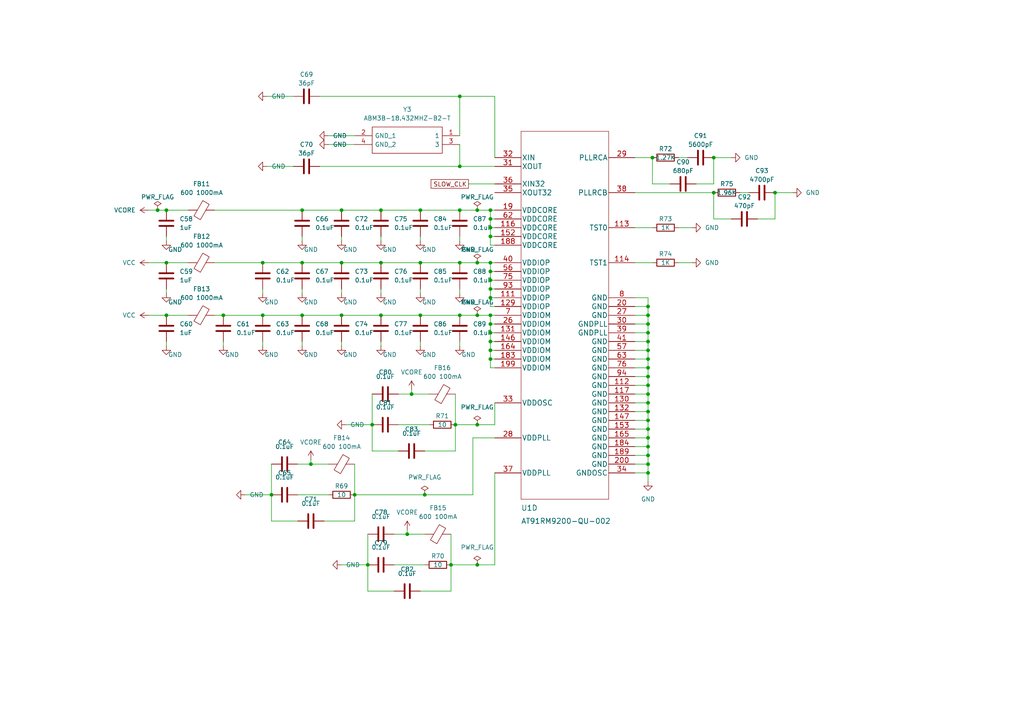
<source format=kicad_sch>
(kicad_sch (version 20211123) (generator eeschema)

  (uuid 1df0a18d-4497-40cd-ad71-4801f734276b)

  (paper "A4")

  (lib_symbols
    (symbol "AT91RM9200-QU-002:AT91RM9200-QU-002" (pin_names (offset 0.254)) (in_bom yes) (on_board yes)
      (property "Reference" "U" (id 0) (at 35.56 12.7 0)
        (effects (font (size 1.524 1.524)))
      )
      (property "Value" "AT91RM9200-QU-002" (id 1) (at 35.56 10.16 0)
        (effects (font (size 1.524 1.524)))
      )
      (property "Footprint" "PQFP208_ATM" (id 2) (at 35.56 8.636 0)
        (effects (font (size 1.524 1.524)) hide)
      )
      (property "Datasheet" "" (id 3) (at 0 0 0)
        (effects (font (size 1.524 1.524)))
      )
      (property "ki_fp_filters" "PQFP208_ATM PQFP208_ATM-M PQFP208_ATM-L" (id 4) (at 0 0 0)
        (effects (font (size 1.27 1.27)) hide)
      )
      (symbol "AT91RM9200-QU-002_1_1"
        (polyline
          (pts
            (xy 7.62 -104.14)
            (xy 63.5 -104.14)
          )
          (stroke (width 0.127) (type default) (color 0 0 0 0))
          (fill (type none))
        )
        (polyline
          (pts
            (xy 7.62 7.62)
            (xy 7.62 -104.14)
          )
          (stroke (width 0.127) (type default) (color 0 0 0 0))
          (fill (type none))
        )
        (polyline
          (pts
            (xy 63.5 -104.14)
            (xy 63.5 7.62)
          )
          (stroke (width 0.127) (type default) (color 0 0 0 0))
          (fill (type none))
        )
        (polyline
          (pts
            (xy 63.5 7.62)
            (xy 7.62 7.62)
          )
          (stroke (width 0.127) (type default) (color 0 0 0 0))
          (fill (type none))
        )
        (pin input line (at 0 -12.7 0) (length 7.62)
          (name "JTAGSEL" (effects (font (size 1.4986 1.4986))))
          (number "105" (effects (font (size 1.4986 1.4986))))
        )
        (pin input line (at 0 -33.02 0) (length 7.62)
          (name "TDI" (effects (font (size 1.4986 1.4986))))
          (number "106" (effects (font (size 1.4986 1.4986))))
        )
        (pin output line (at 71.12 -88.9 180) (length 7.62)
          (name "TDO" (effects (font (size 1.4986 1.4986))))
          (number "107" (effects (font (size 1.4986 1.4986))))
        )
        (pin input line (at 0 -30.48 0) (length 7.62)
          (name "TCK" (effects (font (size 1.4986 1.4986))))
          (number "108" (effects (font (size 1.4986 1.4986))))
        )
        (pin input line (at 0 -35.56 0) (length 7.62)
          (name "TMS" (effects (font (size 1.4986 1.4986))))
          (number "109" (effects (font (size 1.4986 1.4986))))
        )
        (pin output line (at 0 -17.78 0) (length 7.62)
          (name "NTRST" (effects (font (size 1.4986 1.4986))))
          (number "110" (effects (font (size 1.4986 1.4986))))
        )
        (pin passive line (at 0 -15.24 0) (length 7.62)
          (name "NRST" (effects (font (size 1.4986 1.4986))))
          (number "115" (effects (font (size 1.4986 1.4986))))
        )
        (pin passive line (at 0 -96.52 0) (length 7.62)
          (name "HDMA" (effects (font (size 1.4986 1.4986))))
          (number "125" (effects (font (size 1.4986 1.4986))))
        )
        (pin passive line (at 0 -99.06 0) (length 7.62)
          (name "HDPA" (effects (font (size 1.4986 1.4986))))
          (number "126" (effects (font (size 1.4986 1.4986))))
        )
        (pin passive line (at 71.12 -96.52 180) (length 7.62)
          (name "DDM" (effects (font (size 1.4986 1.4986))))
          (number "127" (effects (font (size 1.4986 1.4986))))
        )
        (pin passive line (at 71.12 -99.06 180) (length 7.62)
          (name "DDP" (effects (font (size 1.4986 1.4986))))
          (number "128" (effects (font (size 1.4986 1.4986))))
        )
        (pin output line (at 71.12 2.54 180) (length 7.62)
          (name "A0/NBS0" (effects (font (size 1.4986 1.4986))))
          (number "133" (effects (font (size 1.4986 1.4986))))
        )
        (pin output line (at 71.12 0 180) (length 7.62)
          (name "A1/NBS2/NWR2" (effects (font (size 1.4986 1.4986))))
          (number "134" (effects (font (size 1.4986 1.4986))))
        )
        (pin output line (at 71.12 -2.54 180) (length 7.62)
          (name "A2" (effects (font (size 1.4986 1.4986))))
          (number "135" (effects (font (size 1.4986 1.4986))))
        )
        (pin output line (at 71.12 -5.08 180) (length 7.62)
          (name "A3" (effects (font (size 1.4986 1.4986))))
          (number "136" (effects (font (size 1.4986 1.4986))))
        )
        (pin output line (at 71.12 -7.62 180) (length 7.62)
          (name "A4" (effects (font (size 1.4986 1.4986))))
          (number "137" (effects (font (size 1.4986 1.4986))))
        )
        (pin output line (at 71.12 -10.16 180) (length 7.62)
          (name "A5" (effects (font (size 1.4986 1.4986))))
          (number "138" (effects (font (size 1.4986 1.4986))))
        )
        (pin output line (at 71.12 -12.7 180) (length 7.62)
          (name "A6" (effects (font (size 1.4986 1.4986))))
          (number "139" (effects (font (size 1.4986 1.4986))))
        )
        (pin output line (at 71.12 -15.24 180) (length 7.62)
          (name "A7" (effects (font (size 1.4986 1.4986))))
          (number "140" (effects (font (size 1.4986 1.4986))))
        )
        (pin output line (at 71.12 -17.78 180) (length 7.62)
          (name "A8" (effects (font (size 1.4986 1.4986))))
          (number "141" (effects (font (size 1.4986 1.4986))))
        )
        (pin output line (at 71.12 -20.32 180) (length 7.62)
          (name "A9" (effects (font (size 1.4986 1.4986))))
          (number "142" (effects (font (size 1.4986 1.4986))))
        )
        (pin output line (at 71.12 -22.86 180) (length 7.62)
          (name "A10" (effects (font (size 1.4986 1.4986))))
          (number "143" (effects (font (size 1.4986 1.4986))))
        )
        (pin output line (at 71.12 -78.74 180) (length 7.62)
          (name "SDA10" (effects (font (size 1.4986 1.4986))))
          (number "144" (effects (font (size 1.4986 1.4986))))
        )
        (pin output line (at 71.12 -25.4 180) (length 7.62)
          (name "A11" (effects (font (size 1.4986 1.4986))))
          (number "145" (effects (font (size 1.4986 1.4986))))
        )
        (pin output line (at 0 0 0) (length 7.62)
          (name "A12" (effects (font (size 1.4986 1.4986))))
          (number "148" (effects (font (size 1.4986 1.4986))))
        )
        (pin output line (at 0 -2.54 0) (length 7.62)
          (name "A13" (effects (font (size 1.4986 1.4986))))
          (number "149" (effects (font (size 1.4986 1.4986))))
        )
        (pin output line (at 0 -5.08 0) (length 7.62)
          (name "A14" (effects (font (size 1.4986 1.4986))))
          (number "150" (effects (font (size 1.4986 1.4986))))
        )
        (pin output line (at 0 -7.62 0) (length 7.62)
          (name "A15" (effects (font (size 1.4986 1.4986))))
          (number "151" (effects (font (size 1.4986 1.4986))))
        )
        (pin output line (at 71.12 -27.94 180) (length 7.62)
          (name "A16/BA0" (effects (font (size 1.4986 1.4986))))
          (number "154" (effects (font (size 1.4986 1.4986))))
        )
        (pin output line (at 71.12 -30.48 180) (length 7.62)
          (name "A17/BA1" (effects (font (size 1.4986 1.4986))))
          (number "155" (effects (font (size 1.4986 1.4986))))
        )
        (pin output line (at 71.12 -33.02 180) (length 7.62)
          (name "A18" (effects (font (size 1.4986 1.4986))))
          (number "156" (effects (font (size 1.4986 1.4986))))
        )
        (pin output line (at 71.12 -35.56 180) (length 7.62)
          (name "A19" (effects (font (size 1.4986 1.4986))))
          (number "157" (effects (font (size 1.4986 1.4986))))
        )
        (pin output line (at 71.12 -38.1 180) (length 7.62)
          (name "A20" (effects (font (size 1.4986 1.4986))))
          (number "158" (effects (font (size 1.4986 1.4986))))
        )
        (pin output line (at 71.12 -40.64 180) (length 7.62)
          (name "A21" (effects (font (size 1.4986 1.4986))))
          (number "159" (effects (font (size 1.4986 1.4986))))
        )
        (pin output line (at 71.12 -43.18 180) (length 7.62)
          (name "A22" (effects (font (size 1.4986 1.4986))))
          (number "160" (effects (font (size 1.4986 1.4986))))
        )
        (pin output line (at 71.12 -63.5 180) (length 7.62)
          (name "NCS0/BFCS" (effects (font (size 1.4986 1.4986))))
          (number "166" (effects (font (size 1.4986 1.4986))))
        )
        (pin output line (at 71.12 -66.04 180) (length 7.62)
          (name "NCS1/SDCS" (effects (font (size 1.4986 1.4986))))
          (number "167" (effects (font (size 1.4986 1.4986))))
        )
        (pin output line (at 71.12 -68.58 180) (length 7.62)
          (name "NCS2" (effects (font (size 1.4986 1.4986))))
          (number "168" (effects (font (size 1.4986 1.4986))))
        )
        (pin output line (at 71.12 -71.12 180) (length 7.62)
          (name "NCS3/SMCS" (effects (font (size 1.4986 1.4986))))
          (number "169" (effects (font (size 1.4986 1.4986))))
        )
        (pin output line (at 71.12 -50.8 180) (length 7.62)
          (name "NRD/NOE/CFOE" (effects (font (size 1.4986 1.4986))))
          (number "170" (effects (font (size 1.4986 1.4986))))
        )
        (pin output line (at 71.12 -55.88 180) (length 7.62)
          (name "NWR0/NWE/CFWE" (effects (font (size 1.4986 1.4986))))
          (number "171" (effects (font (size 1.4986 1.4986))))
        )
        (pin output line (at 71.12 -58.42 180) (length 7.62)
          (name "NWR1/NBS1/CFIOR" (effects (font (size 1.4986 1.4986))))
          (number "172" (effects (font (size 1.4986 1.4986))))
        )
        (pin output line (at 71.12 -60.96 180) (length 7.62)
          (name "NWR3/NBS3/CFIOW" (effects (font (size 1.4986 1.4986))))
          (number "173" (effects (font (size 1.4986 1.4986))))
        )
        (pin output line (at 71.12 -81.28 180) (length 7.62)
          (name "SDCK" (effects (font (size 1.4986 1.4986))))
          (number "174" (effects (font (size 1.4986 1.4986))))
        )
        (pin output line (at 71.12 -83.82 180) (length 7.62)
          (name "SDCKE" (effects (font (size 1.4986 1.4986))))
          (number "175" (effects (font (size 1.4986 1.4986))))
        )
        (pin output line (at 71.12 -76.2 180) (length 7.62)
          (name "RAS" (effects (font (size 1.4986 1.4986))))
          (number "176" (effects (font (size 1.4986 1.4986))))
        )
        (pin output line (at 71.12 -48.26 180) (length 7.62)
          (name "CAS" (effects (font (size 1.4986 1.4986))))
          (number "177" (effects (font (size 1.4986 1.4986))))
        )
        (pin output line (at 71.12 -86.36 180) (length 7.62)
          (name "SDWE" (effects (font (size 1.4986 1.4986))))
          (number "178" (effects (font (size 1.4986 1.4986))))
        )
        (pin bidirectional line (at 0 -55.88 0) (length 7.62)
          (name "D0" (effects (font (size 1.4986 1.4986))))
          (number "179" (effects (font (size 1.4986 1.4986))))
        )
        (pin bidirectional line (at 0 -58.42 0) (length 7.62)
          (name "D1" (effects (font (size 1.4986 1.4986))))
          (number "180" (effects (font (size 1.4986 1.4986))))
        )
        (pin bidirectional line (at 0 -60.96 0) (length 7.62)
          (name "D2" (effects (font (size 1.4986 1.4986))))
          (number "181" (effects (font (size 1.4986 1.4986))))
        )
        (pin bidirectional line (at 0 -63.5 0) (length 7.62)
          (name "D3" (effects (font (size 1.4986 1.4986))))
          (number "182" (effects (font (size 1.4986 1.4986))))
        )
        (pin bidirectional line (at 0 -66.04 0) (length 7.62)
          (name "D4" (effects (font (size 1.4986 1.4986))))
          (number "185" (effects (font (size 1.4986 1.4986))))
        )
        (pin bidirectional line (at 0 -68.58 0) (length 7.62)
          (name "D5" (effects (font (size 1.4986 1.4986))))
          (number "186" (effects (font (size 1.4986 1.4986))))
        )
        (pin bidirectional line (at 0 -71.12 0) (length 7.62)
          (name "D6" (effects (font (size 1.4986 1.4986))))
          (number "187" (effects (font (size 1.4986 1.4986))))
        )
        (pin bidirectional line (at 0 -73.66 0) (length 7.62)
          (name "D7" (effects (font (size 1.4986 1.4986))))
          (number "190" (effects (font (size 1.4986 1.4986))))
        )
        (pin bidirectional line (at 0 -76.2 0) (length 7.62)
          (name "D8" (effects (font (size 1.4986 1.4986))))
          (number "191" (effects (font (size 1.4986 1.4986))))
        )
        (pin bidirectional line (at 0 -78.74 0) (length 7.62)
          (name "D9" (effects (font (size 1.4986 1.4986))))
          (number "192" (effects (font (size 1.4986 1.4986))))
        )
        (pin bidirectional line (at 0 -81.28 0) (length 7.62)
          (name "D10" (effects (font (size 1.4986 1.4986))))
          (number "193" (effects (font (size 1.4986 1.4986))))
        )
        (pin bidirectional line (at 0 -83.82 0) (length 7.62)
          (name "D11" (effects (font (size 1.4986 1.4986))))
          (number "194" (effects (font (size 1.4986 1.4986))))
        )
        (pin bidirectional line (at 0 -86.36 0) (length 7.62)
          (name "D12" (effects (font (size 1.4986 1.4986))))
          (number "195" (effects (font (size 1.4986 1.4986))))
        )
        (pin bidirectional line (at 0 -88.9 0) (length 7.62)
          (name "D13" (effects (font (size 1.4986 1.4986))))
          (number "196" (effects (font (size 1.4986 1.4986))))
        )
        (pin bidirectional line (at 0 -91.44 0) (length 7.62)
          (name "D14" (effects (font (size 1.4986 1.4986))))
          (number "197" (effects (font (size 1.4986 1.4986))))
        )
        (pin bidirectional line (at 0 -93.98 0) (length 7.62)
          (name "D15" (effects (font (size 1.4986 1.4986))))
          (number "198" (effects (font (size 1.4986 1.4986))))
        )
      )
      (symbol "AT91RM9200-QU-002_2_1"
        (polyline
          (pts
            (xy 7.62 -83.82)
            (xy 43.18 -83.82)
          )
          (stroke (width 0.127) (type default) (color 0 0 0 0))
          (fill (type none))
        )
        (polyline
          (pts
            (xy 7.62 5.08)
            (xy 7.62 -83.82)
          )
          (stroke (width 0.127) (type default) (color 0 0 0 0))
          (fill (type none))
        )
        (polyline
          (pts
            (xy 43.18 -83.82)
            (xy 43.18 5.08)
          )
          (stroke (width 0.127) (type default) (color 0 0 0 0))
          (fill (type none))
        )
        (polyline
          (pts
            (xy 43.18 5.08)
            (xy 7.62 5.08)
          )
          (stroke (width 0.127) (type default) (color 0 0 0 0))
          (fill (type none))
        )
        (pin bidirectional line (at 0 -45.72 0) (length 7.62)
          (name "PB18" (effects (font (size 1.4986 1.4986))))
          (number "100" (effects (font (size 1.4986 1.4986))))
        )
        (pin bidirectional line (at 0 -48.26 0) (length 7.62)
          (name "PB19" (effects (font (size 1.4986 1.4986))))
          (number "101" (effects (font (size 1.4986 1.4986))))
        )
        (pin bidirectional line (at 0 -50.8 0) (length 7.62)
          (name "PB20" (effects (font (size 1.4986 1.4986))))
          (number "102" (effects (font (size 1.4986 1.4986))))
        )
        (pin bidirectional line (at 0 -53.34 0) (length 7.62)
          (name "PB21" (effects (font (size 1.4986 1.4986))))
          (number "103" (effects (font (size 1.4986 1.4986))))
        )
        (pin bidirectional line (at 0 -55.88 0) (length 7.62)
          (name "PB22" (effects (font (size 1.4986 1.4986))))
          (number "104" (effects (font (size 1.4986 1.4986))))
        )
        (pin bidirectional line (at 0 -58.42 0) (length 7.62)
          (name "PB23" (effects (font (size 1.4986 1.4986))))
          (number "118" (effects (font (size 1.4986 1.4986))))
        )
        (pin bidirectional line (at 0 -60.96 0) (length 7.62)
          (name "PB24" (effects (font (size 1.4986 1.4986))))
          (number "119" (effects (font (size 1.4986 1.4986))))
        )
        (pin bidirectional line (at 0 -63.5 0) (length 7.62)
          (name "PB25" (effects (font (size 1.4986 1.4986))))
          (number "120" (effects (font (size 1.4986 1.4986))))
        )
        (pin bidirectional line (at 0 -66.04 0) (length 7.62)
          (name "PB26" (effects (font (size 1.4986 1.4986))))
          (number "121" (effects (font (size 1.4986 1.4986))))
        )
        (pin bidirectional line (at 0 -68.58 0) (length 7.62)
          (name "PB27" (effects (font (size 1.4986 1.4986))))
          (number "122" (effects (font (size 1.4986 1.4986))))
        )
        (pin bidirectional line (at 0 -71.12 0) (length 7.62)
          (name "PB28" (effects (font (size 1.4986 1.4986))))
          (number "123" (effects (font (size 1.4986 1.4986))))
        )
        (pin bidirectional line (at 0 -73.66 0) (length 7.62)
          (name "PB29" (effects (font (size 1.4986 1.4986))))
          (number "124" (effects (font (size 1.4986 1.4986))))
        )
        (pin bidirectional line (at 50.8 0 180) (length 7.62)
          (name "PA0" (effects (font (size 1.4986 1.4986))))
          (number "42" (effects (font (size 1.4986 1.4986))))
        )
        (pin bidirectional line (at 50.8 -2.54 180) (length 7.62)
          (name "PA1" (effects (font (size 1.4986 1.4986))))
          (number "43" (effects (font (size 1.4986 1.4986))))
        )
        (pin bidirectional line (at 50.8 -5.08 180) (length 7.62)
          (name "PA2" (effects (font (size 1.4986 1.4986))))
          (number "44" (effects (font (size 1.4986 1.4986))))
        )
        (pin bidirectional line (at 50.8 -7.62 180) (length 7.62)
          (name "PA3" (effects (font (size 1.4986 1.4986))))
          (number "45" (effects (font (size 1.4986 1.4986))))
        )
        (pin bidirectional line (at 50.8 -10.16 180) (length 7.62)
          (name "PA4" (effects (font (size 1.4986 1.4986))))
          (number "46" (effects (font (size 1.4986 1.4986))))
        )
        (pin bidirectional line (at 50.8 -12.7 180) (length 7.62)
          (name "PA5" (effects (font (size 1.4986 1.4986))))
          (number "47" (effects (font (size 1.4986 1.4986))))
        )
        (pin bidirectional line (at 50.8 -15.24 180) (length 7.62)
          (name "PA6" (effects (font (size 1.4986 1.4986))))
          (number "48" (effects (font (size 1.4986 1.4986))))
        )
        (pin bidirectional line (at 50.8 -17.78 180) (length 7.62)
          (name "PA7" (effects (font (size 1.4986 1.4986))))
          (number "49" (effects (font (size 1.4986 1.4986))))
        )
        (pin bidirectional line (at 50.8 -20.32 180) (length 7.62)
          (name "PA8" (effects (font (size 1.4986 1.4986))))
          (number "50" (effects (font (size 1.4986 1.4986))))
        )
        (pin bidirectional line (at 50.8 -22.86 180) (length 7.62)
          (name "PA9" (effects (font (size 1.4986 1.4986))))
          (number "51" (effects (font (size 1.4986 1.4986))))
        )
        (pin bidirectional line (at 50.8 -25.4 180) (length 7.62)
          (name "PA10" (effects (font (size 1.4986 1.4986))))
          (number "52" (effects (font (size 1.4986 1.4986))))
        )
        (pin bidirectional line (at 50.8 -27.94 180) (length 7.62)
          (name "PA11" (effects (font (size 1.4986 1.4986))))
          (number "53" (effects (font (size 1.4986 1.4986))))
        )
        (pin bidirectional line (at 50.8 -30.48 180) (length 7.62)
          (name "PA12" (effects (font (size 1.4986 1.4986))))
          (number "54" (effects (font (size 1.4986 1.4986))))
        )
        (pin bidirectional line (at 50.8 -33.02 180) (length 7.62)
          (name "PA13" (effects (font (size 1.4986 1.4986))))
          (number "55" (effects (font (size 1.4986 1.4986))))
        )
        (pin bidirectional line (at 50.8 -35.56 180) (length 7.62)
          (name "PA14" (effects (font (size 1.4986 1.4986))))
          (number "58" (effects (font (size 1.4986 1.4986))))
        )
        (pin bidirectional line (at 50.8 -38.1 180) (length 7.62)
          (name "PA15" (effects (font (size 1.4986 1.4986))))
          (number "59" (effects (font (size 1.4986 1.4986))))
        )
        (pin bidirectional line (at 50.8 -40.64 180) (length 7.62)
          (name "PA16" (effects (font (size 1.4986 1.4986))))
          (number "60" (effects (font (size 1.4986 1.4986))))
        )
        (pin bidirectional line (at 50.8 -43.18 180) (length 7.62)
          (name "PA17" (effects (font (size 1.4986 1.4986))))
          (number "61" (effects (font (size 1.4986 1.4986))))
        )
        (pin bidirectional line (at 50.8 -45.72 180) (length 7.62)
          (name "PA18" (effects (font (size 1.4986 1.4986))))
          (number "64" (effects (font (size 1.4986 1.4986))))
        )
        (pin bidirectional line (at 50.8 -48.26 180) (length 7.62)
          (name "PA19" (effects (font (size 1.4986 1.4986))))
          (number "65" (effects (font (size 1.4986 1.4986))))
        )
        (pin bidirectional line (at 50.8 -50.8 180) (length 7.62)
          (name "PA20" (effects (font (size 1.4986 1.4986))))
          (number "66" (effects (font (size 1.4986 1.4986))))
        )
        (pin bidirectional line (at 50.8 -53.34 180) (length 7.62)
          (name "PA21" (effects (font (size 1.4986 1.4986))))
          (number "67" (effects (font (size 1.4986 1.4986))))
        )
        (pin bidirectional line (at 50.8 -55.88 180) (length 7.62)
          (name "PA22" (effects (font (size 1.4986 1.4986))))
          (number "68" (effects (font (size 1.4986 1.4986))))
        )
        (pin bidirectional line (at 50.8 -58.42 180) (length 7.62)
          (name "PA23" (effects (font (size 1.4986 1.4986))))
          (number "69" (effects (font (size 1.4986 1.4986))))
        )
        (pin bidirectional line (at 50.8 -60.96 180) (length 7.62)
          (name "PA24" (effects (font (size 1.4986 1.4986))))
          (number "70" (effects (font (size 1.4986 1.4986))))
        )
        (pin bidirectional line (at 50.8 -63.5 180) (length 7.62)
          (name "PA25" (effects (font (size 1.4986 1.4986))))
          (number "71" (effects (font (size 1.4986 1.4986))))
        )
        (pin bidirectional line (at 50.8 -66.04 180) (length 7.62)
          (name "PA26" (effects (font (size 1.4986 1.4986))))
          (number "72" (effects (font (size 1.4986 1.4986))))
        )
        (pin bidirectional line (at 50.8 -68.58 180) (length 7.62)
          (name "PA27" (effects (font (size 1.4986 1.4986))))
          (number "73" (effects (font (size 1.4986 1.4986))))
        )
        (pin bidirectional line (at 50.8 -71.12 180) (length 7.62)
          (name "PA28" (effects (font (size 1.4986 1.4986))))
          (number "74" (effects (font (size 1.4986 1.4986))))
        )
        (pin bidirectional line (at 50.8 -73.66 180) (length 7.62)
          (name "PA29" (effects (font (size 1.4986 1.4986))))
          (number "77" (effects (font (size 1.4986 1.4986))))
        )
        (pin bidirectional line (at 50.8 -76.2 180) (length 7.62)
          (name "PA30" (effects (font (size 1.4986 1.4986))))
          (number "78" (effects (font (size 1.4986 1.4986))))
        )
        (pin bidirectional line (at 50.8 -78.74 180) (length 7.62)
          (name "PA31/BMS" (effects (font (size 1.4986 1.4986))))
          (number "79" (effects (font (size 1.4986 1.4986))))
        )
        (pin bidirectional line (at 0 0 0) (length 7.62)
          (name "PB0" (effects (font (size 1.4986 1.4986))))
          (number "80" (effects (font (size 1.4986 1.4986))))
        )
        (pin bidirectional line (at 0 -2.54 0) (length 7.62)
          (name "PB1" (effects (font (size 1.4986 1.4986))))
          (number "81" (effects (font (size 1.4986 1.4986))))
        )
        (pin bidirectional line (at 0 -5.08 0) (length 7.62)
          (name "PB2" (effects (font (size 1.4986 1.4986))))
          (number "82" (effects (font (size 1.4986 1.4986))))
        )
        (pin bidirectional line (at 0 -7.62 0) (length 7.62)
          (name "PB3" (effects (font (size 1.4986 1.4986))))
          (number "83" (effects (font (size 1.4986 1.4986))))
        )
        (pin bidirectional line (at 0 -10.16 0) (length 7.62)
          (name "PB4" (effects (font (size 1.4986 1.4986))))
          (number "84" (effects (font (size 1.4986 1.4986))))
        )
        (pin bidirectional line (at 0 -12.7 0) (length 7.62)
          (name "PB5" (effects (font (size 1.4986 1.4986))))
          (number "85" (effects (font (size 1.4986 1.4986))))
        )
        (pin bidirectional line (at 0 -15.24 0) (length 7.62)
          (name "PB6" (effects (font (size 1.4986 1.4986))))
          (number "86" (effects (font (size 1.4986 1.4986))))
        )
        (pin bidirectional line (at 0 -17.78 0) (length 7.62)
          (name "PB7" (effects (font (size 1.4986 1.4986))))
          (number "87" (effects (font (size 1.4986 1.4986))))
        )
        (pin bidirectional line (at 0 -20.32 0) (length 7.62)
          (name "PB8" (effects (font (size 1.4986 1.4986))))
          (number "88" (effects (font (size 1.4986 1.4986))))
        )
        (pin bidirectional line (at 0 -22.86 0) (length 7.62)
          (name "PB9" (effects (font (size 1.4986 1.4986))))
          (number "89" (effects (font (size 1.4986 1.4986))))
        )
        (pin bidirectional line (at 0 -25.4 0) (length 7.62)
          (name "PB10" (effects (font (size 1.4986 1.4986))))
          (number "90" (effects (font (size 1.4986 1.4986))))
        )
        (pin bidirectional line (at 0 -27.94 0) (length 7.62)
          (name "PB11" (effects (font (size 1.4986 1.4986))))
          (number "91" (effects (font (size 1.4986 1.4986))))
        )
        (pin bidirectional line (at 0 -30.48 0) (length 7.62)
          (name "PB12" (effects (font (size 1.4986 1.4986))))
          (number "92" (effects (font (size 1.4986 1.4986))))
        )
        (pin bidirectional line (at 0 -33.02 0) (length 7.62)
          (name "PB13" (effects (font (size 1.4986 1.4986))))
          (number "95" (effects (font (size 1.4986 1.4986))))
        )
        (pin bidirectional line (at 0 -35.56 0) (length 7.62)
          (name "PB14" (effects (font (size 1.4986 1.4986))))
          (number "96" (effects (font (size 1.4986 1.4986))))
        )
        (pin bidirectional line (at 0 -38.1 0) (length 7.62)
          (name "PB15" (effects (font (size 1.4986 1.4986))))
          (number "97" (effects (font (size 1.4986 1.4986))))
        )
        (pin bidirectional line (at 0 -40.64 0) (length 7.62)
          (name "PB16" (effects (font (size 1.4986 1.4986))))
          (number "98" (effects (font (size 1.4986 1.4986))))
        )
        (pin bidirectional line (at 0 -43.18 0) (length 7.62)
          (name "PB17" (effects (font (size 1.4986 1.4986))))
          (number "99" (effects (font (size 1.4986 1.4986))))
        )
      )
      (symbol "AT91RM9200-QU-002_3_1"
        (polyline
          (pts
            (xy -33.02 -83.82)
            (xy -7.62 -83.82)
          )
          (stroke (width 0.127) (type default) (color 0 0 0 0))
          (fill (type none))
        )
        (polyline
          (pts
            (xy -33.02 5.08)
            (xy -33.02 -83.82)
          )
          (stroke (width 0.127) (type default) (color 0 0 0 0))
          (fill (type none))
        )
        (polyline
          (pts
            (xy -7.62 -83.82)
            (xy -7.62 5.08)
          )
          (stroke (width 0.127) (type default) (color 0 0 0 0))
          (fill (type none))
        )
        (polyline
          (pts
            (xy -7.62 5.08)
            (xy -33.02 5.08)
          )
          (stroke (width 0.127) (type default) (color 0 0 0 0))
          (fill (type none))
        )
        (pin bidirectional line (at 0 0 180) (length 7.62)
          (name "PC24" (effects (font (size 1.4986 1.4986))))
          (number "1" (effects (font (size 1.4986 1.4986))))
        )
        (pin bidirectional line (at 0 -17.78 180) (length 7.62)
          (name "PC31" (effects (font (size 1.4986 1.4986))))
          (number "10" (effects (font (size 1.4986 1.4986))))
        )
        (pin bidirectional line (at 0 -20.32 180) (length 7.62)
          (name "PC10" (effects (font (size 1.4986 1.4986))))
          (number "11" (effects (font (size 1.4986 1.4986))))
        )
        (pin bidirectional line (at 0 -22.86 180) (length 7.62)
          (name "PC11" (effects (font (size 1.4986 1.4986))))
          (number "12" (effects (font (size 1.4986 1.4986))))
        )
        (pin bidirectional line (at 0 -25.4 180) (length 7.62)
          (name "PC12" (effects (font (size 1.4986 1.4986))))
          (number "13" (effects (font (size 1.4986 1.4986))))
        )
        (pin bidirectional line (at 0 -27.94 180) (length 7.62)
          (name "PC13" (effects (font (size 1.4986 1.4986))))
          (number "14" (effects (font (size 1.4986 1.4986))))
        )
        (pin bidirectional line (at 0 -30.48 180) (length 7.62)
          (name "PC14" (effects (font (size 1.4986 1.4986))))
          (number "15" (effects (font (size 1.4986 1.4986))))
        )
        (pin bidirectional line (at 0 -33.02 180) (length 7.62)
          (name "PC15" (effects (font (size 1.4986 1.4986))))
          (number "16" (effects (font (size 1.4986 1.4986))))
        )
        (pin bidirectional line (at 0 -53.34 180) (length 7.62)
          (name "PC7" (effects (font (size 1.4986 1.4986))))
          (number "161" (effects (font (size 1.4986 1.4986))))
        )
        (pin bidirectional line (at 0 -55.88 180) (length 7.62)
          (name "PC8" (effects (font (size 1.4986 1.4986))))
          (number "162" (effects (font (size 1.4986 1.4986))))
        )
        (pin bidirectional line (at 0 -58.42 180) (length 7.62)
          (name "PC9" (effects (font (size 1.4986 1.4986))))
          (number "163" (effects (font (size 1.4986 1.4986))))
        )
        (pin bidirectional line (at 0 -35.56 180) (length 7.62)
          (name "PC0" (effects (font (size 1.4986 1.4986))))
          (number "17" (effects (font (size 1.4986 1.4986))))
        )
        (pin bidirectional line (at 0 -38.1 180) (length 7.62)
          (name "PC1" (effects (font (size 1.4986 1.4986))))
          (number "18" (effects (font (size 1.4986 1.4986))))
        )
        (pin bidirectional line (at 0 -2.54 180) (length 7.62)
          (name "PC25" (effects (font (size 1.4986 1.4986))))
          (number "2" (effects (font (size 1.4986 1.4986))))
        )
        (pin bidirectional line (at 0 -60.96 180) (length 7.62)
          (name "PC16" (effects (font (size 1.4986 1.4986))))
          (number "201" (effects (font (size 1.4986 1.4986))))
        )
        (pin bidirectional line (at 0 -63.5 180) (length 7.62)
          (name "PC17" (effects (font (size 1.4986 1.4986))))
          (number "202" (effects (font (size 1.4986 1.4986))))
        )
        (pin bidirectional line (at 0 -66.04 180) (length 7.62)
          (name "PC18" (effects (font (size 1.4986 1.4986))))
          (number "203" (effects (font (size 1.4986 1.4986))))
        )
        (pin bidirectional line (at 0 -68.58 180) (length 7.62)
          (name "PC19" (effects (font (size 1.4986 1.4986))))
          (number "204" (effects (font (size 1.4986 1.4986))))
        )
        (pin bidirectional line (at 0 -71.12 180) (length 7.62)
          (name "PC20" (effects (font (size 1.4986 1.4986))))
          (number "205" (effects (font (size 1.4986 1.4986))))
        )
        (pin bidirectional line (at 0 -73.66 180) (length 7.62)
          (name "PC21" (effects (font (size 1.4986 1.4986))))
          (number "206" (effects (font (size 1.4986 1.4986))))
        )
        (pin bidirectional line (at 0 -76.2 180) (length 7.62)
          (name "PC22" (effects (font (size 1.4986 1.4986))))
          (number "207" (effects (font (size 1.4986 1.4986))))
        )
        (pin bidirectional line (at 0 -78.74 180) (length 7.62)
          (name "PC23" (effects (font (size 1.4986 1.4986))))
          (number "208" (effects (font (size 1.4986 1.4986))))
        )
        (pin bidirectional line (at 0 -40.64 180) (length 7.62)
          (name "PC2" (effects (font (size 1.4986 1.4986))))
          (number "21" (effects (font (size 1.4986 1.4986))))
        )
        (pin bidirectional line (at 0 -43.18 180) (length 7.62)
          (name "PC3" (effects (font (size 1.4986 1.4986))))
          (number "22" (effects (font (size 1.4986 1.4986))))
        )
        (pin bidirectional line (at 0 -45.72 180) (length 7.62)
          (name "PC4" (effects (font (size 1.4986 1.4986))))
          (number "23" (effects (font (size 1.4986 1.4986))))
        )
        (pin bidirectional line (at 0 -48.26 180) (length 7.62)
          (name "PC5" (effects (font (size 1.4986 1.4986))))
          (number "24" (effects (font (size 1.4986 1.4986))))
        )
        (pin bidirectional line (at 0 -50.8 180) (length 7.62)
          (name "PC6" (effects (font (size 1.4986 1.4986))))
          (number "25" (effects (font (size 1.4986 1.4986))))
        )
        (pin bidirectional line (at 0 -5.08 180) (length 7.62)
          (name "PC26" (effects (font (size 1.4986 1.4986))))
          (number "3" (effects (font (size 1.4986 1.4986))))
        )
        (pin bidirectional line (at 0 -7.62 180) (length 7.62)
          (name "PC27" (effects (font (size 1.4986 1.4986))))
          (number "4" (effects (font (size 1.4986 1.4986))))
        )
        (pin bidirectional line (at 0 -10.16 180) (length 7.62)
          (name "PC28" (effects (font (size 1.4986 1.4986))))
          (number "5" (effects (font (size 1.4986 1.4986))))
        )
        (pin bidirectional line (at 0 -12.7 180) (length 7.62)
          (name "PC29" (effects (font (size 1.4986 1.4986))))
          (number "6" (effects (font (size 1.4986 1.4986))))
        )
        (pin bidirectional line (at 0 -15.24 180) (length 7.62)
          (name "PC30" (effects (font (size 1.4986 1.4986))))
          (number "9" (effects (font (size 1.4986 1.4986))))
        )
      )
      (symbol "AT91RM9200-QU-002_4_1"
        (polyline
          (pts
            (xy 7.62 -101.6)
            (xy 33.02 -101.6)
          )
          (stroke (width 0.127) (type default) (color 0 0 0 0))
          (fill (type none))
        )
        (polyline
          (pts
            (xy 7.62 5.08)
            (xy 7.62 -101.6)
          )
          (stroke (width 0.127) (type default) (color 0 0 0 0))
          (fill (type none))
        )
        (polyline
          (pts
            (xy 33.02 -101.6)
            (xy 33.02 5.08)
          )
          (stroke (width 0.127) (type default) (color 0 0 0 0))
          (fill (type none))
        )
        (polyline
          (pts
            (xy 33.02 5.08)
            (xy 7.62 5.08)
          )
          (stroke (width 0.127) (type default) (color 0 0 0 0))
          (fill (type none))
        )
        (pin power_in line (at 0 -43.18 0) (length 7.62)
          (name "VDDIOP" (effects (font (size 1.4986 1.4986))))
          (number "111" (effects (font (size 1.4986 1.4986))))
        )
        (pin power_in line (at 40.64 -68.58 180) (length 7.62)
          (name "GND" (effects (font (size 1.4986 1.4986))))
          (number "112" (effects (font (size 1.4986 1.4986))))
        )
        (pin input line (at 40.64 -22.86 180) (length 7.62)
          (name "TST0" (effects (font (size 1.4986 1.4986))))
          (number "113" (effects (font (size 1.4986 1.4986))))
        )
        (pin input line (at 40.64 -33.02 180) (length 7.62)
          (name "TST1" (effects (font (size 1.4986 1.4986))))
          (number "114" (effects (font (size 1.4986 1.4986))))
        )
        (pin power_in line (at 0 -22.86 0) (length 7.62)
          (name "VDDCORE" (effects (font (size 1.4986 1.4986))))
          (number "116" (effects (font (size 1.4986 1.4986))))
        )
        (pin power_in line (at 40.64 -71.12 180) (length 7.62)
          (name "GND" (effects (font (size 1.4986 1.4986))))
          (number "117" (effects (font (size 1.4986 1.4986))))
        )
        (pin power_in line (at 0 -45.72 0) (length 7.62)
          (name "VDDIOP" (effects (font (size 1.4986 1.4986))))
          (number "129" (effects (font (size 1.4986 1.4986))))
        )
        (pin power_in line (at 40.64 -73.66 180) (length 7.62)
          (name "GND" (effects (font (size 1.4986 1.4986))))
          (number "130" (effects (font (size 1.4986 1.4986))))
        )
        (pin power_in line (at 0 -53.34 0) (length 7.62)
          (name "VDDIOM" (effects (font (size 1.4986 1.4986))))
          (number "131" (effects (font (size 1.4986 1.4986))))
        )
        (pin power_in line (at 40.64 -76.2 180) (length 7.62)
          (name "GND" (effects (font (size 1.4986 1.4986))))
          (number "132" (effects (font (size 1.4986 1.4986))))
        )
        (pin power_in line (at 0 -55.88 0) (length 7.62)
          (name "VDDIOM" (effects (font (size 1.4986 1.4986))))
          (number "146" (effects (font (size 1.4986 1.4986))))
        )
        (pin power_in line (at 40.64 -78.74 180) (length 7.62)
          (name "GND" (effects (font (size 1.4986 1.4986))))
          (number "147" (effects (font (size 1.4986 1.4986))))
        )
        (pin power_in line (at 0 -25.4 0) (length 7.62)
          (name "VDDCORE" (effects (font (size 1.4986 1.4986))))
          (number "152" (effects (font (size 1.4986 1.4986))))
        )
        (pin power_in line (at 40.64 -81.28 180) (length 7.62)
          (name "GND" (effects (font (size 1.4986 1.4986))))
          (number "153" (effects (font (size 1.4986 1.4986))))
        )
        (pin power_in line (at 0 -58.42 0) (length 7.62)
          (name "VDDIOM" (effects (font (size 1.4986 1.4986))))
          (number "164" (effects (font (size 1.4986 1.4986))))
        )
        (pin power_in line (at 40.64 -83.82 180) (length 7.62)
          (name "GND" (effects (font (size 1.4986 1.4986))))
          (number "165" (effects (font (size 1.4986 1.4986))))
        )
        (pin power_in line (at 0 -60.96 0) (length 7.62)
          (name "VDDIOM" (effects (font (size 1.4986 1.4986))))
          (number "183" (effects (font (size 1.4986 1.4986))))
        )
        (pin power_in line (at 40.64 -86.36 180) (length 7.62)
          (name "GND" (effects (font (size 1.4986 1.4986))))
          (number "184" (effects (font (size 1.4986 1.4986))))
        )
        (pin power_in line (at 0 -27.94 0) (length 7.62)
          (name "VDDCORE" (effects (font (size 1.4986 1.4986))))
          (number "188" (effects (font (size 1.4986 1.4986))))
        )
        (pin power_in line (at 40.64 -88.9 180) (length 7.62)
          (name "GND" (effects (font (size 1.4986 1.4986))))
          (number "189" (effects (font (size 1.4986 1.4986))))
        )
        (pin power_in line (at 0 -17.78 0) (length 7.62)
          (name "VDDCORE" (effects (font (size 1.4986 1.4986))))
          (number "19" (effects (font (size 1.4986 1.4986))))
        )
        (pin power_in line (at 0 -63.5 0) (length 7.62)
          (name "VDDIOM" (effects (font (size 1.4986 1.4986))))
          (number "199" (effects (font (size 1.4986 1.4986))))
        )
        (pin power_in line (at 40.64 -45.72 180) (length 7.62)
          (name "GND" (effects (font (size 1.4986 1.4986))))
          (number "20" (effects (font (size 1.4986 1.4986))))
        )
        (pin power_in line (at 40.64 -91.44 180) (length 7.62)
          (name "GND" (effects (font (size 1.4986 1.4986))))
          (number "200" (effects (font (size 1.4986 1.4986))))
        )
        (pin power_in line (at 0 -50.8 0) (length 7.62)
          (name "VDDIOM" (effects (font (size 1.4986 1.4986))))
          (number "26" (effects (font (size 1.4986 1.4986))))
        )
        (pin power_in line (at 40.64 -48.26 180) (length 7.62)
          (name "GND" (effects (font (size 1.4986 1.4986))))
          (number "27" (effects (font (size 1.4986 1.4986))))
        )
        (pin power_in line (at 0 -83.82 0) (length 7.62)
          (name "VDDPLL" (effects (font (size 1.4986 1.4986))))
          (number "28" (effects (font (size 1.4986 1.4986))))
        )
        (pin input line (at 40.64 -2.54 180) (length 7.62)
          (name "PLLRCA" (effects (font (size 1.4986 1.4986))))
          (number "29" (effects (font (size 1.4986 1.4986))))
        )
        (pin power_in line (at 40.64 -50.8 180) (length 7.62)
          (name "GNDPLL" (effects (font (size 1.4986 1.4986))))
          (number "30" (effects (font (size 1.4986 1.4986))))
        )
        (pin passive line (at 0 -5.08 0) (length 7.62)
          (name "XOUT" (effects (font (size 1.4986 1.4986))))
          (number "31" (effects (font (size 1.4986 1.4986))))
        )
        (pin passive line (at 0 -2.54 0) (length 7.62)
          (name "XIN" (effects (font (size 1.4986 1.4986))))
          (number "32" (effects (font (size 1.4986 1.4986))))
        )
        (pin power_in line (at 0 -73.66 0) (length 7.62)
          (name "VDDOSC" (effects (font (size 1.4986 1.4986))))
          (number "33" (effects (font (size 1.4986 1.4986))))
        )
        (pin power_in line (at 40.64 -93.98 180) (length 7.62)
          (name "GNDOSC" (effects (font (size 1.4986 1.4986))))
          (number "34" (effects (font (size 1.4986 1.4986))))
        )
        (pin passive line (at 0 -12.7 0) (length 7.62)
          (name "XOUT32" (effects (font (size 1.4986 1.4986))))
          (number "35" (effects (font (size 1.4986 1.4986))))
        )
        (pin passive line (at 0 -10.16 0) (length 7.62)
          (name "XIN32" (effects (font (size 1.4986 1.4986))))
          (number "36" (effects (font (size 1.4986 1.4986))))
        )
        (pin power_in line (at 0 -93.98 0) (length 7.62)
          (name "VDDPLL" (effects (font (size 1.4986 1.4986))))
          (number "37" (effects (font (size 1.4986 1.4986))))
        )
        (pin input line (at 40.64 -12.7 180) (length 7.62)
          (name "PLLRCB" (effects (font (size 1.4986 1.4986))))
          (number "38" (effects (font (size 1.4986 1.4986))))
        )
        (pin power_in line (at 40.64 -53.34 180) (length 7.62)
          (name "GNDPLL" (effects (font (size 1.4986 1.4986))))
          (number "39" (effects (font (size 1.4986 1.4986))))
        )
        (pin power_in line (at 0 -33.02 0) (length 7.62)
          (name "VDDIOP" (effects (font (size 1.4986 1.4986))))
          (number "40" (effects (font (size 1.4986 1.4986))))
        )
        (pin power_in line (at 40.64 -55.88 180) (length 7.62)
          (name "GND" (effects (font (size 1.4986 1.4986))))
          (number "41" (effects (font (size 1.4986 1.4986))))
        )
        (pin power_in line (at 0 -35.56 0) (length 7.62)
          (name "VDDIOP" (effects (font (size 1.4986 1.4986))))
          (number "56" (effects (font (size 1.4986 1.4986))))
        )
        (pin power_in line (at 40.64 -58.42 180) (length 7.62)
          (name "GND" (effects (font (size 1.4986 1.4986))))
          (number "57" (effects (font (size 1.4986 1.4986))))
        )
        (pin power_in line (at 0 -20.32 0) (length 7.62)
          (name "VDDCORE" (effects (font (size 1.4986 1.4986))))
          (number "62" (effects (font (size 1.4986 1.4986))))
        )
        (pin power_in line (at 40.64 -60.96 180) (length 7.62)
          (name "GND" (effects (font (size 1.4986 1.4986))))
          (number "63" (effects (font (size 1.4986 1.4986))))
        )
        (pin power_in line (at 0 -48.26 0) (length 7.62)
          (name "VDDIOM" (effects (font (size 1.4986 1.4986))))
          (number "7" (effects (font (size 1.4986 1.4986))))
        )
        (pin power_in line (at 0 -38.1 0) (length 7.62)
          (name "VDDIOP" (effects (font (size 1.4986 1.4986))))
          (number "75" (effects (font (size 1.4986 1.4986))))
        )
        (pin power_in line (at 40.64 -63.5 180) (length 7.62)
          (name "GND" (effects (font (size 1.4986 1.4986))))
          (number "76" (effects (font (size 1.4986 1.4986))))
        )
        (pin power_in line (at 40.64 -43.18 180) (length 7.62)
          (name "GND" (effects (font (size 1.4986 1.4986))))
          (number "8" (effects (font (size 1.4986 1.4986))))
        )
        (pin power_in line (at 0 -40.64 0) (length 7.62)
          (name "VDDIOP" (effects (font (size 1.4986 1.4986))))
          (number "93" (effects (font (size 1.4986 1.4986))))
        )
        (pin power_in line (at 40.64 -66.04 180) (length 7.62)
          (name "GND" (effects (font (size 1.4986 1.4986))))
          (number "94" (effects (font (size 1.4986 1.4986))))
        )
      )
    )
    (symbol "Device:C" (pin_numbers hide) (pin_names (offset 0.254)) (in_bom yes) (on_board yes)
      (property "Reference" "C" (id 0) (at 0.635 2.54 0)
        (effects (font (size 1.27 1.27)) (justify left))
      )
      (property "Value" "C" (id 1) (at 0.635 -2.54 0)
        (effects (font (size 1.27 1.27)) (justify left))
      )
      (property "Footprint" "" (id 2) (at 0.9652 -3.81 0)
        (effects (font (size 1.27 1.27)) hide)
      )
      (property "Datasheet" "~" (id 3) (at 0 0 0)
        (effects (font (size 1.27 1.27)) hide)
      )
      (property "ki_keywords" "cap capacitor" (id 4) (at 0 0 0)
        (effects (font (size 1.27 1.27)) hide)
      )
      (property "ki_description" "Unpolarized capacitor" (id 5) (at 0 0 0)
        (effects (font (size 1.27 1.27)) hide)
      )
      (property "ki_fp_filters" "C_*" (id 6) (at 0 0 0)
        (effects (font (size 1.27 1.27)) hide)
      )
      (symbol "C_0_1"
        (polyline
          (pts
            (xy -2.032 -0.762)
            (xy 2.032 -0.762)
          )
          (stroke (width 0.508) (type default) (color 0 0 0 0))
          (fill (type none))
        )
        (polyline
          (pts
            (xy -2.032 0.762)
            (xy 2.032 0.762)
          )
          (stroke (width 0.508) (type default) (color 0 0 0 0))
          (fill (type none))
        )
      )
      (symbol "C_1_1"
        (pin passive line (at 0 3.81 270) (length 2.794)
          (name "~" (effects (font (size 1.27 1.27))))
          (number "1" (effects (font (size 1.27 1.27))))
        )
        (pin passive line (at 0 -3.81 90) (length 2.794)
          (name "~" (effects (font (size 1.27 1.27))))
          (number "2" (effects (font (size 1.27 1.27))))
        )
      )
    )
    (symbol "Device:FerriteBead" (pin_numbers hide) (pin_names (offset 0)) (in_bom yes) (on_board yes)
      (property "Reference" "FB" (id 0) (at -3.81 0.635 90)
        (effects (font (size 1.27 1.27)))
      )
      (property "Value" "FerriteBead" (id 1) (at 3.81 0 90)
        (effects (font (size 1.27 1.27)))
      )
      (property "Footprint" "" (id 2) (at -1.778 0 90)
        (effects (font (size 1.27 1.27)) hide)
      )
      (property "Datasheet" "~" (id 3) (at 0 0 0)
        (effects (font (size 1.27 1.27)) hide)
      )
      (property "ki_keywords" "L ferrite bead inductor filter" (id 4) (at 0 0 0)
        (effects (font (size 1.27 1.27)) hide)
      )
      (property "ki_description" "Ferrite bead" (id 5) (at 0 0 0)
        (effects (font (size 1.27 1.27)) hide)
      )
      (property "ki_fp_filters" "Inductor_* L_* *Ferrite*" (id 6) (at 0 0 0)
        (effects (font (size 1.27 1.27)) hide)
      )
      (symbol "FerriteBead_0_1"
        (polyline
          (pts
            (xy 0 -1.27)
            (xy 0 -1.2192)
          )
          (stroke (width 0) (type default) (color 0 0 0 0))
          (fill (type none))
        )
        (polyline
          (pts
            (xy 0 1.27)
            (xy 0 1.2954)
          )
          (stroke (width 0) (type default) (color 0 0 0 0))
          (fill (type none))
        )
        (polyline
          (pts
            (xy -2.7686 0.4064)
            (xy -1.7018 2.2606)
            (xy 2.7686 -0.3048)
            (xy 1.6764 -2.159)
            (xy -2.7686 0.4064)
          )
          (stroke (width 0) (type default) (color 0 0 0 0))
          (fill (type none))
        )
      )
      (symbol "FerriteBead_1_1"
        (pin passive line (at 0 3.81 270) (length 2.54)
          (name "~" (effects (font (size 1.27 1.27))))
          (number "1" (effects (font (size 1.27 1.27))))
        )
        (pin passive line (at 0 -3.81 90) (length 2.54)
          (name "~" (effects (font (size 1.27 1.27))))
          (number "2" (effects (font (size 1.27 1.27))))
        )
      )
    )
    (symbol "Device:R" (pin_numbers hide) (pin_names (offset 0)) (in_bom yes) (on_board yes)
      (property "Reference" "R" (id 0) (at 2.032 0 90)
        (effects (font (size 1.27 1.27)))
      )
      (property "Value" "R" (id 1) (at 0 0 90)
        (effects (font (size 1.27 1.27)))
      )
      (property "Footprint" "" (id 2) (at -1.778 0 90)
        (effects (font (size 1.27 1.27)) hide)
      )
      (property "Datasheet" "~" (id 3) (at 0 0 0)
        (effects (font (size 1.27 1.27)) hide)
      )
      (property "ki_keywords" "R res resistor" (id 4) (at 0 0 0)
        (effects (font (size 1.27 1.27)) hide)
      )
      (property "ki_description" "Resistor" (id 5) (at 0 0 0)
        (effects (font (size 1.27 1.27)) hide)
      )
      (property "ki_fp_filters" "R_*" (id 6) (at 0 0 0)
        (effects (font (size 1.27 1.27)) hide)
      )
      (symbol "R_0_1"
        (rectangle (start -1.016 -2.54) (end 1.016 2.54)
          (stroke (width 0.254) (type default) (color 0 0 0 0))
          (fill (type none))
        )
      )
      (symbol "R_1_1"
        (pin passive line (at 0 3.81 270) (length 1.27)
          (name "~" (effects (font (size 1.27 1.27))))
          (number "1" (effects (font (size 1.27 1.27))))
        )
        (pin passive line (at 0 -3.81 90) (length 1.27)
          (name "~" (effects (font (size 1.27 1.27))))
          (number "2" (effects (font (size 1.27 1.27))))
        )
      )
    )
    (symbol "SamacSys_Parts:ABM3B-18.432MHZ-B2-T" (pin_names (offset 0.762)) (in_bom yes) (on_board yes)
      (property "Reference" "Y" (id 0) (at 26.67 7.62 0)
        (effects (font (size 1.27 1.27)) (justify left))
      )
      (property "Value" "ABM3B-18.432MHZ-B2-T" (id 1) (at 26.67 5.08 0)
        (effects (font (size 1.27 1.27)) (justify left))
      )
      (property "Footprint" "ABM3B8000MHZ101UT" (id 2) (at 26.67 2.54 0)
        (effects (font (size 1.27 1.27)) (justify left) hide)
      )
      (property "Datasheet" "https://abracon.com/Resonators/abm3b.pdf" (id 3) (at 26.67 0 0)
        (effects (font (size 1.27 1.27)) (justify left) hide)
      )
      (property "Description" "Abracon 18.432MHz Crystal +/-20ppm SMD 5 x 3 x 1.1mm" (id 4) (at 26.67 -2.54 0)
        (effects (font (size 1.27 1.27)) (justify left) hide)
      )
      (property "Height" "1.1" (id 5) (at 26.67 -5.08 0)
        (effects (font (size 1.27 1.27)) (justify left) hide)
      )
      (property "Manufacturer_Name" "ABRACON" (id 6) (at 26.67 -7.62 0)
        (effects (font (size 1.27 1.27)) (justify left) hide)
      )
      (property "Manufacturer_Part_Number" "ABM3B-18.432MHZ-B2-T" (id 7) (at 26.67 -10.16 0)
        (effects (font (size 1.27 1.27)) (justify left) hide)
      )
      (property "Mouser Part Number" "815-ABM3B-18.432-B2" (id 8) (at 26.67 -12.7 0)
        (effects (font (size 1.27 1.27)) (justify left) hide)
      )
      (property "Mouser Price/Stock" "https://www.mouser.co.uk/ProductDetail/ABRACON/ABM3B-18.432MHZ-B2-T?qs=zLkLEWnxMJyRwsDvEu4nUw%3D%3D" (id 9) (at 26.67 -15.24 0)
        (effects (font (size 1.27 1.27)) (justify left) hide)
      )
      (property "Arrow Part Number" "ABM3B-18.432MHZ-B2-T" (id 10) (at 26.67 -17.78 0)
        (effects (font (size 1.27 1.27)) (justify left) hide)
      )
      (property "Arrow Price/Stock" "https://www.arrow.com/en/products/abm3b-18.432mhz-b2-t/abracon?region=nac" (id 11) (at 26.67 -20.32 0)
        (effects (font (size 1.27 1.27)) (justify left) hide)
      )
      (property "Mouser Testing Part Number" "" (id 12) (at 26.67 -22.86 0)
        (effects (font (size 1.27 1.27)) (justify left) hide)
      )
      (property "Mouser Testing Price/Stock" "" (id 13) (at 26.67 -25.4 0)
        (effects (font (size 1.27 1.27)) (justify left) hide)
      )
      (property "ki_description" "Abracon 18.432MHz Crystal +/-20ppm SMD 5 x 3 x 1.1mm" (id 14) (at 0 0 0)
        (effects (font (size 1.27 1.27)) hide)
      )
      (symbol "ABM3B-18.432MHZ-B2-T_0_0"
        (pin passive line (at 0 -2.54 0) (length 5.08)
          (name "1" (effects (font (size 1.27 1.27))))
          (number "1" (effects (font (size 1.27 1.27))))
        )
        (pin passive line (at 30.48 -2.54 180) (length 5.08)
          (name "GND_1" (effects (font (size 1.27 1.27))))
          (number "2" (effects (font (size 1.27 1.27))))
        )
        (pin passive line (at 0 0 0) (length 5.08)
          (name "3" (effects (font (size 1.27 1.27))))
          (number "3" (effects (font (size 1.27 1.27))))
        )
        (pin passive line (at 30.48 0 180) (length 5.08)
          (name "GND_2" (effects (font (size 1.27 1.27))))
          (number "4" (effects (font (size 1.27 1.27))))
        )
      )
      (symbol "ABM3B-18.432MHZ-B2-T_0_1"
        (polyline
          (pts
            (xy 5.08 2.54)
            (xy 25.4 2.54)
            (xy 25.4 -5.08)
            (xy 5.08 -5.08)
            (xy 5.08 2.54)
          )
          (stroke (width 0.1524) (type default) (color 0 0 0 0))
          (fill (type none))
        )
      )
    )
    (symbol "espot:VCORE" (power) (pin_names (offset 0)) (in_bom yes) (on_board yes)
      (property "Reference" "#PWR" (id 0) (at 0 -3.81 0)
        (effects (font (size 1.27 1.27)) hide)
      )
      (property "Value" "VCORE" (id 1) (at 0 3.81 0)
        (effects (font (size 1.27 1.27)))
      )
      (property "Footprint" "" (id 2) (at 0 0 0)
        (effects (font (size 1.27 1.27)) hide)
      )
      (property "Datasheet" "" (id 3) (at 0 0 0)
        (effects (font (size 1.27 1.27)) hide)
      )
      (property "ki_keywords" "power-flag" (id 4) (at 0 0 0)
        (effects (font (size 1.27 1.27)) hide)
      )
      (property "ki_description" "Power symbol creates a global label with name \"VCORE\"" (id 5) (at 0 0 0)
        (effects (font (size 1.27 1.27)) hide)
      )
      (symbol "VCORE_0_1"
        (polyline
          (pts
            (xy -0.762 1.27)
            (xy 0 2.54)
          )
          (stroke (width 0) (type default) (color 0 0 0 0))
          (fill (type none))
        )
        (polyline
          (pts
            (xy 0 0)
            (xy 0 2.54)
          )
          (stroke (width 0) (type default) (color 0 0 0 0))
          (fill (type none))
        )
        (polyline
          (pts
            (xy 0 2.54)
            (xy 0.762 1.27)
          )
          (stroke (width 0) (type default) (color 0 0 0 0))
          (fill (type none))
        )
      )
      (symbol "VCORE_1_1"
        (pin power_in line (at 0 0 90) (length 0) hide
          (name "VCORE" (effects (font (size 1.27 1.27))))
          (number "1" (effects (font (size 1.27 1.27))))
        )
      )
    )
    (symbol "power:GND" (power) (pin_names (offset 0)) (in_bom yes) (on_board yes)
      (property "Reference" "#PWR" (id 0) (at 0 -6.35 0)
        (effects (font (size 1.27 1.27)) hide)
      )
      (property "Value" "GND" (id 1) (at 0 -3.81 0)
        (effects (font (size 1.27 1.27)))
      )
      (property "Footprint" "" (id 2) (at 0 0 0)
        (effects (font (size 1.27 1.27)) hide)
      )
      (property "Datasheet" "" (id 3) (at 0 0 0)
        (effects (font (size 1.27 1.27)) hide)
      )
      (property "ki_keywords" "power-flag" (id 4) (at 0 0 0)
        (effects (font (size 1.27 1.27)) hide)
      )
      (property "ki_description" "Power symbol creates a global label with name \"GND\" , ground" (id 5) (at 0 0 0)
        (effects (font (size 1.27 1.27)) hide)
      )
      (symbol "GND_0_1"
        (polyline
          (pts
            (xy 0 0)
            (xy 0 -1.27)
            (xy 1.27 -1.27)
            (xy 0 -2.54)
            (xy -1.27 -1.27)
            (xy 0 -1.27)
          )
          (stroke (width 0) (type default) (color 0 0 0 0))
          (fill (type none))
        )
      )
      (symbol "GND_1_1"
        (pin power_in line (at 0 0 270) (length 0) hide
          (name "GND" (effects (font (size 1.27 1.27))))
          (number "1" (effects (font (size 1.27 1.27))))
        )
      )
    )
    (symbol "power:PWR_FLAG" (power) (pin_numbers hide) (pin_names (offset 0) hide) (in_bom yes) (on_board yes)
      (property "Reference" "#FLG" (id 0) (at 0 1.905 0)
        (effects (font (size 1.27 1.27)) hide)
      )
      (property "Value" "PWR_FLAG" (id 1) (at 0 3.81 0)
        (effects (font (size 1.27 1.27)))
      )
      (property "Footprint" "" (id 2) (at 0 0 0)
        (effects (font (size 1.27 1.27)) hide)
      )
      (property "Datasheet" "~" (id 3) (at 0 0 0)
        (effects (font (size 1.27 1.27)) hide)
      )
      (property "ki_keywords" "power-flag" (id 4) (at 0 0 0)
        (effects (font (size 1.27 1.27)) hide)
      )
      (property "ki_description" "Special symbol for telling ERC where power comes from" (id 5) (at 0 0 0)
        (effects (font (size 1.27 1.27)) hide)
      )
      (symbol "PWR_FLAG_0_0"
        (pin power_out line (at 0 0 90) (length 0)
          (name "pwr" (effects (font (size 1.27 1.27))))
          (number "1" (effects (font (size 1.27 1.27))))
        )
      )
      (symbol "PWR_FLAG_0_1"
        (polyline
          (pts
            (xy 0 0)
            (xy 0 1.27)
            (xy -1.016 1.905)
            (xy 0 2.54)
            (xy 1.016 1.905)
            (xy 0 1.27)
          )
          (stroke (width 0) (type default) (color 0 0 0 0))
          (fill (type none))
        )
      )
    )
    (symbol "power:VCC" (power) (pin_names (offset 0)) (in_bom yes) (on_board yes)
      (property "Reference" "#PWR" (id 0) (at 0 -3.81 0)
        (effects (font (size 1.27 1.27)) hide)
      )
      (property "Value" "VCC" (id 1) (at 0 3.81 0)
        (effects (font (size 1.27 1.27)))
      )
      (property "Footprint" "" (id 2) (at 0 0 0)
        (effects (font (size 1.27 1.27)) hide)
      )
      (property "Datasheet" "" (id 3) (at 0 0 0)
        (effects (font (size 1.27 1.27)) hide)
      )
      (property "ki_keywords" "power-flag" (id 4) (at 0 0 0)
        (effects (font (size 1.27 1.27)) hide)
      )
      (property "ki_description" "Power symbol creates a global label with name \"VCC\"" (id 5) (at 0 0 0)
        (effects (font (size 1.27 1.27)) hide)
      )
      (symbol "VCC_0_1"
        (polyline
          (pts
            (xy -0.762 1.27)
            (xy 0 2.54)
          )
          (stroke (width 0) (type default) (color 0 0 0 0))
          (fill (type none))
        )
        (polyline
          (pts
            (xy 0 0)
            (xy 0 2.54)
          )
          (stroke (width 0) (type default) (color 0 0 0 0))
          (fill (type none))
        )
        (polyline
          (pts
            (xy 0 2.54)
            (xy 0.762 1.27)
          )
          (stroke (width 0) (type default) (color 0 0 0 0))
          (fill (type none))
        )
      )
      (symbol "VCC_1_1"
        (pin power_in line (at 0 0 90) (length 0) hide
          (name "VCC" (effects (font (size 1.27 1.27))))
          (number "1" (effects (font (size 1.27 1.27))))
        )
      )
    )
  )

  (junction (at 187.96 137.16) (diameter 0) (color 0 0 0 0)
    (uuid 07a963c5-f6c3-49e1-a751-54ee1573ae62)
  )
  (junction (at 48.26 91.44) (diameter 0) (color 0 0 0 0)
    (uuid 086e43d6-1196-4eb7-8585-3d425887b85b)
  )
  (junction (at 76.2 91.44) (diameter 0) (color 0 0 0 0)
    (uuid 103702e1-4f5a-4088-9f46-a63fb4b814be)
  )
  (junction (at 121.92 60.96) (diameter 0) (color 0 0 0 0)
    (uuid 157b32e7-d677-4558-854c-eb10762d69dd)
  )
  (junction (at 99.06 91.44) (diameter 0) (color 0 0 0 0)
    (uuid 17c9da4c-985a-48c0-8310-b9795929a514)
  )
  (junction (at 187.96 99.06) (diameter 0) (color 0 0 0 0)
    (uuid 1c2756be-5776-4bdd-89c0-f824b80038a1)
  )
  (junction (at 121.92 76.2) (diameter 0) (color 0 0 0 0)
    (uuid 1d4233c0-fc72-40e6-87fc-9b536c43fdf7)
  )
  (junction (at 48.26 60.96) (diameter 0) (color 0 0 0 0)
    (uuid 2151edc8-b4b9-4ba5-8d8f-d7dd6de1e370)
  )
  (junction (at 133.35 27.94) (diameter 0) (color 0 0 0 0)
    (uuid 23af834d-0911-42bb-a407-6a5032bb18e2)
  )
  (junction (at 138.43 76.2) (diameter 0) (color 0 0 0 0)
    (uuid 24873108-c93f-4570-acc0-aa0c9629d8a6)
  )
  (junction (at 187.96 124.46) (diameter 0) (color 0 0 0 0)
    (uuid 249ed726-0458-4472-83bc-303c525f6c05)
  )
  (junction (at 142.24 78.74) (diameter 0) (color 0 0 0 0)
    (uuid 2869041c-c1bd-4fb8-a1b2-4c54f3ac93a1)
  )
  (junction (at 142.24 104.14) (diameter 0) (color 0 0 0 0)
    (uuid 295b8ef2-734b-493a-80c7-50564ed3f304)
  )
  (junction (at 142.24 63.5) (diameter 0) (color 0 0 0 0)
    (uuid 2da946aa-2c23-42a6-85fe-0777cebed8a6)
  )
  (junction (at 142.24 68.58) (diameter 0) (color 0 0 0 0)
    (uuid 318f477c-764d-4cee-a64a-7915b447c3d5)
  )
  (junction (at 142.24 86.36) (diameter 0) (color 0 0 0 0)
    (uuid 32d9f623-dbd2-492f-9114-a4e5856c17e1)
  )
  (junction (at 48.26 76.2) (diameter 0) (color 0 0 0 0)
    (uuid 351704d3-bc76-47d9-99a3-8df8d4f98777)
  )
  (junction (at 107.95 123.19) (diameter 0) (color 0 0 0 0)
    (uuid 38cf6479-c61c-46ad-8d00-8afa59e03878)
  )
  (junction (at 187.96 129.54) (diameter 0) (color 0 0 0 0)
    (uuid 3a5e6dfe-2a17-486e-9cdb-1c412555c413)
  )
  (junction (at 224.79 55.88) (diameter 0) (color 0 0 0 0)
    (uuid 3aedc883-ede0-4a8f-8a87-f5d425f89de0)
  )
  (junction (at 187.96 96.52) (diameter 0) (color 0 0 0 0)
    (uuid 3d265267-2408-4639-846d-771435be2330)
  )
  (junction (at 187.96 101.6) (diameter 0) (color 0 0 0 0)
    (uuid 3d9e826e-8669-4097-b692-3f0fa029ef74)
  )
  (junction (at 64.77 91.44) (diameter 0) (color 0 0 0 0)
    (uuid 3e4bdd34-4155-49ff-963e-6d68bbb28569)
  )
  (junction (at 142.24 76.2) (diameter 0) (color 0 0 0 0)
    (uuid 3e60efa4-1094-471b-ac31-ee09432bc1aa)
  )
  (junction (at 142.24 81.28) (diameter 0) (color 0 0 0 0)
    (uuid 3e823121-7e39-496f-8c98-32b27016bd2a)
  )
  (junction (at 133.35 48.26) (diameter 0) (color 0 0 0 0)
    (uuid 4457acf8-2149-4da9-8861-247e37ce163b)
  )
  (junction (at 133.35 60.96) (diameter 0) (color 0 0 0 0)
    (uuid 46e935de-3747-4b25-8b96-01d7242a00d8)
  )
  (junction (at 187.96 119.38) (diameter 0) (color 0 0 0 0)
    (uuid 4874488a-f174-4f93-ba5a-2061c3213c1f)
  )
  (junction (at 187.96 109.22) (diameter 0) (color 0 0 0 0)
    (uuid 49d587e1-53f0-43f3-864f-2e9069e1f554)
  )
  (junction (at 106.68 163.83) (diameter 0) (color 0 0 0 0)
    (uuid 545834c5-0d4e-4362-9840-4bd6dc3065ab)
  )
  (junction (at 142.24 60.96) (diameter 0) (color 0 0 0 0)
    (uuid 5a32dea7-fa2a-4f70-8dd1-5607094333cb)
  )
  (junction (at 189.23 45.72) (diameter 0) (color 0 0 0 0)
    (uuid 61d8ad2a-db2d-4637-ae94-01beb2ecb7a0)
  )
  (junction (at 187.96 134.62) (diameter 0) (color 0 0 0 0)
    (uuid 67511709-8b5e-4527-835c-8655a6d675dd)
  )
  (junction (at 187.96 132.08) (diameter 0) (color 0 0 0 0)
    (uuid 6bad2fcd-782f-480c-a29c-c2a141e6d03e)
  )
  (junction (at 87.63 76.2) (diameter 0) (color 0 0 0 0)
    (uuid 6d6d1325-7dc5-4f98-b9f3-b0c41c050fba)
  )
  (junction (at 76.2 76.2) (diameter 0) (color 0 0 0 0)
    (uuid 6d9744bb-a18c-41c4-8d2f-c8615b9e094d)
  )
  (junction (at 133.35 76.2) (diameter 0) (color 0 0 0 0)
    (uuid 80173625-e03c-4f3b-af0c-dc73483d83c7)
  )
  (junction (at 187.96 106.68) (diameter 0) (color 0 0 0 0)
    (uuid 828aade4-c423-41f1-bdd1-7f8dc56c6099)
  )
  (junction (at 187.96 93.98) (diameter 0) (color 0 0 0 0)
    (uuid 84e13513-bdc7-4520-bd8f-48275d2585f5)
  )
  (junction (at 138.43 163.83) (diameter 0) (color 0 0 0 0)
    (uuid 898bd755-354d-4c04-aa10-cdfc4a9664a6)
  )
  (junction (at 99.06 60.96) (diameter 0) (color 0 0 0 0)
    (uuid 91524dee-3b44-4237-ad04-f749dd9ea440)
  )
  (junction (at 138.43 123.19) (diameter 0) (color 0 0 0 0)
    (uuid 91bde022-cde1-4f76-af53-af1e3384b1dc)
  )
  (junction (at 187.96 91.44) (diameter 0) (color 0 0 0 0)
    (uuid 99ce46e0-3e46-43dc-870c-04bcea6ac959)
  )
  (junction (at 99.06 76.2) (diameter 0) (color 0 0 0 0)
    (uuid 9a573924-1e91-483e-ba64-bd380f392a15)
  )
  (junction (at 187.96 121.92) (diameter 0) (color 0 0 0 0)
    (uuid 9ae97479-0f16-41f5-b799-d7713083bc05)
  )
  (junction (at 45.72 60.96) (diameter 0) (color 0 0 0 0)
    (uuid a745c44b-f027-43e3-93db-8992ca886a86)
  )
  (junction (at 123.19 143.51) (diameter 0) (color 0 0 0 0)
    (uuid a8382578-4d1c-46ca-b131-0da71731f898)
  )
  (junction (at 119.38 114.3) (diameter 0) (color 0 0 0 0)
    (uuid ab069570-d859-4c24-8d4d-5b9449b49c5b)
  )
  (junction (at 142.24 91.44) (diameter 0) (color 0 0 0 0)
    (uuid aef33242-25be-4b36-ab04-b72bdc637608)
  )
  (junction (at 78.74 143.51) (diameter 0) (color 0 0 0 0)
    (uuid b1c3e549-1f41-431e-a746-b77ced169d0d)
  )
  (junction (at 142.24 83.82) (diameter 0) (color 0 0 0 0)
    (uuid b493e758-6a1b-49e3-800b-b7a16bc6ae13)
  )
  (junction (at 87.63 91.44) (diameter 0) (color 0 0 0 0)
    (uuid b80185ff-0517-4ed7-989c-15eca414a04b)
  )
  (junction (at 187.96 114.3) (diameter 0) (color 0 0 0 0)
    (uuid b95271cc-08c5-4560-bbd7-19135d8214e4)
  )
  (junction (at 142.24 96.52) (diameter 0) (color 0 0 0 0)
    (uuid c8f9c700-f4f1-4a93-a9dd-51cc3002a1ac)
  )
  (junction (at 187.96 111.76) (diameter 0) (color 0 0 0 0)
    (uuid ca2e0a43-b6d8-45ff-81b1-b186d483c878)
  )
  (junction (at 142.24 66.04) (diameter 0) (color 0 0 0 0)
    (uuid cc250d12-8fae-4059-90cf-eef1a99d4498)
  )
  (junction (at 110.49 60.96) (diameter 0) (color 0 0 0 0)
    (uuid cc3f5ec0-2261-44f3-81a7-397c5959480c)
  )
  (junction (at 142.24 99.06) (diameter 0) (color 0 0 0 0)
    (uuid ccd304d5-23af-4fe0-9843-77afed88f696)
  )
  (junction (at 138.43 60.96) (diameter 0) (color 0 0 0 0)
    (uuid d00517c0-265f-4e5c-adf9-610e15cbd577)
  )
  (junction (at 133.35 91.44) (diameter 0) (color 0 0 0 0)
    (uuid d1463c83-1170-44aa-a588-07ee1db21dd8)
  )
  (junction (at 132.08 123.19) (diameter 0) (color 0 0 0 0)
    (uuid d153ff42-4296-4a4e-bddb-a474dac0e76c)
  )
  (junction (at 130.81 163.83) (diameter 0) (color 0 0 0 0)
    (uuid d60b4cb3-39cf-4a6f-bd5b-2284e744f6ad)
  )
  (junction (at 102.87 143.51) (diameter 0) (color 0 0 0 0)
    (uuid d65dddec-bdd0-46b3-b342-97eb5a7a3cde)
  )
  (junction (at 121.92 91.44) (diameter 0) (color 0 0 0 0)
    (uuid d6a2ebc6-9484-44e7-a65c-6fdb86490432)
  )
  (junction (at 187.96 104.14) (diameter 0) (color 0 0 0 0)
    (uuid da37cdc6-9c22-4025-b4ad-6e06438aa6c4)
  )
  (junction (at 87.63 60.96) (diameter 0) (color 0 0 0 0)
    (uuid dab0d7e5-c046-424d-9d18-8bafcf77ce71)
  )
  (junction (at 142.24 93.98) (diameter 0) (color 0 0 0 0)
    (uuid dcf01dd1-b3bb-4afe-a838-f8629b11e252)
  )
  (junction (at 187.96 88.9) (diameter 0) (color 0 0 0 0)
    (uuid e24c0ee9-3966-44b3-be02-16a2e354bb3b)
  )
  (junction (at 207.01 45.72) (diameter 0) (color 0 0 0 0)
    (uuid e3ba8839-73b6-4789-85ab-4455c9c01f83)
  )
  (junction (at 142.24 101.6) (diameter 0) (color 0 0 0 0)
    (uuid e54e8d47-9a03-44cf-9f4f-5ea8590a8932)
  )
  (junction (at 138.43 91.44) (diameter 0) (color 0 0 0 0)
    (uuid e73c753c-9616-4ee2-8bbc-90aae0039d0f)
  )
  (junction (at 118.11 154.94) (diameter 0) (color 0 0 0 0)
    (uuid e945826c-2ae4-4af9-8676-33d8d27614e2)
  )
  (junction (at 207.01 55.88) (diameter 0) (color 0 0 0 0)
    (uuid ea9279bf-3ab5-4385-a3a2-c4d2f4843e61)
  )
  (junction (at 187.96 116.84) (diameter 0) (color 0 0 0 0)
    (uuid ec5f750b-5ba0-4605-b9a6-39e5e71af562)
  )
  (junction (at 110.49 91.44) (diameter 0) (color 0 0 0 0)
    (uuid f76bc927-4485-4ab1-8a1d-fae162163239)
  )
  (junction (at 110.49 76.2) (diameter 0) (color 0 0 0 0)
    (uuid faf4ec87-b8b0-43d2-8f6f-ddb1cfeb94c5)
  )
  (junction (at 90.17 134.62) (diameter 0) (color 0 0 0 0)
    (uuid fb6047df-9255-45d4-96e6-24b52e36ed7e)
  )
  (junction (at 187.96 127) (diameter 0) (color 0 0 0 0)
    (uuid fbdb6a1c-8d84-453c-874a-1f992a6eb42c)
  )

  (wire (pts (xy 187.96 99.06) (xy 187.96 101.6))
    (stroke (width 0) (type default) (color 0 0 0 0))
    (uuid 0137113c-df28-4787-995d-a6b31a7ece1b)
  )
  (wire (pts (xy 224.79 55.88) (xy 229.87 55.88))
    (stroke (width 0) (type default) (color 0 0 0 0))
    (uuid 05728131-97bd-4913-8f0d-dcd69ed568db)
  )
  (wire (pts (xy 114.3 154.94) (xy 118.11 154.94))
    (stroke (width 0) (type default) (color 0 0 0 0))
    (uuid 0574b91e-fd0e-47e9-8c62-370ec2f1a0f3)
  )
  (wire (pts (xy 99.06 60.96) (xy 110.49 60.96))
    (stroke (width 0) (type default) (color 0 0 0 0))
    (uuid 0768e76a-da9a-400d-93c6-5b83f82c352d)
  )
  (wire (pts (xy 143.51 116.84) (xy 143.51 123.19))
    (stroke (width 0) (type default) (color 0 0 0 0))
    (uuid 086b0237-520e-4a9b-89dc-c81635b60bd1)
  )
  (wire (pts (xy 142.24 93.98) (xy 143.51 93.98))
    (stroke (width 0) (type default) (color 0 0 0 0))
    (uuid 0d7c6863-d743-4b4d-9f95-ceedc4d8afae)
  )
  (wire (pts (xy 107.95 114.3) (xy 107.95 123.19))
    (stroke (width 0) (type default) (color 0 0 0 0))
    (uuid 0e311a25-dc67-4698-9966-33e20768fa4d)
  )
  (wire (pts (xy 184.15 121.92) (xy 187.96 121.92))
    (stroke (width 0) (type default) (color 0 0 0 0))
    (uuid 10f98655-2d72-40aa-819e-d060008b6588)
  )
  (wire (pts (xy 142.24 88.9) (xy 142.24 86.36))
    (stroke (width 0) (type default) (color 0 0 0 0))
    (uuid 12ae17c4-7480-4764-83cf-baf9d4d22758)
  )
  (wire (pts (xy 121.92 83.82) (xy 121.92 85.09))
    (stroke (width 0) (type default) (color 0 0 0 0))
    (uuid 193978e4-808c-4ad7-a8b1-9616953a7e7e)
  )
  (wire (pts (xy 184.15 96.52) (xy 187.96 96.52))
    (stroke (width 0) (type default) (color 0 0 0 0))
    (uuid 1a3fde68-25d0-476b-a5ed-f6de0e6fb2b5)
  )
  (wire (pts (xy 110.49 76.2) (xy 121.92 76.2))
    (stroke (width 0) (type default) (color 0 0 0 0))
    (uuid 1a6c7c2a-db21-4cf0-8920-3525b84c612c)
  )
  (wire (pts (xy 142.24 106.68) (xy 142.24 104.14))
    (stroke (width 0) (type default) (color 0 0 0 0))
    (uuid 1b244e30-c659-4067-9913-984dde5275b6)
  )
  (wire (pts (xy 187.96 104.14) (xy 187.96 106.68))
    (stroke (width 0) (type default) (color 0 0 0 0))
    (uuid 1bd98cc3-d193-4a34-9920-6411d3a00a77)
  )
  (wire (pts (xy 133.35 60.96) (xy 138.43 60.96))
    (stroke (width 0) (type default) (color 0 0 0 0))
    (uuid 1cd11ee5-586b-4c6f-b884-fbef5df09075)
  )
  (wire (pts (xy 142.24 91.44) (xy 143.51 91.44))
    (stroke (width 0) (type default) (color 0 0 0 0))
    (uuid 1d6f22fa-02d8-42ce-b2fe-551a31fc57e5)
  )
  (wire (pts (xy 184.15 106.68) (xy 187.96 106.68))
    (stroke (width 0) (type default) (color 0 0 0 0))
    (uuid 1e8a9760-ddc2-44e6-8b7e-6274a03a465a)
  )
  (wire (pts (xy 184.15 129.54) (xy 187.96 129.54))
    (stroke (width 0) (type default) (color 0 0 0 0))
    (uuid 21e217f4-8602-4bc8-a14e-efdc936d8534)
  )
  (wire (pts (xy 187.96 96.52) (xy 187.96 99.06))
    (stroke (width 0) (type default) (color 0 0 0 0))
    (uuid 22b2db76-af81-4820-a107-5bfd463390d1)
  )
  (wire (pts (xy 184.15 45.72) (xy 189.23 45.72))
    (stroke (width 0) (type default) (color 0 0 0 0))
    (uuid 232b33f9-d058-444f-88c4-7ddaf9164a15)
  )
  (wire (pts (xy 184.15 111.76) (xy 187.96 111.76))
    (stroke (width 0) (type default) (color 0 0 0 0))
    (uuid 248e0da0-aa43-4432-adc5-4948a0481cdd)
  )
  (wire (pts (xy 142.24 86.36) (xy 142.24 83.82))
    (stroke (width 0) (type default) (color 0 0 0 0))
    (uuid 27943d17-36bd-4dac-ba86-a9737a6ed7c8)
  )
  (wire (pts (xy 207.01 45.72) (xy 212.09 45.72))
    (stroke (width 0) (type default) (color 0 0 0 0))
    (uuid 2a42945e-34a3-4962-a08b-eb889e9ec16b)
  )
  (wire (pts (xy 184.15 109.22) (xy 187.96 109.22))
    (stroke (width 0) (type default) (color 0 0 0 0))
    (uuid 2b276afb-0f74-4994-aacf-7e4b536f469f)
  )
  (wire (pts (xy 110.49 91.44) (xy 121.92 91.44))
    (stroke (width 0) (type default) (color 0 0 0 0))
    (uuid 2b69e9f1-e146-41e6-a3e8-3cccdf7b2f03)
  )
  (wire (pts (xy 130.81 163.83) (xy 130.81 171.45))
    (stroke (width 0) (type default) (color 0 0 0 0))
    (uuid 2e830c69-fb62-4e9c-b29d-3b6aae5d6538)
  )
  (wire (pts (xy 187.96 86.36) (xy 184.15 86.36))
    (stroke (width 0) (type default) (color 0 0 0 0))
    (uuid 2f3168c4-821c-4f06-81d6-c6d77d042991)
  )
  (wire (pts (xy 77.47 27.94) (xy 85.09 27.94))
    (stroke (width 0) (type default) (color 0 0 0 0))
    (uuid 30099097-c003-4aaa-8d85-2dda91ec44a8)
  )
  (wire (pts (xy 115.57 123.19) (xy 124.46 123.19))
    (stroke (width 0) (type default) (color 0 0 0 0))
    (uuid 3085d92e-43e7-41a0-8346-5d89e69c47f3)
  )
  (wire (pts (xy 224.79 63.5) (xy 224.79 55.88))
    (stroke (width 0) (type default) (color 0 0 0 0))
    (uuid 311a8fab-2f0c-4a62-96c9-269b3e5466ca)
  )
  (wire (pts (xy 187.96 124.46) (xy 187.96 127))
    (stroke (width 0) (type default) (color 0 0 0 0))
    (uuid 31a9e255-5245-4979-802f-d491a391bec0)
  )
  (wire (pts (xy 99.06 163.83) (xy 106.68 163.83))
    (stroke (width 0) (type default) (color 0 0 0 0))
    (uuid 3207e800-9243-464c-8ac5-82600b5f4886)
  )
  (wire (pts (xy 135.89 53.34) (xy 143.51 53.34))
    (stroke (width 0) (type default) (color 0 0 0 0))
    (uuid 3260d994-b5a3-45ee-ac17-fff3faf9558c)
  )
  (wire (pts (xy 78.74 151.13) (xy 86.36 151.13))
    (stroke (width 0) (type default) (color 0 0 0 0))
    (uuid 331d0f40-ba7e-4281-b477-e41b90632185)
  )
  (wire (pts (xy 207.01 63.5) (xy 212.09 63.5))
    (stroke (width 0) (type default) (color 0 0 0 0))
    (uuid 33551bcc-0ad1-453f-ab40-cdf9e76992d7)
  )
  (wire (pts (xy 114.3 163.83) (xy 123.19 163.83))
    (stroke (width 0) (type default) (color 0 0 0 0))
    (uuid 340c34d3-7c4e-41b8-a456-5462783c2377)
  )
  (wire (pts (xy 92.71 27.94) (xy 133.35 27.94))
    (stroke (width 0) (type default) (color 0 0 0 0))
    (uuid 37205752-3d55-4a1c-b87f-7e05e3c0b266)
  )
  (wire (pts (xy 184.15 124.46) (xy 187.96 124.46))
    (stroke (width 0) (type default) (color 0 0 0 0))
    (uuid 376599ef-37cc-4872-bf43-db2c0a85cf0a)
  )
  (wire (pts (xy 86.36 143.51) (xy 95.25 143.51))
    (stroke (width 0) (type default) (color 0 0 0 0))
    (uuid 3b2c5de0-bb1d-49f3-8e14-f1fd79fb3880)
  )
  (wire (pts (xy 207.01 55.88) (xy 207.01 63.5))
    (stroke (width 0) (type default) (color 0 0 0 0))
    (uuid 3bd29185-f127-40c2-8c87-42c8478de792)
  )
  (wire (pts (xy 43.18 91.44) (xy 48.26 91.44))
    (stroke (width 0) (type default) (color 0 0 0 0))
    (uuid 3c26e27b-08f3-440c-bc43-e00be81949cc)
  )
  (wire (pts (xy 142.24 78.74) (xy 142.24 76.2))
    (stroke (width 0) (type default) (color 0 0 0 0))
    (uuid 3cafa7e7-2aeb-42cf-ac4f-7d4c1fcf4d94)
  )
  (wire (pts (xy 187.96 106.68) (xy 187.96 109.22))
    (stroke (width 0) (type default) (color 0 0 0 0))
    (uuid 410ce8d6-eef4-465b-9ddb-2dfda5c08259)
  )
  (wire (pts (xy 143.51 163.83) (xy 138.43 163.83))
    (stroke (width 0) (type default) (color 0 0 0 0))
    (uuid 42af3eef-af75-4f22-9a3e-4eab8e3642c4)
  )
  (wire (pts (xy 121.92 91.44) (xy 133.35 91.44))
    (stroke (width 0) (type default) (color 0 0 0 0))
    (uuid 42ece7a7-cad7-4c32-8665-75f8ecab7fb3)
  )
  (wire (pts (xy 137.16 127) (xy 137.16 143.51))
    (stroke (width 0) (type default) (color 0 0 0 0))
    (uuid 433e253f-1e69-4541-85dd-dc7638831fec)
  )
  (wire (pts (xy 137.16 143.51) (xy 123.19 143.51))
    (stroke (width 0) (type default) (color 0 0 0 0))
    (uuid 464aa26e-7acc-448b-afe4-268ec700ec2f)
  )
  (wire (pts (xy 187.96 109.22) (xy 187.96 111.76))
    (stroke (width 0) (type default) (color 0 0 0 0))
    (uuid 4698eb05-e754-483f-8b45-5a54e1d76bb7)
  )
  (wire (pts (xy 187.96 116.84) (xy 187.96 119.38))
    (stroke (width 0) (type default) (color 0 0 0 0))
    (uuid 47ac7aa6-f8ed-4606-817c-7071bc5a1680)
  )
  (wire (pts (xy 138.43 60.96) (xy 142.24 60.96))
    (stroke (width 0) (type default) (color 0 0 0 0))
    (uuid 4adb076a-a95d-4074-ae2b-4c45f9af9a53)
  )
  (wire (pts (xy 130.81 171.45) (xy 121.92 171.45))
    (stroke (width 0) (type default) (color 0 0 0 0))
    (uuid 4b084305-f722-4408-880d-9ed33ae2a756)
  )
  (wire (pts (xy 184.15 119.38) (xy 187.96 119.38))
    (stroke (width 0) (type default) (color 0 0 0 0))
    (uuid 4c36c807-2df8-4c06-9ec2-e3472691d50f)
  )
  (wire (pts (xy 78.74 143.51) (xy 78.74 151.13))
    (stroke (width 0) (type default) (color 0 0 0 0))
    (uuid 4d901111-4fe9-4816-b58f-c3eb17269f1e)
  )
  (wire (pts (xy 62.23 91.44) (xy 64.77 91.44))
    (stroke (width 0) (type default) (color 0 0 0 0))
    (uuid 4e126455-5482-4ae7-8f26-b92f1be9dd8a)
  )
  (wire (pts (xy 142.24 99.06) (xy 142.24 96.52))
    (stroke (width 0) (type default) (color 0 0 0 0))
    (uuid 4ed58520-270e-448a-8caf-b65540c66ffe)
  )
  (wire (pts (xy 76.2 76.2) (xy 87.63 76.2))
    (stroke (width 0) (type default) (color 0 0 0 0))
    (uuid 50c80745-c7e4-41c0-a520-90402be20076)
  )
  (wire (pts (xy 48.26 99.06) (xy 48.26 100.33))
    (stroke (width 0) (type default) (color 0 0 0 0))
    (uuid 5459db78-4f5a-4a96-91fc-1609170f52e0)
  )
  (wire (pts (xy 106.68 154.94) (xy 106.68 163.83))
    (stroke (width 0) (type default) (color 0 0 0 0))
    (uuid 5652815a-e0bb-400c-ab5d-5cfa03c4232d)
  )
  (wire (pts (xy 142.24 83.82) (xy 142.24 81.28))
    (stroke (width 0) (type default) (color 0 0 0 0))
    (uuid 56e1b9e1-1b2b-478d-9567-8ca207ac1ffb)
  )
  (wire (pts (xy 87.63 60.96) (xy 99.06 60.96))
    (stroke (width 0) (type default) (color 0 0 0 0))
    (uuid 571b0285-6db9-4ecb-b8ad-6cd82d70be2a)
  )
  (wire (pts (xy 133.35 48.26) (xy 143.51 48.26))
    (stroke (width 0) (type default) (color 0 0 0 0))
    (uuid 57e87e9d-e7e5-49ab-834d-fcf9a80f97aa)
  )
  (wire (pts (xy 132.08 123.19) (xy 138.43 123.19))
    (stroke (width 0) (type default) (color 0 0 0 0))
    (uuid 58f7bece-7b36-47c8-88cb-cf5b95c0015b)
  )
  (wire (pts (xy 142.24 101.6) (xy 142.24 99.06))
    (stroke (width 0) (type default) (color 0 0 0 0))
    (uuid 598a77c1-dd4a-4f5d-a35a-88605993a3ad)
  )
  (wire (pts (xy 99.06 83.82) (xy 99.06 85.09))
    (stroke (width 0) (type default) (color 0 0 0 0))
    (uuid 5abfc98b-9ef9-4212-b303-80cab5c94421)
  )
  (wire (pts (xy 187.96 88.9) (xy 187.96 91.44))
    (stroke (width 0) (type default) (color 0 0 0 0))
    (uuid 5b5c6b67-3507-4e35-b73f-fd26e1a2490f)
  )
  (wire (pts (xy 133.35 99.06) (xy 133.35 100.33))
    (stroke (width 0) (type default) (color 0 0 0 0))
    (uuid 5b69d027-3fb9-4a3c-927c-e2dc3bf52405)
  )
  (wire (pts (xy 187.96 121.92) (xy 187.96 124.46))
    (stroke (width 0) (type default) (color 0 0 0 0))
    (uuid 5c2b4542-d93c-4844-b599-c03e213eb453)
  )
  (wire (pts (xy 142.24 99.06) (xy 143.51 99.06))
    (stroke (width 0) (type default) (color 0 0 0 0))
    (uuid 5d92e9cd-bc16-4b6d-8647-11e5a417e0ca)
  )
  (wire (pts (xy 142.24 78.74) (xy 143.51 78.74))
    (stroke (width 0) (type default) (color 0 0 0 0))
    (uuid 5de64152-502c-4ff1-b69f-14d08c52285e)
  )
  (wire (pts (xy 121.92 68.58) (xy 121.92 69.85))
    (stroke (width 0) (type default) (color 0 0 0 0))
    (uuid 5e014130-00ce-4a5a-83aa-ace4addb549f)
  )
  (wire (pts (xy 184.15 132.08) (xy 187.96 132.08))
    (stroke (width 0) (type default) (color 0 0 0 0))
    (uuid 5e455391-a6b1-4c1f-b9d2-95545bb61172)
  )
  (wire (pts (xy 90.17 134.62) (xy 95.25 134.62))
    (stroke (width 0) (type default) (color 0 0 0 0))
    (uuid 5e51d2fa-9151-415d-b192-f80d395fb7fc)
  )
  (wire (pts (xy 87.63 68.58) (xy 87.63 69.85))
    (stroke (width 0) (type default) (color 0 0 0 0))
    (uuid 5ea8f619-8a0d-4d40-9335-75c759698d2f)
  )
  (wire (pts (xy 92.71 48.26) (xy 133.35 48.26))
    (stroke (width 0) (type default) (color 0 0 0 0))
    (uuid 5fe66b08-2e89-4715-9456-a413a59a5584)
  )
  (wire (pts (xy 142.24 81.28) (xy 142.24 78.74))
    (stroke (width 0) (type default) (color 0 0 0 0))
    (uuid 6011fdd7-d290-4f4d-8721-43cd8df1e08c)
  )
  (wire (pts (xy 48.26 83.82) (xy 48.26 85.09))
    (stroke (width 0) (type default) (color 0 0 0 0))
    (uuid 604ecb40-2dfd-4d73-9287-f31dd829d895)
  )
  (wire (pts (xy 143.51 106.68) (xy 142.24 106.68))
    (stroke (width 0) (type default) (color 0 0 0 0))
    (uuid 644e78d9-e40e-4e21-8ad7-34834e4dd93a)
  )
  (wire (pts (xy 184.15 127) (xy 187.96 127))
    (stroke (width 0) (type default) (color 0 0 0 0))
    (uuid 654d74df-ba22-4cdf-9457-34a1d7f5c936)
  )
  (wire (pts (xy 132.08 130.81) (xy 123.19 130.81))
    (stroke (width 0) (type default) (color 0 0 0 0))
    (uuid 65a4b1d8-5e88-49e2-b4d8-7dc85d7f0109)
  )
  (wire (pts (xy 99.06 68.58) (xy 99.06 69.85))
    (stroke (width 0) (type default) (color 0 0 0 0))
    (uuid 66e110c2-abda-4cb0-9b1a-81836ff7316d)
  )
  (wire (pts (xy 118.11 153.67) (xy 118.11 154.94))
    (stroke (width 0) (type default) (color 0 0 0 0))
    (uuid 68428003-afe5-465a-bda2-9c564e969427)
  )
  (wire (pts (xy 64.77 99.06) (xy 64.77 100.33))
    (stroke (width 0) (type default) (color 0 0 0 0))
    (uuid 6a26ef72-4e44-42b3-87d2-41364578ba81)
  )
  (wire (pts (xy 86.36 134.62) (xy 90.17 134.62))
    (stroke (width 0) (type default) (color 0 0 0 0))
    (uuid 6cd1fc5a-8a24-41d6-a165-70b974e2f352)
  )
  (wire (pts (xy 76.2 83.82) (xy 76.2 85.09))
    (stroke (width 0) (type default) (color 0 0 0 0))
    (uuid 6cf63ef8-fa1e-4329-915b-1f25f2b30a44)
  )
  (wire (pts (xy 133.35 76.2) (xy 138.43 76.2))
    (stroke (width 0) (type default) (color 0 0 0 0))
    (uuid 6e38f516-ce35-44cc-8b47-4e362803c817)
  )
  (wire (pts (xy 115.57 114.3) (xy 119.38 114.3))
    (stroke (width 0) (type default) (color 0 0 0 0))
    (uuid 70180308-409c-4d25-8ee3-72019b51ebde)
  )
  (wire (pts (xy 196.85 45.72) (xy 199.39 45.72))
    (stroke (width 0) (type default) (color 0 0 0 0))
    (uuid 70c50679-6713-4468-8b80-cca6eed2ac1e)
  )
  (wire (pts (xy 87.63 99.06) (xy 87.63 100.33))
    (stroke (width 0) (type default) (color 0 0 0 0))
    (uuid 71d1916c-d61a-4687-91bf-4467c9795346)
  )
  (wire (pts (xy 184.15 91.44) (xy 187.96 91.44))
    (stroke (width 0) (type default) (color 0 0 0 0))
    (uuid 74674911-2e13-48b9-a238-a14f13642930)
  )
  (wire (pts (xy 187.96 114.3) (xy 187.96 116.84))
    (stroke (width 0) (type default) (color 0 0 0 0))
    (uuid 75676a77-4773-475f-8de4-8c624dffd08a)
  )
  (wire (pts (xy 187.96 119.38) (xy 187.96 121.92))
    (stroke (width 0) (type default) (color 0 0 0 0))
    (uuid 75c66251-ec2c-477f-b874-ba95b0954098)
  )
  (wire (pts (xy 143.51 71.12) (xy 142.24 71.12))
    (stroke (width 0) (type default) (color 0 0 0 0))
    (uuid 76374a7c-e88e-4b89-83f9-72e1a9f2da79)
  )
  (wire (pts (xy 133.35 27.94) (xy 143.51 27.94))
    (stroke (width 0) (type default) (color 0 0 0 0))
    (uuid 76bb2790-fd40-41a3-b658-df7e8862a22d)
  )
  (wire (pts (xy 121.92 60.96) (xy 133.35 60.96))
    (stroke (width 0) (type default) (color 0 0 0 0))
    (uuid 76e19250-9142-4644-9a8b-5f36668cfc43)
  )
  (wire (pts (xy 133.35 91.44) (xy 138.43 91.44))
    (stroke (width 0) (type default) (color 0 0 0 0))
    (uuid 78db6d02-b5ba-47f2-a923-b56f48bdacf3)
  )
  (wire (pts (xy 119.38 113.03) (xy 119.38 114.3))
    (stroke (width 0) (type default) (color 0 0 0 0))
    (uuid 79284c44-639d-43b8-9dce-2df2ddc7919a)
  )
  (wire (pts (xy 184.15 137.16) (xy 187.96 137.16))
    (stroke (width 0) (type default) (color 0 0 0 0))
    (uuid 7dea76e8-7d9e-4c98-b484-9b3fd6f3379a)
  )
  (wire (pts (xy 119.38 114.3) (xy 124.46 114.3))
    (stroke (width 0) (type default) (color 0 0 0 0))
    (uuid 7e436e4a-abad-4050-b9b7-3efe9409457c)
  )
  (wire (pts (xy 142.24 83.82) (xy 143.51 83.82))
    (stroke (width 0) (type default) (color 0 0 0 0))
    (uuid 80a1c789-83ed-4d96-a4b5-d148ed460696)
  )
  (wire (pts (xy 138.43 123.19) (xy 143.51 123.19))
    (stroke (width 0) (type default) (color 0 0 0 0))
    (uuid 8262215c-d17f-42ac-bc7a-1282f90d456e)
  )
  (wire (pts (xy 121.92 99.06) (xy 121.92 100.33))
    (stroke (width 0) (type default) (color 0 0 0 0))
    (uuid 856101e3-c934-4d99-b307-862a60e9e8ae)
  )
  (wire (pts (xy 102.87 143.51) (xy 102.87 151.13))
    (stroke (width 0) (type default) (color 0 0 0 0))
    (uuid 89917c27-9434-4daf-bcdc-c53b6f71c3c5)
  )
  (wire (pts (xy 142.24 96.52) (xy 142.24 93.98))
    (stroke (width 0) (type default) (color 0 0 0 0))
    (uuid 8a3b99b8-3492-4b51-a5cb-8aa096de78f0)
  )
  (wire (pts (xy 142.24 63.5) (xy 143.51 63.5))
    (stroke (width 0) (type default) (color 0 0 0 0))
    (uuid 8b153f33-1f45-437b-becd-bdddd87f0c3e)
  )
  (wire (pts (xy 142.24 66.04) (xy 143.51 66.04))
    (stroke (width 0) (type default) (color 0 0 0 0))
    (uuid 8c97868e-df23-422b-b4dd-768179c6709a)
  )
  (wire (pts (xy 142.24 93.98) (xy 142.24 91.44))
    (stroke (width 0) (type default) (color 0 0 0 0))
    (uuid 8cc059e9-4e72-4e93-bbc8-f13e68e76528)
  )
  (wire (pts (xy 110.49 99.06) (xy 110.49 100.33))
    (stroke (width 0) (type default) (color 0 0 0 0))
    (uuid 8f895fcc-5e7d-47f1-8c5f-570b56f0301e)
  )
  (wire (pts (xy 184.15 134.62) (xy 187.96 134.62))
    (stroke (width 0) (type default) (color 0 0 0 0))
    (uuid 90046b9e-e5aa-477f-b8c0-f22e5ba734b7)
  )
  (wire (pts (xy 143.51 127) (xy 137.16 127))
    (stroke (width 0) (type default) (color 0 0 0 0))
    (uuid 9209772b-9fbb-4a36-a310-5f87fa306bb9)
  )
  (wire (pts (xy 184.15 66.04) (xy 189.23 66.04))
    (stroke (width 0) (type default) (color 0 0 0 0))
    (uuid 93574231-063d-4365-915d-b9dbcb97329f)
  )
  (wire (pts (xy 187.96 93.98) (xy 187.96 96.52))
    (stroke (width 0) (type default) (color 0 0 0 0))
    (uuid 942ab1d1-d09c-42c8-b018-73ceb7d24144)
  )
  (wire (pts (xy 76.2 99.06) (xy 76.2 100.33))
    (stroke (width 0) (type default) (color 0 0 0 0))
    (uuid 9540a721-407c-47dc-b916-c9809571d421)
  )
  (wire (pts (xy 184.15 104.14) (xy 187.96 104.14))
    (stroke (width 0) (type default) (color 0 0 0 0))
    (uuid 97dd0f49-0172-4818-ac7a-251e3caad014)
  )
  (wire (pts (xy 187.96 134.62) (xy 187.96 137.16))
    (stroke (width 0) (type default) (color 0 0 0 0))
    (uuid 986857a9-0cc4-4346-ba09-4feefe30172d)
  )
  (wire (pts (xy 95.25 39.37) (xy 102.87 39.37))
    (stroke (width 0) (type default) (color 0 0 0 0))
    (uuid 9aa7dfb5-3b61-4186-aa42-8f22baa6aa46)
  )
  (wire (pts (xy 142.24 76.2) (xy 143.51 76.2))
    (stroke (width 0) (type default) (color 0 0 0 0))
    (uuid 9aae69b7-2d6a-4c2a-bd4b-a5fe7a43bd30)
  )
  (wire (pts (xy 99.06 76.2) (xy 110.49 76.2))
    (stroke (width 0) (type default) (color 0 0 0 0))
    (uuid 9b9942a6-8006-4246-bc31-e468c85bc3a4)
  )
  (wire (pts (xy 48.26 60.96) (xy 54.61 60.96))
    (stroke (width 0) (type default) (color 0 0 0 0))
    (uuid 9e654233-e73e-426d-8154-e622a20106e1)
  )
  (wire (pts (xy 48.26 68.58) (xy 48.26 69.85))
    (stroke (width 0) (type default) (color 0 0 0 0))
    (uuid 9f5c467d-932f-4fae-b4a7-f20d3621196d)
  )
  (wire (pts (xy 110.49 68.58) (xy 110.49 69.85))
    (stroke (width 0) (type default) (color 0 0 0 0))
    (uuid 9ff37b39-7ea6-4429-8151-36198263d592)
  )
  (wire (pts (xy 201.93 53.34) (xy 207.01 53.34))
    (stroke (width 0) (type default) (color 0 0 0 0))
    (uuid a12d7401-b7c0-4888-bc08-320a79af80e4)
  )
  (wire (pts (xy 100.33 123.19) (xy 107.95 123.19))
    (stroke (width 0) (type default) (color 0 0 0 0))
    (uuid a1684acb-f79d-479a-9cf6-fe0bf7aa9f25)
  )
  (wire (pts (xy 76.2 91.44) (xy 87.63 91.44))
    (stroke (width 0) (type default) (color 0 0 0 0))
    (uuid a1aa77b3-4449-4721-9efa-82d48f2060d1)
  )
  (wire (pts (xy 106.68 163.83) (xy 106.68 171.45))
    (stroke (width 0) (type default) (color 0 0 0 0))
    (uuid a1f37ac9-8c7c-4702-87e7-ef68f23d89dd)
  )
  (wire (pts (xy 45.72 60.96) (xy 48.26 60.96))
    (stroke (width 0) (type default) (color 0 0 0 0))
    (uuid a3531736-5a85-4045-95b6-90fc3dbe2277)
  )
  (wire (pts (xy 138.43 76.2) (xy 142.24 76.2))
    (stroke (width 0) (type default) (color 0 0 0 0))
    (uuid a5f25e39-fcb7-4457-812a-54d79a2dd06f)
  )
  (wire (pts (xy 132.08 114.3) (xy 132.08 123.19))
    (stroke (width 0) (type default) (color 0 0 0 0))
    (uuid a6410232-393e-4d1c-81d6-f1a89b0c0d46)
  )
  (wire (pts (xy 48.26 91.44) (xy 54.61 91.44))
    (stroke (width 0) (type default) (color 0 0 0 0))
    (uuid a6e021d9-f659-4a14-82ac-ab2333106fa7)
  )
  (wire (pts (xy 143.51 27.94) (xy 143.51 45.72))
    (stroke (width 0) (type default) (color 0 0 0 0))
    (uuid a70508c6-e70e-4aaa-9861-c35f6d7e8c74)
  )
  (wire (pts (xy 196.85 76.2) (xy 200.66 76.2))
    (stroke (width 0) (type default) (color 0 0 0 0))
    (uuid a9803414-b86e-4e87-8841-9c697613d429)
  )
  (wire (pts (xy 106.68 171.45) (xy 114.3 171.45))
    (stroke (width 0) (type default) (color 0 0 0 0))
    (uuid abb69d44-e5c5-44bb-87bc-34cb19b8f9ea)
  )
  (wire (pts (xy 71.12 143.51) (xy 78.74 143.51))
    (stroke (width 0) (type default) (color 0 0 0 0))
    (uuid ac11bf0e-8a88-48e5-8bca-51a326a0028e)
  )
  (wire (pts (xy 99.06 91.44) (xy 110.49 91.44))
    (stroke (width 0) (type default) (color 0 0 0 0))
    (uuid ac65dd65-ca9d-41e4-88b5-416d112c74d8)
  )
  (wire (pts (xy 142.24 68.58) (xy 142.24 66.04))
    (stroke (width 0) (type default) (color 0 0 0 0))
    (uuid acc2e282-b537-4a5f-ade7-035edacaa24d)
  )
  (wire (pts (xy 214.63 55.88) (xy 217.17 55.88))
    (stroke (width 0) (type default) (color 0 0 0 0))
    (uuid ad1de322-0adb-403d-9721-19e758900583)
  )
  (wire (pts (xy 142.24 60.96) (xy 143.51 60.96))
    (stroke (width 0) (type default) (color 0 0 0 0))
    (uuid ae57c129-2a05-48a2-b92d-73d93d8678a6)
  )
  (wire (pts (xy 142.24 96.52) (xy 143.51 96.52))
    (stroke (width 0) (type default) (color 0 0 0 0))
    (uuid ae91659b-7e3e-43bc-bd5f-951e901243e0)
  )
  (wire (pts (xy 87.63 83.82) (xy 87.63 85.09))
    (stroke (width 0) (type default) (color 0 0 0 0))
    (uuid af3579ce-e7e9-489e-ba01-a58578d312f2)
  )
  (wire (pts (xy 184.15 101.6) (xy 187.96 101.6))
    (stroke (width 0) (type default) (color 0 0 0 0))
    (uuid afab0042-95b3-4f85-a5a6-a52b72d2c523)
  )
  (wire (pts (xy 43.18 76.2) (xy 48.26 76.2))
    (stroke (width 0) (type default) (color 0 0 0 0))
    (uuid b002090c-fc5c-4751-b4af-48c6836ab06a)
  )
  (wire (pts (xy 187.96 137.16) (xy 187.96 139.7))
    (stroke (width 0) (type default) (color 0 0 0 0))
    (uuid b029ebc5-7c50-4133-abf0-de03c0546154)
  )
  (wire (pts (xy 99.06 99.06) (xy 99.06 100.33))
    (stroke (width 0) (type default) (color 0 0 0 0))
    (uuid b090d5c5-c953-4a62-8504-3908640913fc)
  )
  (wire (pts (xy 102.87 151.13) (xy 93.98 151.13))
    (stroke (width 0) (type default) (color 0 0 0 0))
    (uuid b3a61c1c-9bd1-4e03-a140-553d2b751dc8)
  )
  (wire (pts (xy 187.96 127) (xy 187.96 129.54))
    (stroke (width 0) (type default) (color 0 0 0 0))
    (uuid b45f64e0-95ed-4674-b79e-8f223a82fa78)
  )
  (wire (pts (xy 184.15 99.06) (xy 187.96 99.06))
    (stroke (width 0) (type default) (color 0 0 0 0))
    (uuid b49f96fc-19ab-40cf-ae8b-40c50d6b68e7)
  )
  (wire (pts (xy 133.35 27.94) (xy 133.35 39.37))
    (stroke (width 0) (type default) (color 0 0 0 0))
    (uuid ba4c6b6f-7457-46b8-bcdb-b211a2017073)
  )
  (wire (pts (xy 62.23 60.96) (xy 87.63 60.96))
    (stroke (width 0) (type default) (color 0 0 0 0))
    (uuid bc9467d8-3490-4d5d-9fc8-6b9265cfa34f)
  )
  (wire (pts (xy 143.51 137.16) (xy 143.51 163.83))
    (stroke (width 0) (type default) (color 0 0 0 0))
    (uuid be0de1d0-0bc0-4c02-951f-dc11d6d0436c)
  )
  (wire (pts (xy 187.96 101.6) (xy 187.96 104.14))
    (stroke (width 0) (type default) (color 0 0 0 0))
    (uuid be6388e9-3013-403c-a3a8-c989f2958095)
  )
  (wire (pts (xy 184.15 76.2) (xy 189.23 76.2))
    (stroke (width 0) (type default) (color 0 0 0 0))
    (uuid bec26e93-9381-4b46-89d7-537413aa1f58)
  )
  (wire (pts (xy 102.87 134.62) (xy 102.87 143.51))
    (stroke (width 0) (type default) (color 0 0 0 0))
    (uuid c0e625c4-fbbc-4335-a458-20401b6487e5)
  )
  (wire (pts (xy 189.23 45.72) (xy 189.23 53.34))
    (stroke (width 0) (type default) (color 0 0 0 0))
    (uuid c11d9894-01c8-4e3c-bd3f-80eb90ed8c9d)
  )
  (wire (pts (xy 43.18 60.96) (xy 45.72 60.96))
    (stroke (width 0) (type default) (color 0 0 0 0))
    (uuid c1d00584-f6f1-4196-b2ab-cd651a874a2b)
  )
  (wire (pts (xy 138.43 163.83) (xy 130.81 163.83))
    (stroke (width 0) (type default) (color 0 0 0 0))
    (uuid c3e9e9f3-0832-49ac-a683-26e28e4b4751)
  )
  (wire (pts (xy 121.92 76.2) (xy 133.35 76.2))
    (stroke (width 0) (type default) (color 0 0 0 0))
    (uuid c52d750c-0ccb-4f63-a3ba-c612576afcc2)
  )
  (wire (pts (xy 142.24 104.14) (xy 143.51 104.14))
    (stroke (width 0) (type default) (color 0 0 0 0))
    (uuid c78b978e-62af-4d52-9f29-384d0c12bee3)
  )
  (wire (pts (xy 184.15 93.98) (xy 187.96 93.98))
    (stroke (width 0) (type default) (color 0 0 0 0))
    (uuid c83efd8d-3075-4890-86c9-3b593d473e32)
  )
  (wire (pts (xy 219.71 63.5) (xy 224.79 63.5))
    (stroke (width 0) (type default) (color 0 0 0 0))
    (uuid c8a174cc-3750-4ab3-891d-e7865a36f96d)
  )
  (wire (pts (xy 187.96 111.76) (xy 187.96 114.3))
    (stroke (width 0) (type default) (color 0 0 0 0))
    (uuid cabc3cf8-655f-4317-becd-5f57f7bd4df5)
  )
  (wire (pts (xy 207.01 53.34) (xy 207.01 45.72))
    (stroke (width 0) (type default) (color 0 0 0 0))
    (uuid ce4e3cf9-ac43-47ed-8aaf-7369a78a6c08)
  )
  (wire (pts (xy 196.85 66.04) (xy 200.66 66.04))
    (stroke (width 0) (type default) (color 0 0 0 0))
    (uuid cf38a335-fa07-4843-a627-ce305a3fd7c1)
  )
  (wire (pts (xy 184.15 55.88) (xy 207.01 55.88))
    (stroke (width 0) (type default) (color 0 0 0 0))
    (uuid d17b97e3-1cfe-4b21-aa24-34fff103c3df)
  )
  (wire (pts (xy 87.63 76.2) (xy 99.06 76.2))
    (stroke (width 0) (type default) (color 0 0 0 0))
    (uuid d185f50a-cafa-4da6-b51e-1752060cf248)
  )
  (wire (pts (xy 90.17 133.35) (xy 90.17 134.62))
    (stroke (width 0) (type default) (color 0 0 0 0))
    (uuid d3dc200f-e7e7-4d1d-9a72-a01dc9cd5e5e)
  )
  (wire (pts (xy 110.49 60.96) (xy 121.92 60.96))
    (stroke (width 0) (type default) (color 0 0 0 0))
    (uuid d5582103-235f-4b22-a238-ee6b633f3c6f)
  )
  (wire (pts (xy 187.96 132.08) (xy 187.96 134.62))
    (stroke (width 0) (type default) (color 0 0 0 0))
    (uuid d6fae6b2-cd7e-40e2-bd16-cccc0f995ccd)
  )
  (wire (pts (xy 138.43 91.44) (xy 142.24 91.44))
    (stroke (width 0) (type default) (color 0 0 0 0))
    (uuid d75290f7-8cc9-461a-945f-e7a53e5e0031)
  )
  (wire (pts (xy 142.24 68.58) (xy 143.51 68.58))
    (stroke (width 0) (type default) (color 0 0 0 0))
    (uuid d7c163b9-7af9-4466-859e-c716e5721b40)
  )
  (wire (pts (xy 87.63 91.44) (xy 99.06 91.44))
    (stroke (width 0) (type default) (color 0 0 0 0))
    (uuid d800b582-5cb0-4139-b90d-8195ac7d359c)
  )
  (wire (pts (xy 142.24 81.28) (xy 143.51 81.28))
    (stroke (width 0) (type default) (color 0 0 0 0))
    (uuid d9e41f7d-87f1-4dde-878a-bd85b07dba06)
  )
  (wire (pts (xy 142.24 86.36) (xy 143.51 86.36))
    (stroke (width 0) (type default) (color 0 0 0 0))
    (uuid dab48cf8-2c8e-49cf-9b39-f9311083fe53)
  )
  (wire (pts (xy 77.47 48.26) (xy 85.09 48.26))
    (stroke (width 0) (type default) (color 0 0 0 0))
    (uuid dc5386fb-4cbb-4e73-a65c-fc1babea555c)
  )
  (wire (pts (xy 142.24 63.5) (xy 142.24 60.96))
    (stroke (width 0) (type default) (color 0 0 0 0))
    (uuid dc612851-4cfd-4fe6-baea-0784067f2d93)
  )
  (wire (pts (xy 110.49 83.82) (xy 110.49 85.09))
    (stroke (width 0) (type default) (color 0 0 0 0))
    (uuid df1c1f62-faea-43b3-b344-02f6ff6f9857)
  )
  (wire (pts (xy 107.95 130.81) (xy 115.57 130.81))
    (stroke (width 0) (type default) (color 0 0 0 0))
    (uuid e1af160d-006f-418a-8c5a-c3bdafe12545)
  )
  (wire (pts (xy 187.96 91.44) (xy 187.96 93.98))
    (stroke (width 0) (type default) (color 0 0 0 0))
    (uuid e2b906fc-03d1-4dae-9625-abab2c9c0492)
  )
  (wire (pts (xy 132.08 123.19) (xy 132.08 130.81))
    (stroke (width 0) (type default) (color 0 0 0 0))
    (uuid e371a7b7-a1b8-453d-a8cf-f1fe793a1e57)
  )
  (wire (pts (xy 187.96 129.54) (xy 187.96 132.08))
    (stroke (width 0) (type default) (color 0 0 0 0))
    (uuid e4243b05-94e3-484a-ba36-224dfe3054bf)
  )
  (wire (pts (xy 118.11 154.94) (xy 123.19 154.94))
    (stroke (width 0) (type default) (color 0 0 0 0))
    (uuid e62dcc5f-6b6e-4d37-9d40-4de222785638)
  )
  (wire (pts (xy 142.24 66.04) (xy 142.24 63.5))
    (stroke (width 0) (type default) (color 0 0 0 0))
    (uuid e6ee5525-6719-430c-8394-ad47cefee38f)
  )
  (wire (pts (xy 133.35 68.58) (xy 133.35 69.85))
    (stroke (width 0) (type default) (color 0 0 0 0))
    (uuid ea86b73f-e78e-466d-a535-983f17bec071)
  )
  (wire (pts (xy 142.24 71.12) (xy 142.24 68.58))
    (stroke (width 0) (type default) (color 0 0 0 0))
    (uuid eae4bbbd-c437-4821-8f4b-53f9c1bc8be6)
  )
  (wire (pts (xy 133.35 41.91) (xy 133.35 48.26))
    (stroke (width 0) (type default) (color 0 0 0 0))
    (uuid ec1dcb6b-998b-4150-bddb-a396e86e6f27)
  )
  (wire (pts (xy 48.26 76.2) (xy 54.61 76.2))
    (stroke (width 0) (type default) (color 0 0 0 0))
    (uuid ec356031-0b24-49c1-931c-6276786e6605)
  )
  (wire (pts (xy 184.15 114.3) (xy 187.96 114.3))
    (stroke (width 0) (type default) (color 0 0 0 0))
    (uuid ec5f0939-82e1-47ed-8c26-752d68d2e7eb)
  )
  (wire (pts (xy 189.23 53.34) (xy 194.31 53.34))
    (stroke (width 0) (type default) (color 0 0 0 0))
    (uuid eca73090-a6aa-43be-9dcd-9b5e697d4b25)
  )
  (wire (pts (xy 95.25 41.91) (xy 102.87 41.91))
    (stroke (width 0) (type default) (color 0 0 0 0))
    (uuid ed496585-ec5b-49d3-93dc-5bf919430124)
  )
  (wire (pts (xy 187.96 86.36) (xy 187.96 88.9))
    (stroke (width 0) (type default) (color 0 0 0 0))
    (uuid edfe1c16-1f83-45ea-92b3-dec84666be2d)
  )
  (wire (pts (xy 133.35 83.82) (xy 133.35 85.09))
    (stroke (width 0) (type default) (color 0 0 0 0))
    (uuid ef8877c5-30e5-4753-b35b-d1b2f25aa7d6)
  )
  (wire (pts (xy 184.15 116.84) (xy 187.96 116.84))
    (stroke (width 0) (type default) (color 0 0 0 0))
    (uuid f0b7c70a-071c-46e9-993d-30cf7cb92529)
  )
  (wire (pts (xy 123.19 143.51) (xy 102.87 143.51))
    (stroke (width 0) (type default) (color 0 0 0 0))
    (uuid f2023557-bdf8-451f-ae24-0307f232633b)
  )
  (wire (pts (xy 62.23 76.2) (xy 76.2 76.2))
    (stroke (width 0) (type default) (color 0 0 0 0))
    (uuid f624b1e5-846c-4e05-bbc0-2b906d5ab927)
  )
  (wire (pts (xy 184.15 88.9) (xy 187.96 88.9))
    (stroke (width 0) (type default) (color 0 0 0 0))
    (uuid f65bf6a7-92b0-41eb-9505-e55ea26e12a4)
  )
  (wire (pts (xy 78.74 134.62) (xy 78.74 143.51))
    (stroke (width 0) (type default) (color 0 0 0 0))
    (uuid f6ce3726-469e-49ce-8689-509eb28ac335)
  )
  (wire (pts (xy 130.81 154.94) (xy 130.81 163.83))
    (stroke (width 0) (type default) (color 0 0 0 0))
    (uuid f78bb311-3b0d-4510-ac5c-bcdaedc963a4)
  )
  (wire (pts (xy 142.24 101.6) (xy 143.51 101.6))
    (stroke (width 0) (type default) (color 0 0 0 0))
    (uuid fa2b2443-775b-407c-bc6b-5417d3457821)
  )
  (wire (pts (xy 143.51 88.9) (xy 142.24 88.9))
    (stroke (width 0) (type default) (color 0 0 0 0))
    (uuid faa9514c-3e32-4870-945b-7b095bf7a9d5)
  )
  (wire (pts (xy 142.24 104.14) (xy 142.24 101.6))
    (stroke (width 0) (type default) (color 0 0 0 0))
    (uuid fea679f7-098c-4933-8004-f540b9c8add5)
  )
  (wire (pts (xy 64.77 91.44) (xy 76.2 91.44))
    (stroke (width 0) (type default) (color 0 0 0 0))
    (uuid feb11a65-95be-4195-97e8-517c5714de70)
  )
  (wire (pts (xy 107.95 123.19) (xy 107.95 130.81))
    (stroke (width 0) (type default) (color 0 0 0 0))
    (uuid ff937f37-d27a-4ee6-bda5-ac710b10490e)
  )

  (global_label "SLOW_CLK" (shape passive) (at 135.89 53.34 180) (fields_autoplaced)
    (effects (font (size 1.27 1.27)) (justify right))
    (uuid 258602bb-430c-4725-a5d3-40079d5b3c89)
    (property "Intersheet References" "${INTERSHEET_REFS}" (id 0) (at 123.9217 53.2606 0)
      (effects (font (size 1.27 1.27)) (justify right) hide)
    )
  )

  (symbol (lib_id "Device:C") (at 99.06 64.77 0) (unit 1)
    (in_bom yes) (on_board yes) (fields_autoplaced)
    (uuid 01cda831-309f-4628-9726-cfe9fa15ed26)
    (property "Reference" "C72" (id 0) (at 102.87 63.4999 0)
      (effects (font (size 1.27 1.27)) (justify left))
    )
    (property "Value" "0.1uF" (id 1) (at 102.87 66.0399 0)
      (effects (font (size 1.27 1.27)) (justify left))
    )
    (property "Footprint" "Capacitor_SMD:C_0603_1608Metric_Pad1.08x0.95mm_HandSolder" (id 2) (at 100.0252 68.58 0)
      (effects (font (size 1.27 1.27)) hide)
    )
    (property "Datasheet" "~" (id 3) (at 99.06 64.77 0)
      (effects (font (size 1.27 1.27)) hide)
    )
    (pin "1" (uuid b7dcbb2d-465c-48ca-b087-5022742e7599))
    (pin "2" (uuid 19fa1e6f-9e91-4d3e-ba8f-1ef63f7253c0))
  )

  (symbol (lib_id "Device:C") (at 121.92 80.01 0) (unit 1)
    (in_bom yes) (on_board yes) (fields_autoplaced)
    (uuid 0e14fe5a-b481-4f22-aed0-1e57267cba35)
    (property "Reference" "C85" (id 0) (at 125.73 78.7399 0)
      (effects (font (size 1.27 1.27)) (justify left))
    )
    (property "Value" "0.1uF" (id 1) (at 125.73 81.2799 0)
      (effects (font (size 1.27 1.27)) (justify left))
    )
    (property "Footprint" "Capacitor_SMD:C_0603_1608Metric_Pad1.08x0.95mm_HandSolder" (id 2) (at 122.8852 83.82 0)
      (effects (font (size 1.27 1.27)) hide)
    )
    (property "Datasheet" "~" (id 3) (at 121.92 80.01 0)
      (effects (font (size 1.27 1.27)) hide)
    )
    (pin "1" (uuid 3d547c3a-5142-43fe-845b-9c52133ed776))
    (pin "2" (uuid 6291b9d0-e9fa-4d8b-9531-5387a7ff5ec7))
  )

  (symbol (lib_id "power:GND") (at 99.06 85.09 0) (unit 1)
    (in_bom yes) (on_board yes)
    (uuid 0fe4b2fb-11de-48b4-96c4-5ff002fa39e3)
    (property "Reference" "#PWR0169" (id 0) (at 99.06 91.44 0)
      (effects (font (size 1.27 1.27)) hide)
    )
    (property "Value" "GND" (id 1) (at 101.6 87.63 0))
    (property "Footprint" "" (id 2) (at 99.06 85.09 0)
      (effects (font (size 1.27 1.27)) hide)
    )
    (property "Datasheet" "" (id 3) (at 99.06 85.09 0)
      (effects (font (size 1.27 1.27)) hide)
    )
    (pin "1" (uuid d188ca50-95f0-4454-8f23-d4c3547be769))
  )

  (symbol (lib_id "Device:C") (at 48.26 64.77 0) (unit 1)
    (in_bom yes) (on_board yes) (fields_autoplaced)
    (uuid 12f4e18c-31df-4bbd-a739-0f9c12457821)
    (property "Reference" "C58" (id 0) (at 52.07 63.4999 0)
      (effects (font (size 1.27 1.27)) (justify left))
    )
    (property "Value" "1uF" (id 1) (at 52.07 66.0399 0)
      (effects (font (size 1.27 1.27)) (justify left))
    )
    (property "Footprint" "Capacitor_SMD:C_0603_1608Metric_Pad1.08x0.95mm_HandSolder" (id 2) (at 49.2252 68.58 0)
      (effects (font (size 1.27 1.27)) hide)
    )
    (property "Datasheet" "~" (id 3) (at 48.26 64.77 0)
      (effects (font (size 1.27 1.27)) hide)
    )
    (pin "1" (uuid f3ac06a3-d1a9-45d8-9927-b9144771c9c6))
    (pin "2" (uuid b07dce14-5f61-4831-b1bc-7c87861cc84d))
  )

  (symbol (lib_id "power:GND") (at 212.09 45.72 90) (unit 1)
    (in_bom yes) (on_board yes) (fields_autoplaced)
    (uuid 1348c214-85f7-41db-9524-fa95919dfa94)
    (property "Reference" "#PWR0187" (id 0) (at 218.44 45.72 0)
      (effects (font (size 1.27 1.27)) hide)
    )
    (property "Value" "GND" (id 1) (at 215.9 45.7199 90)
      (effects (font (size 1.27 1.27)) (justify right))
    )
    (property "Footprint" "" (id 2) (at 212.09 45.72 0)
      (effects (font (size 1.27 1.27)) hide)
    )
    (property "Datasheet" "" (id 3) (at 212.09 45.72 0)
      (effects (font (size 1.27 1.27)) hide)
    )
    (pin "1" (uuid 2cd405e9-a7f7-406c-9a70-7b1d4e243f10))
  )

  (symbol (lib_id "Device:C") (at 99.06 95.25 0) (unit 1)
    (in_bom yes) (on_board yes) (fields_autoplaced)
    (uuid 13b86d13-b86a-4467-ada7-ff99448dd7fe)
    (property "Reference" "C74" (id 0) (at 102.87 93.9799 0)
      (effects (font (size 1.27 1.27)) (justify left))
    )
    (property "Value" "0.1uF" (id 1) (at 102.87 96.5199 0)
      (effects (font (size 1.27 1.27)) (justify left))
    )
    (property "Footprint" "Capacitor_SMD:C_0603_1608Metric_Pad1.08x0.95mm_HandSolder" (id 2) (at 100.0252 99.06 0)
      (effects (font (size 1.27 1.27)) hide)
    )
    (property "Datasheet" "~" (id 3) (at 99.06 95.25 0)
      (effects (font (size 1.27 1.27)) hide)
    )
    (pin "1" (uuid 42a9ad86-3f73-406c-b8f4-dcbf87773572))
    (pin "2" (uuid 9e290cb6-afb8-456b-816f-86ef89892492))
  )

  (symbol (lib_id "power:PWR_FLAG") (at 45.72 60.96 0) (unit 1)
    (in_bom yes) (on_board yes)
    (uuid 14410729-f4aa-4ee6-85ea-daa58b7f648a)
    (property "Reference" "#FLG016" (id 0) (at 45.72 59.055 0)
      (effects (font (size 1.27 1.27)) hide)
    )
    (property "Value" "PWR_FLAG" (id 1) (at 45.72 57.15 0))
    (property "Footprint" "" (id 2) (at 45.72 60.96 0)
      (effects (font (size 1.27 1.27)) hide)
    )
    (property "Datasheet" "~" (id 3) (at 45.72 60.96 0)
      (effects (font (size 1.27 1.27)) hide)
    )
    (pin "1" (uuid 2dbcfd73-3a3d-48cc-8a43-eec324d52e43))
  )

  (symbol (lib_id "Device:C") (at 76.2 95.25 0) (unit 1)
    (in_bom yes) (on_board yes) (fields_autoplaced)
    (uuid 14b11f2a-9487-4b0f-b85c-656e94b08766)
    (property "Reference" "C63" (id 0) (at 80.01 93.9799 0)
      (effects (font (size 1.27 1.27)) (justify left))
    )
    (property "Value" "0.1uF" (id 1) (at 80.01 96.5199 0)
      (effects (font (size 1.27 1.27)) (justify left))
    )
    (property "Footprint" "Capacitor_SMD:C_0603_1608Metric_Pad1.08x0.95mm_HandSolder" (id 2) (at 77.1652 99.06 0)
      (effects (font (size 1.27 1.27)) hide)
    )
    (property "Datasheet" "~" (id 3) (at 76.2 95.25 0)
      (effects (font (size 1.27 1.27)) hide)
    )
    (pin "1" (uuid 56ffdf83-d94e-41d6-ad25-36cbeb18f19d))
    (pin "2" (uuid 0e9cddb6-095f-4618-9284-fe915879bc20))
  )

  (symbol (lib_id "Device:R") (at 193.04 76.2 90) (unit 1)
    (in_bom yes) (on_board yes)
    (uuid 17a86d3f-6545-498d-904c-12dba4f27eb4)
    (property "Reference" "R74" (id 0) (at 193.04 73.66 90))
    (property "Value" "1K" (id 1) (at 193.04 76.2 90))
    (property "Footprint" "Resistor_SMD:R_0603_1608Metric_Pad0.98x0.95mm_HandSolder" (id 2) (at 193.04 77.978 90)
      (effects (font (size 1.27 1.27)) hide)
    )
    (property "Datasheet" "~" (id 3) (at 193.04 76.2 0)
      (effects (font (size 1.27 1.27)) hide)
    )
    (pin "1" (uuid 488252b0-f614-4a51-9356-254ce4e19984))
    (pin "2" (uuid f275038c-ad0c-4067-a3fd-2d577185e9ac))
  )

  (symbol (lib_id "Device:C") (at 99.06 80.01 0) (unit 1)
    (in_bom yes) (on_board yes) (fields_autoplaced)
    (uuid 18013639-1327-4071-a912-ef7d044d830b)
    (property "Reference" "C73" (id 0) (at 102.87 78.7399 0)
      (effects (font (size 1.27 1.27)) (justify left))
    )
    (property "Value" "0.1uF" (id 1) (at 102.87 81.2799 0)
      (effects (font (size 1.27 1.27)) (justify left))
    )
    (property "Footprint" "Capacitor_SMD:C_0603_1608Metric_Pad1.08x0.95mm_HandSolder" (id 2) (at 100.0252 83.82 0)
      (effects (font (size 1.27 1.27)) hide)
    )
    (property "Datasheet" "~" (id 3) (at 99.06 80.01 0)
      (effects (font (size 1.27 1.27)) hide)
    )
    (pin "1" (uuid 663ffd22-d1f9-4f35-b1e1-b1b837cfb3c3))
    (pin "2" (uuid e07626fb-de3f-4b41-9871-655bc7316d87))
  )

  (symbol (lib_id "Device:C") (at 82.55 143.51 90) (unit 1)
    (in_bom yes) (on_board yes) (fields_autoplaced)
    (uuid 18c8fea8-d5eb-428d-9246-7d919ee6468c)
    (property "Reference" "C65" (id 0) (at 82.55 137.16 90))
    (property "Value" "0.1uF" (id 1) (at 82.55 138.43 90))
    (property "Footprint" "Capacitor_SMD:C_0603_1608Metric_Pad1.08x0.95mm_HandSolder" (id 2) (at 86.36 142.5448 0)
      (effects (font (size 1.27 1.27)) hide)
    )
    (property "Datasheet" "~" (id 3) (at 82.55 143.51 0)
      (effects (font (size 1.27 1.27)) hide)
    )
    (pin "1" (uuid bcdcda8a-0675-4f0a-b3a0-1e878c5c38d3))
    (pin "2" (uuid 0f243d57-a76b-4b6f-ac1c-3a3c7ac1a317))
  )

  (symbol (lib_id "power:VCC") (at 43.18 76.2 90) (unit 1)
    (in_bom yes) (on_board yes) (fields_autoplaced)
    (uuid 205dace5-cc44-4b68-ab05-6a246b1db451)
    (property "Reference" "#PWR0151" (id 0) (at 46.99 76.2 0)
      (effects (font (size 1.27 1.27)) hide)
    )
    (property "Value" "VCC" (id 1) (at 39.37 76.1999 90)
      (effects (font (size 1.27 1.27)) (justify left))
    )
    (property "Footprint" "" (id 2) (at 43.18 76.2 0)
      (effects (font (size 1.27 1.27)) hide)
    )
    (property "Datasheet" "" (id 3) (at 43.18 76.2 0)
      (effects (font (size 1.27 1.27)) hide)
    )
    (pin "1" (uuid 046d4c24-bd68-4008-95be-8c0f11d469f0))
  )

  (symbol (lib_id "Device:R") (at 193.04 66.04 90) (unit 1)
    (in_bom yes) (on_board yes)
    (uuid 206da2f3-4ef5-4b9a-b766-3416fea880a1)
    (property "Reference" "R73" (id 0) (at 193.04 63.5 90))
    (property "Value" "1K" (id 1) (at 193.04 66.04 90))
    (property "Footprint" "Resistor_SMD:R_0603_1608Metric_Pad0.98x0.95mm_HandSolder" (id 2) (at 193.04 67.818 90)
      (effects (font (size 1.27 1.27)) hide)
    )
    (property "Datasheet" "~" (id 3) (at 193.04 66.04 0)
      (effects (font (size 1.27 1.27)) hide)
    )
    (pin "1" (uuid c8514b4d-9c74-4849-8a38-be137ec5ee1a))
    (pin "2" (uuid 9f4fe167-2a10-4fa5-9fe7-8b4da373ab2f))
  )

  (symbol (lib_id "Device:C") (at 119.38 130.81 90) (unit 1)
    (in_bom yes) (on_board yes) (fields_autoplaced)
    (uuid 23d117e0-cabb-4b6b-810e-5824c0f4f7d5)
    (property "Reference" "C83" (id 0) (at 119.38 124.46 90))
    (property "Value" "0.1uF" (id 1) (at 119.38 125.73 90))
    (property "Footprint" "Capacitor_SMD:C_0603_1608Metric_Pad1.08x0.95mm_HandSolder" (id 2) (at 123.19 129.8448 0)
      (effects (font (size 1.27 1.27)) hide)
    )
    (property "Datasheet" "~" (id 3) (at 119.38 130.81 0)
      (effects (font (size 1.27 1.27)) hide)
    )
    (pin "1" (uuid 9196716c-40df-424a-9c45-2ce4d1924ed4))
    (pin "2" (uuid 3cf30f60-3577-47b2-9f9f-2d34f3b81e9d))
  )

  (symbol (lib_id "Device:C") (at 110.49 80.01 0) (unit 1)
    (in_bom yes) (on_board yes) (fields_autoplaced)
    (uuid 2935eba6-43bb-4504-840f-850ffe385437)
    (property "Reference" "C76" (id 0) (at 114.3 78.7399 0)
      (effects (font (size 1.27 1.27)) (justify left))
    )
    (property "Value" "0.1uF" (id 1) (at 114.3 81.2799 0)
      (effects (font (size 1.27 1.27)) (justify left))
    )
    (property "Footprint" "Capacitor_SMD:C_0603_1608Metric_Pad1.08x0.95mm_HandSolder" (id 2) (at 111.4552 83.82 0)
      (effects (font (size 1.27 1.27)) hide)
    )
    (property "Datasheet" "~" (id 3) (at 110.49 80.01 0)
      (effects (font (size 1.27 1.27)) hide)
    )
    (pin "1" (uuid 1ccaaf38-0387-4c77-82cb-628c5df23255))
    (pin "2" (uuid 56fb3339-494e-4048-9112-b1489cd3eb8f))
  )

  (symbol (lib_id "power:GND") (at 110.49 100.33 0) (unit 1)
    (in_bom yes) (on_board yes)
    (uuid 2d4bee4a-b6d9-4044-8829-e969bb151be6)
    (property "Reference" "#PWR0175" (id 0) (at 110.49 106.68 0)
      (effects (font (size 1.27 1.27)) hide)
    )
    (property "Value" "GND" (id 1) (at 113.03 102.87 0))
    (property "Footprint" "" (id 2) (at 110.49 100.33 0)
      (effects (font (size 1.27 1.27)) hide)
    )
    (property "Datasheet" "" (id 3) (at 110.49 100.33 0)
      (effects (font (size 1.27 1.27)) hide)
    )
    (pin "1" (uuid 6c71370e-bcf2-44e9-83f7-4797be8d00c2))
  )

  (symbol (lib_id "power:GND") (at 133.35 69.85 0) (unit 1)
    (in_bom yes) (on_board yes)
    (uuid 2dc5d946-a6b2-42f2-863a-56c2839bb144)
    (property "Reference" "#PWR0181" (id 0) (at 133.35 76.2 0)
      (effects (font (size 1.27 1.27)) hide)
    )
    (property "Value" "GND" (id 1) (at 135.89 72.39 0))
    (property "Footprint" "" (id 2) (at 133.35 69.85 0)
      (effects (font (size 1.27 1.27)) hide)
    )
    (property "Datasheet" "" (id 3) (at 133.35 69.85 0)
      (effects (font (size 1.27 1.27)) hide)
    )
    (pin "1" (uuid 5c1c4f10-a9a6-4e24-b765-9b6577e926f1))
  )

  (symbol (lib_id "Device:C") (at 215.9 63.5 270) (unit 1)
    (in_bom yes) (on_board yes)
    (uuid 2e284c73-8e26-478b-9e38-6a27026ca7a1)
    (property "Reference" "C92" (id 0) (at 215.9 57.15 90))
    (property "Value" "470pF" (id 1) (at 215.9 59.69 90))
    (property "Footprint" "Capacitor_SMD:C_0603_1608Metric_Pad1.08x0.95mm_HandSolder" (id 2) (at 212.09 64.4652 0)
      (effects (font (size 1.27 1.27)) hide)
    )
    (property "Datasheet" "~" (id 3) (at 215.9 63.5 0)
      (effects (font (size 1.27 1.27)) hide)
    )
    (pin "1" (uuid f73e9c04-36ab-437a-a7e2-b6acf20cc65b))
    (pin "2" (uuid 9965bc8c-aca1-42b8-acae-ca2040e5c767))
  )

  (symbol (lib_id "power:GND") (at 87.63 100.33 0) (unit 1)
    (in_bom yes) (on_board yes)
    (uuid 2e972513-60cb-47e9-8a98-3da463ec7c70)
    (property "Reference" "#PWR0164" (id 0) (at 87.63 106.68 0)
      (effects (font (size 1.27 1.27)) hide)
    )
    (property "Value" "GND" (id 1) (at 90.17 102.87 0))
    (property "Footprint" "" (id 2) (at 87.63 100.33 0)
      (effects (font (size 1.27 1.27)) hide)
    )
    (property "Datasheet" "" (id 3) (at 87.63 100.33 0)
      (effects (font (size 1.27 1.27)) hide)
    )
    (pin "1" (uuid 03d052d1-ae38-4778-92b7-6958a27c2242))
  )

  (symbol (lib_id "Device:C") (at 203.2 45.72 270) (unit 1)
    (in_bom yes) (on_board yes)
    (uuid 33f52043-447e-4be7-af6c-c466e011d937)
    (property "Reference" "C91" (id 0) (at 203.2 39.37 90))
    (property "Value" "5600pF" (id 1) (at 203.2 41.91 90))
    (property "Footprint" "Capacitor_SMD:C_0603_1608Metric_Pad1.08x0.95mm_HandSolder" (id 2) (at 199.39 46.6852 0)
      (effects (font (size 1.27 1.27)) hide)
    )
    (property "Datasheet" "~" (id 3) (at 203.2 45.72 0)
      (effects (font (size 1.27 1.27)) hide)
    )
    (pin "1" (uuid 9d28f72f-a8b4-4538-b33f-61b477768d28))
    (pin "2" (uuid cb34fbdd-dedd-47c5-b8d4-6b3c3696f005))
  )

  (symbol (lib_id "power:GND") (at 76.2 85.09 0) (unit 1)
    (in_bom yes) (on_board yes)
    (uuid 34204d07-4567-4e3a-8aa8-7afdbc5a9cd1)
    (property "Reference" "#PWR0158" (id 0) (at 76.2 91.44 0)
      (effects (font (size 1.27 1.27)) hide)
    )
    (property "Value" "GND" (id 1) (at 78.74 87.63 0))
    (property "Footprint" "" (id 2) (at 76.2 85.09 0)
      (effects (font (size 1.27 1.27)) hide)
    )
    (property "Datasheet" "" (id 3) (at 76.2 85.09 0)
      (effects (font (size 1.27 1.27)) hide)
    )
    (pin "1" (uuid 62b4648c-9667-4fe3-85a9-c280ad7122d6))
  )

  (symbol (lib_id "Device:C") (at 48.26 95.25 0) (unit 1)
    (in_bom yes) (on_board yes) (fields_autoplaced)
    (uuid 35df8df8-f0f6-49ac-84eb-e67047b63994)
    (property "Reference" "C60" (id 0) (at 52.07 93.9799 0)
      (effects (font (size 1.27 1.27)) (justify left))
    )
    (property "Value" "1uF" (id 1) (at 52.07 96.5199 0)
      (effects (font (size 1.27 1.27)) (justify left))
    )
    (property "Footprint" "Capacitor_SMD:C_0603_1608Metric_Pad1.08x0.95mm_HandSolder" (id 2) (at 49.2252 99.06 0)
      (effects (font (size 1.27 1.27)) hide)
    )
    (property "Datasheet" "~" (id 3) (at 48.26 95.25 0)
      (effects (font (size 1.27 1.27)) hide)
    )
    (pin "1" (uuid 571b7287-37a7-4091-8c46-ef1dbd6b37c6))
    (pin "2" (uuid 5519e6b5-91b9-4df7-a007-89e455880f14))
  )

  (symbol (lib_id "Device:FerriteBead") (at 58.42 91.44 270) (unit 1)
    (in_bom yes) (on_board yes) (fields_autoplaced)
    (uuid 36b944fe-abe6-4d48-a374-818593e705c0)
    (property "Reference" "FB13" (id 0) (at 58.4708 83.82 90))
    (property "Value" "600 1000mA" (id 1) (at 58.4708 86.36 90))
    (property "Footprint" "Inductor_SMD:L_0603_1608Metric_Pad1.05x0.95mm_HandSolder" (id 2) (at 58.42 89.662 90)
      (effects (font (size 1.27 1.27)) hide)
    )
    (property "Datasheet" "~" (id 3) (at 58.42 91.44 0)
      (effects (font (size 1.27 1.27)) hide)
    )
    (pin "1" (uuid 968f3577-e9e7-4758-94b5-47f9670deee2))
    (pin "2" (uuid 04797fa1-10e3-4347-a2ad-93db3ad14e21))
  )

  (symbol (lib_id "Device:C") (at 90.17 151.13 90) (unit 1)
    (in_bom yes) (on_board yes) (fields_autoplaced)
    (uuid 39f10481-cc53-40b3-be47-18d10f19b192)
    (property "Reference" "C71" (id 0) (at 90.17 144.78 90))
    (property "Value" "0.1uF" (id 1) (at 90.17 146.05 90))
    (property "Footprint" "Capacitor_SMD:C_0603_1608Metric_Pad1.08x0.95mm_HandSolder" (id 2) (at 93.98 150.1648 0)
      (effects (font (size 1.27 1.27)) hide)
    )
    (property "Datasheet" "~" (id 3) (at 90.17 151.13 0)
      (effects (font (size 1.27 1.27)) hide)
    )
    (pin "1" (uuid e7077b59-e0bc-41fd-bd36-ec27a5a4e3e6))
    (pin "2" (uuid cd005729-6c84-405f-9c7b-efb0960b68d7))
  )

  (symbol (lib_id "Device:C") (at 48.26 80.01 0) (unit 1)
    (in_bom yes) (on_board yes) (fields_autoplaced)
    (uuid 3af7f427-18bc-47e3-b985-047a9268172a)
    (property "Reference" "C59" (id 0) (at 52.07 78.7399 0)
      (effects (font (size 1.27 1.27)) (justify left))
    )
    (property "Value" "1uF" (id 1) (at 52.07 81.2799 0)
      (effects (font (size 1.27 1.27)) (justify left))
    )
    (property "Footprint" "Capacitor_SMD:C_0603_1608Metric_Pad1.08x0.95mm_HandSolder" (id 2) (at 49.2252 83.82 0)
      (effects (font (size 1.27 1.27)) hide)
    )
    (property "Datasheet" "~" (id 3) (at 48.26 80.01 0)
      (effects (font (size 1.27 1.27)) hide)
    )
    (pin "1" (uuid 23d6de47-d9d2-442e-9806-4a39bd3554df))
    (pin "2" (uuid 9d86df0f-12e9-4e65-9ab8-088c8dd316cb))
  )

  (symbol (lib_id "power:PWR_FLAG") (at 138.43 163.83 0) (unit 1)
    (in_bom yes) (on_board yes) (fields_autoplaced)
    (uuid 3c2315ca-0fc3-4e53-9d3c-33dafeaffc29)
    (property "Reference" "#FLG022" (id 0) (at 138.43 161.925 0)
      (effects (font (size 1.27 1.27)) hide)
    )
    (property "Value" "PWR_FLAG" (id 1) (at 138.43 158.75 0))
    (property "Footprint" "" (id 2) (at 138.43 163.83 0)
      (effects (font (size 1.27 1.27)) hide)
    )
    (property "Datasheet" "~" (id 3) (at 138.43 163.83 0)
      (effects (font (size 1.27 1.27)) hide)
    )
    (pin "1" (uuid 38a3a086-f709-41e3-9116-9cf62a687356))
  )

  (symbol (lib_id "power:GND") (at 76.2 100.33 0) (unit 1)
    (in_bom yes) (on_board yes)
    (uuid 41f6f16c-9568-4261-b526-3c89455d160f)
    (property "Reference" "#PWR0159" (id 0) (at 76.2 106.68 0)
      (effects (font (size 1.27 1.27)) hide)
    )
    (property "Value" "GND" (id 1) (at 78.74 102.87 0))
    (property "Footprint" "" (id 2) (at 76.2 100.33 0)
      (effects (font (size 1.27 1.27)) hide)
    )
    (property "Datasheet" "" (id 3) (at 76.2 100.33 0)
      (effects (font (size 1.27 1.27)) hide)
    )
    (pin "1" (uuid 70a4cc79-ba65-4cf9-9424-34bf1f786994))
  )

  (symbol (lib_id "power:PWR_FLAG") (at 138.43 123.19 0) (unit 1)
    (in_bom yes) (on_board yes) (fields_autoplaced)
    (uuid 46a67bc5-fed1-4ce8-9e6a-c564ecfdb539)
    (property "Reference" "#FLG021" (id 0) (at 138.43 121.285 0)
      (effects (font (size 1.27 1.27)) hide)
    )
    (property "Value" "PWR_FLAG" (id 1) (at 138.43 118.11 0))
    (property "Footprint" "" (id 2) (at 138.43 123.19 0)
      (effects (font (size 1.27 1.27)) hide)
    )
    (property "Datasheet" "~" (id 3) (at 138.43 123.19 0)
      (effects (font (size 1.27 1.27)) hide)
    )
    (pin "1" (uuid 6d6f0f3e-b823-49b8-9781-17dcbe841374))
  )

  (symbol (lib_id "power:GND") (at 77.47 48.26 270) (mirror x) (unit 1)
    (in_bom yes) (on_board yes) (fields_autoplaced)
    (uuid 4751ad67-ae94-4c4b-b2e5-6a2611ba68fb)
    (property "Reference" "#PWR0161" (id 0) (at 71.12 48.26 0)
      (effects (font (size 1.27 1.27)) hide)
    )
    (property "Value" "GND" (id 1) (at 78.74 48.2599 90)
      (effects (font (size 1.27 1.27)) (justify left))
    )
    (property "Footprint" "" (id 2) (at 77.47 48.26 0)
      (effects (font (size 1.27 1.27)) hide)
    )
    (property "Datasheet" "" (id 3) (at 77.47 48.26 0)
      (effects (font (size 1.27 1.27)) hide)
    )
    (pin "1" (uuid 2d9628d9-7dcb-45a3-89fc-b79e1c5c4b7a))
  )

  (symbol (lib_id "power:GND") (at 64.77 100.33 0) (unit 1)
    (in_bom yes) (on_board yes)
    (uuid 4c5e8fe6-848c-492f-8831-a6eef2a5c637)
    (property "Reference" "#PWR0156" (id 0) (at 64.77 106.68 0)
      (effects (font (size 1.27 1.27)) hide)
    )
    (property "Value" "GND" (id 1) (at 67.31 102.87 0))
    (property "Footprint" "" (id 2) (at 64.77 100.33 0)
      (effects (font (size 1.27 1.27)) hide)
    )
    (property "Datasheet" "" (id 3) (at 64.77 100.33 0)
      (effects (font (size 1.27 1.27)) hide)
    )
    (pin "1" (uuid e1f226e0-8ad0-4865-ada3-dae81ad8ce7c))
  )

  (symbol (lib_id "Device:C") (at 133.35 80.01 0) (unit 1)
    (in_bom yes) (on_board yes) (fields_autoplaced)
    (uuid 4d1ba2d8-a435-4237-9b22-39655848cfa0)
    (property "Reference" "C88" (id 0) (at 137.16 78.7399 0)
      (effects (font (size 1.27 1.27)) (justify left))
    )
    (property "Value" "0.1uF" (id 1) (at 137.16 81.2799 0)
      (effects (font (size 1.27 1.27)) (justify left))
    )
    (property "Footprint" "Capacitor_SMD:C_0603_1608Metric_Pad1.08x0.95mm_HandSolder" (id 2) (at 134.3152 83.82 0)
      (effects (font (size 1.27 1.27)) hide)
    )
    (property "Datasheet" "~" (id 3) (at 133.35 80.01 0)
      (effects (font (size 1.27 1.27)) hide)
    )
    (pin "1" (uuid 7ae2c345-1fa4-4f53-9a57-e50bf4f02d0e))
    (pin "2" (uuid c925f6cc-f40f-4287-beae-5f0aafacf3a2))
  )

  (symbol (lib_id "Device:FerriteBead") (at 99.06 134.62 270) (unit 1)
    (in_bom yes) (on_board yes) (fields_autoplaced)
    (uuid 51b5bde8-d54c-4849-b26b-42588f5161d5)
    (property "Reference" "FB14" (id 0) (at 99.1108 127 90))
    (property "Value" "600 100mA" (id 1) (at 99.1108 129.54 90))
    (property "Footprint" "Inductor_SMD:L_0402_1005Metric_Pad0.77x0.64mm_HandSolder" (id 2) (at 99.06 132.842 90)
      (effects (font (size 1.27 1.27)) hide)
    )
    (property "Datasheet" "~" (id 3) (at 99.06 134.62 0)
      (effects (font (size 1.27 1.27)) hide)
    )
    (pin "1" (uuid 5876ba90-8813-4b31-a9af-f4791b60c363))
    (pin "2" (uuid 66c3a9cb-0f31-4702-8dc6-4ea90eb0a85e))
  )

  (symbol (lib_id "Device:R") (at 127 163.83 90) (unit 1)
    (in_bom yes) (on_board yes)
    (uuid 568706d6-1b02-4b08-821e-4343e5027a09)
    (property "Reference" "R70" (id 0) (at 127 161.29 90))
    (property "Value" "10" (id 1) (at 127 163.83 90))
    (property "Footprint" "Resistor_SMD:R_0603_1608Metric_Pad0.98x0.95mm_HandSolder" (id 2) (at 127 165.608 90)
      (effects (font (size 1.27 1.27)) hide)
    )
    (property "Datasheet" "~" (id 3) (at 127 163.83 0)
      (effects (font (size 1.27 1.27)) hide)
    )
    (pin "1" (uuid aca8c2b1-81a8-4ed2-abe1-037f44a7d899))
    (pin "2" (uuid b4253441-b7b3-4546-969a-860fa7267960))
  )

  (symbol (lib_id "Device:C") (at 87.63 80.01 0) (unit 1)
    (in_bom yes) (on_board yes) (fields_autoplaced)
    (uuid 5860fb7f-9dd5-46f9-9b0a-1fb041d494e8)
    (property "Reference" "C67" (id 0) (at 91.44 78.7399 0)
      (effects (font (size 1.27 1.27)) (justify left))
    )
    (property "Value" "0.1uF" (id 1) (at 91.44 81.2799 0)
      (effects (font (size 1.27 1.27)) (justify left))
    )
    (property "Footprint" "Capacitor_SMD:C_0603_1608Metric_Pad1.08x0.95mm_HandSolder" (id 2) (at 88.5952 83.82 0)
      (effects (font (size 1.27 1.27)) hide)
    )
    (property "Datasheet" "~" (id 3) (at 87.63 80.01 0)
      (effects (font (size 1.27 1.27)) hide)
    )
    (pin "1" (uuid 5a7abdcd-5834-472f-8e8c-dbe19a2fa665))
    (pin "2" (uuid c8a7e09d-e797-4305-b6ce-d6811445ceb2))
  )

  (symbol (lib_id "Device:C") (at 133.35 95.25 0) (unit 1)
    (in_bom yes) (on_board yes) (fields_autoplaced)
    (uuid 5b33040e-fb53-4d85-afdf-2370a144e6c2)
    (property "Reference" "C89" (id 0) (at 137.16 93.9799 0)
      (effects (font (size 1.27 1.27)) (justify left))
    )
    (property "Value" "0.1uF" (id 1) (at 137.16 96.5199 0)
      (effects (font (size 1.27 1.27)) (justify left))
    )
    (property "Footprint" "Capacitor_SMD:C_0603_1608Metric_Pad1.08x0.95mm_HandSolder" (id 2) (at 134.3152 99.06 0)
      (effects (font (size 1.27 1.27)) hide)
    )
    (property "Datasheet" "~" (id 3) (at 133.35 95.25 0)
      (effects (font (size 1.27 1.27)) hide)
    )
    (pin "1" (uuid a02ed89c-2b94-4f38-b03f-946ea6e01787))
    (pin "2" (uuid 5452460e-cb2d-4c04-8742-e919f89310ab))
  )

  (symbol (lib_id "Device:FerriteBead") (at 127 154.94 270) (unit 1)
    (in_bom yes) (on_board yes) (fields_autoplaced)
    (uuid 5c8f21b4-c039-4f82-9f9b-4de68a813514)
    (property "Reference" "FB15" (id 0) (at 127.0508 147.32 90))
    (property "Value" "600 100mA" (id 1) (at 127.0508 149.86 90))
    (property "Footprint" "Inductor_SMD:L_0402_1005Metric_Pad0.77x0.64mm_HandSolder" (id 2) (at 127 153.162 90)
      (effects (font (size 1.27 1.27)) hide)
    )
    (property "Datasheet" "~" (id 3) (at 127 154.94 0)
      (effects (font (size 1.27 1.27)) hide)
    )
    (pin "1" (uuid e8dccb76-6be5-4c41-9bc0-f388ddeabd38))
    (pin "2" (uuid 2b934247-e357-4e7e-8a4a-0d7034d5a8e4))
  )

  (symbol (lib_id "power:GND") (at 121.92 69.85 0) (unit 1)
    (in_bom yes) (on_board yes)
    (uuid 5cb72730-ad1d-4e0c-9c2a-82dceafe5d47)
    (property "Reference" "#PWR0178" (id 0) (at 121.92 76.2 0)
      (effects (font (size 1.27 1.27)) hide)
    )
    (property "Value" "GND" (id 1) (at 124.46 72.39 0))
    (property "Footprint" "" (id 2) (at 121.92 69.85 0)
      (effects (font (size 1.27 1.27)) hide)
    )
    (property "Datasheet" "" (id 3) (at 121.92 69.85 0)
      (effects (font (size 1.27 1.27)) hide)
    )
    (pin "1" (uuid 528085a5-a78a-4f1d-9278-69a0fa6b93e0))
  )

  (symbol (lib_id "power:GND") (at 48.26 85.09 0) (unit 1)
    (in_bom yes) (on_board yes)
    (uuid 5f65e839-62aa-4129-900a-1c59846c6c92)
    (property "Reference" "#PWR0154" (id 0) (at 48.26 91.44 0)
      (effects (font (size 1.27 1.27)) hide)
    )
    (property "Value" "GND" (id 1) (at 50.8 87.63 0))
    (property "Footprint" "" (id 2) (at 48.26 85.09 0)
      (effects (font (size 1.27 1.27)) hide)
    )
    (property "Datasheet" "" (id 3) (at 48.26 85.09 0)
      (effects (font (size 1.27 1.27)) hide)
    )
    (pin "1" (uuid 9ffaf7b6-f2bf-485b-9e67-0d88436a7212))
  )

  (symbol (lib_id "power:GND") (at 133.35 100.33 0) (unit 1)
    (in_bom yes) (on_board yes)
    (uuid 6834379d-ff05-4591-8157-a23691c7c4a8)
    (property "Reference" "#PWR0183" (id 0) (at 133.35 106.68 0)
      (effects (font (size 1.27 1.27)) hide)
    )
    (property "Value" "GND" (id 1) (at 135.89 102.87 0))
    (property "Footprint" "" (id 2) (at 133.35 100.33 0)
      (effects (font (size 1.27 1.27)) hide)
    )
    (property "Datasheet" "" (id 3) (at 133.35 100.33 0)
      (effects (font (size 1.27 1.27)) hide)
    )
    (pin "1" (uuid 5b785396-0f66-4848-810d-8228f7f93c64))
  )

  (symbol (lib_id "espot:VCORE") (at 119.38 113.03 0) (unit 1)
    (in_bom yes) (on_board yes) (fields_autoplaced)
    (uuid 6f700921-9d13-40d1-b43b-af5ea0c44c2e)
    (property "Reference" "#PWR0177" (id 0) (at 119.38 116.84 0)
      (effects (font (size 1.27 1.27)) hide)
    )
    (property "Value" "VCORE" (id 1) (at 119.38 107.95 0))
    (property "Footprint" "" (id 2) (at 119.38 113.03 0)
      (effects (font (size 1.27 1.27)) hide)
    )
    (property "Datasheet" "" (id 3) (at 119.38 113.03 0)
      (effects (font (size 1.27 1.27)) hide)
    )
    (pin "1" (uuid dd7c037e-963a-45a7-907d-af34c39f6549))
  )

  (symbol (lib_id "power:GND") (at 99.06 100.33 0) (unit 1)
    (in_bom yes) (on_board yes)
    (uuid 6fdf56ba-35b0-4610-a39f-fe967ad4ecff)
    (property "Reference" "#PWR0170" (id 0) (at 99.06 106.68 0)
      (effects (font (size 1.27 1.27)) hide)
    )
    (property "Value" "GND" (id 1) (at 101.6 102.87 0))
    (property "Footprint" "" (id 2) (at 99.06 100.33 0)
      (effects (font (size 1.27 1.27)) hide)
    )
    (property "Datasheet" "" (id 3) (at 99.06 100.33 0)
      (effects (font (size 1.27 1.27)) hide)
    )
    (pin "1" (uuid 737b2f14-d6b8-4b9d-8fa9-cfc028b87d8d))
  )

  (symbol (lib_id "Device:C") (at 64.77 95.25 0) (unit 1)
    (in_bom yes) (on_board yes) (fields_autoplaced)
    (uuid 72649f8a-fe29-4a35-807c-0130583bb665)
    (property "Reference" "C61" (id 0) (at 68.58 93.9799 0)
      (effects (font (size 1.27 1.27)) (justify left))
    )
    (property "Value" "0.1uF" (id 1) (at 68.58 96.5199 0)
      (effects (font (size 1.27 1.27)) (justify left))
    )
    (property "Footprint" "Capacitor_SMD:C_0603_1608Metric_Pad1.08x0.95mm_HandSolder" (id 2) (at 65.7352 99.06 0)
      (effects (font (size 1.27 1.27)) hide)
    )
    (property "Datasheet" "~" (id 3) (at 64.77 95.25 0)
      (effects (font (size 1.27 1.27)) hide)
    )
    (pin "1" (uuid 3a2e87b5-b55e-482b-807a-a2c685dfcefa))
    (pin "2" (uuid 923e973f-a186-4ad4-8197-a615bb5fd46c))
  )

  (symbol (lib_id "Device:C") (at 220.98 55.88 270) (unit 1)
    (in_bom yes) (on_board yes)
    (uuid 72a03584-0c49-4548-917f-ef0e239feb4e)
    (property "Reference" "C93" (id 0) (at 220.98 49.53 90))
    (property "Value" "4700pF" (id 1) (at 220.98 52.07 90))
    (property "Footprint" "Capacitor_SMD:C_0603_1608Metric_Pad1.08x0.95mm_HandSolder" (id 2) (at 217.17 56.8452 0)
      (effects (font (size 1.27 1.27)) hide)
    )
    (property "Datasheet" "~" (id 3) (at 220.98 55.88 0)
      (effects (font (size 1.27 1.27)) hide)
    )
    (pin "1" (uuid 195149a8-4a7b-4306-a038-4d609b409702))
    (pin "2" (uuid af31b2d4-5c48-42e5-a1cf-31107e55c871))
  )

  (symbol (lib_id "Device:C") (at 76.2 80.01 0) (unit 1)
    (in_bom yes) (on_board yes) (fields_autoplaced)
    (uuid 77596fce-9c46-4c91-be46-50248c9210a1)
    (property "Reference" "C62" (id 0) (at 80.01 78.7399 0)
      (effects (font (size 1.27 1.27)) (justify left))
    )
    (property "Value" "0.1uF" (id 1) (at 80.01 81.2799 0)
      (effects (font (size 1.27 1.27)) (justify left))
    )
    (property "Footprint" "Capacitor_SMD:C_0603_1608Metric_Pad1.08x0.95mm_HandSolder" (id 2) (at 77.1652 83.82 0)
      (effects (font (size 1.27 1.27)) hide)
    )
    (property "Datasheet" "~" (id 3) (at 76.2 80.01 0)
      (effects (font (size 1.27 1.27)) hide)
    )
    (pin "1" (uuid 8af317eb-bb7d-4404-826f-3ef736407e75))
    (pin "2" (uuid 48c3ac92-56b8-4390-9b78-699b8c976677))
  )

  (symbol (lib_id "power:GND") (at 77.47 27.94 270) (mirror x) (unit 1)
    (in_bom yes) (on_board yes) (fields_autoplaced)
    (uuid 79f05611-d908-42b1-9544-204c3afc063e)
    (property "Reference" "#PWR0160" (id 0) (at 71.12 27.94 0)
      (effects (font (size 1.27 1.27)) hide)
    )
    (property "Value" "GND" (id 1) (at 78.74 27.9399 90)
      (effects (font (size 1.27 1.27)) (justify left))
    )
    (property "Footprint" "" (id 2) (at 77.47 27.94 0)
      (effects (font (size 1.27 1.27)) hide)
    )
    (property "Datasheet" "" (id 3) (at 77.47 27.94 0)
      (effects (font (size 1.27 1.27)) hide)
    )
    (pin "1" (uuid 2460f657-f9af-4298-9a04-2f06b98dbd3b))
  )

  (symbol (lib_id "Device:C") (at 110.49 154.94 90) (unit 1)
    (in_bom yes) (on_board yes) (fields_autoplaced)
    (uuid 7cfdab42-06d4-4850-8bfc-16f65f56d195)
    (property "Reference" "C78" (id 0) (at 110.49 148.59 90))
    (property "Value" "0.1uF" (id 1) (at 110.49 149.86 90))
    (property "Footprint" "Capacitor_SMD:C_0603_1608Metric_Pad1.08x0.95mm_HandSolder" (id 2) (at 114.3 153.9748 0)
      (effects (font (size 1.27 1.27)) hide)
    )
    (property "Datasheet" "~" (id 3) (at 110.49 154.94 0)
      (effects (font (size 1.27 1.27)) hide)
    )
    (pin "1" (uuid d5b57cd9-0d10-4646-b3e9-3bd6c7a5faf3))
    (pin "2" (uuid 5d2c1498-c65d-44aa-aaba-9a3f532cdc9c))
  )

  (symbol (lib_id "power:GND") (at 200.66 66.04 90) (unit 1)
    (in_bom yes) (on_board yes) (fields_autoplaced)
    (uuid 7ea76b17-2e76-4ead-aee7-2d6f17c7694a)
    (property "Reference" "#PWR0185" (id 0) (at 207.01 66.04 0)
      (effects (font (size 1.27 1.27)) hide)
    )
    (property "Value" "GND" (id 1) (at 204.47 66.0399 90)
      (effects (font (size 1.27 1.27)) (justify right))
    )
    (property "Footprint" "" (id 2) (at 200.66 66.04 0)
      (effects (font (size 1.27 1.27)) hide)
    )
    (property "Datasheet" "" (id 3) (at 200.66 66.04 0)
      (effects (font (size 1.27 1.27)) hide)
    )
    (pin "1" (uuid 5e803136-057e-4fe2-a14b-467055346e43))
  )

  (symbol (lib_id "Device:C") (at 110.49 64.77 0) (unit 1)
    (in_bom yes) (on_board yes) (fields_autoplaced)
    (uuid 7f532d2f-8e49-4d13-97ec-7182d24aabc9)
    (property "Reference" "C75" (id 0) (at 114.3 63.4999 0)
      (effects (font (size 1.27 1.27)) (justify left))
    )
    (property "Value" "0.1uF" (id 1) (at 114.3 66.0399 0)
      (effects (font (size 1.27 1.27)) (justify left))
    )
    (property "Footprint" "Capacitor_SMD:C_0603_1608Metric_Pad1.08x0.95mm_HandSolder" (id 2) (at 111.4552 68.58 0)
      (effects (font (size 1.27 1.27)) hide)
    )
    (property "Datasheet" "~" (id 3) (at 110.49 64.77 0)
      (effects (font (size 1.27 1.27)) hide)
    )
    (pin "1" (uuid 8dc8dfb9-cb81-4cba-8f8c-6689507988a7))
    (pin "2" (uuid 030eb20e-f791-4ba1-bfd3-e4ed9ab6bb3d))
  )

  (symbol (lib_id "Device:FerriteBead") (at 58.42 76.2 270) (unit 1)
    (in_bom yes) (on_board yes) (fields_autoplaced)
    (uuid 804e85c6-9f7a-4e8b-8e0c-bcdb3fb9f75f)
    (property "Reference" "FB12" (id 0) (at 58.4708 68.58 90))
    (property "Value" "600 1000mA" (id 1) (at 58.4708 71.12 90))
    (property "Footprint" "Inductor_SMD:L_0603_1608Metric_Pad1.05x0.95mm_HandSolder" (id 2) (at 58.42 74.422 90)
      (effects (font (size 1.27 1.27)) hide)
    )
    (property "Datasheet" "~" (id 3) (at 58.42 76.2 0)
      (effects (font (size 1.27 1.27)) hide)
    )
    (pin "1" (uuid a49e467d-9a36-416d-aaf4-6b8b072e024f))
    (pin "2" (uuid 1a5fde5c-11f7-4044-9e19-4d5de0368d5b))
  )

  (symbol (lib_id "AT91RM9200-QU-002:AT91RM9200-QU-002") (at 143.51 43.18 0) (unit 4)
    (in_bom yes) (on_board yes)
    (uuid 85bf1c8c-cc3c-4828-83d2-63f0f3845c62)
    (property "Reference" "U1" (id 0) (at 151.13 147.32 0)
      (effects (font (size 1.524 1.524)) (justify left))
    )
    (property "Value" "AT91RM9200-QU-002" (id 1) (at 151.13 151.13 0)
      (effects (font (size 1.524 1.524)) (justify left))
    )
    (property "Footprint" "AT91RM9200-QU-002:PQFP208_ATM" (id 2) (at 179.07 34.544 0)
      (effects (font (size 1.524 1.524)) hide)
    )
    (property "Datasheet" "" (id 3) (at 143.51 43.18 0)
      (effects (font (size 1.524 1.524)))
    )
    (pin "105" (uuid d73fe657-891b-4259-a528-64785b57d37d))
    (pin "106" (uuid e32a7675-9647-4412-9d81-0ef6095a0147))
    (pin "107" (uuid 8511e6cc-3ff6-44e9-a1d5-54c486139b00))
    (pin "108" (uuid 5513ffa7-991a-4839-9980-a96083ddd08e))
    (pin "109" (uuid 6aa59b96-f0f0-42b9-888b-0d3523e51ae4))
    (pin "110" (uuid 4042d5d0-1709-4cbb-807a-142a654c8dfc))
    (pin "115" (uuid c8c6c039-49f2-4f40-a18b-b1e344106f49))
    (pin "125" (uuid 0de51f3c-7593-42fe-a9d7-fbad78f29692))
    (pin "126" (uuid e75cd885-5c3a-4a13-84dc-9fadae112496))
    (pin "127" (uuid 14b7ad4c-0eea-4ae2-8fe3-8207d088bd18))
    (pin "128" (uuid e9eb34f6-67ef-4752-9e9b-ec084a6040a7))
    (pin "133" (uuid 8355bf11-5406-4eeb-ab81-f4a339ca3470))
    (pin "134" (uuid 109f5f7e-fce2-4a15-8ebe-b53ef9654228))
    (pin "135" (uuid 557c8502-eba1-4794-b83c-48674517f251))
    (pin "136" (uuid 46dc0941-a08a-4afd-8bfc-7162d1b25b08))
    (pin "137" (uuid 32cd3b1e-d785-4507-a580-272b2121b5e2))
    (pin "138" (uuid 25c199db-946c-4d74-85cf-9c5d3bb1823a))
    (pin "139" (uuid 640962eb-725f-4863-bcc7-6be401b474a3))
    (pin "140" (uuid b830709c-5734-4e2d-a644-256c9adfa5b4))
    (pin "141" (uuid 6ff87cd5-9088-4b35-9f66-9c6c0b3c2e3b))
    (pin "142" (uuid 40194b60-c371-4286-8306-69f38428a0ab))
    (pin "143" (uuid 83842cf3-3388-4481-bf15-30273483e7d6))
    (pin "144" (uuid e2ac7ca7-b3e8-4274-85d2-d4ff3a668875))
    (pin "145" (uuid 952fbb77-d7aa-4287-b3c5-2ec24d1e064c))
    (pin "148" (uuid 16b07880-4a3c-4cf2-8e20-a14ef3e503f7))
    (pin "149" (uuid 67263471-6c7c-444d-be12-b06547dce0fb))
    (pin "150" (uuid ebc4f807-71ae-41e1-8074-b0011053259c))
    (pin "151" (uuid 9ec4446c-12a9-4fd7-a546-ec4667ccb463))
    (pin "154" (uuid be923f1b-fa45-40a8-847f-457cd42d32e7))
    (pin "155" (uuid 41ba9799-c65a-427a-84f2-ce6078aaaea2))
    (pin "156" (uuid 650e6eb8-c7ce-43ce-96db-ecf62e841d02))
    (pin "157" (uuid db21d4a5-e6b5-4d0f-8e92-1f0c8991d3df))
    (pin "158" (uuid 0a178758-b162-4285-95fa-637716543690))
    (pin "159" (uuid a16b685e-38e2-473a-9bf9-5672d14021c2))
    (pin "160" (uuid d40759db-7505-4894-9274-a831c154cf17))
    (pin "166" (uuid bb83505a-9ce5-4ad4-bee2-e0c680e71bd6))
    (pin "167" (uuid 44609e58-e80b-4052-8e4d-c9eb106d4056))
    (pin "168" (uuid 9a64b8f2-8e4e-40de-9620-d5d03f570110))
    (pin "169" (uuid c66cac8f-71c2-45d0-b542-13a65bb4625a))
    (pin "170" (uuid af01ca92-725e-4e19-847a-5a5156249fcd))
    (pin "171" (uuid 5ed055d6-f05f-417e-92eb-c2a019b72997))
    (pin "172" (uuid af0f43ef-edd5-4f6b-acc7-af301a00986e))
    (pin "173" (uuid 535fc731-708e-4742-a75c-760a3aaf0b79))
    (pin "174" (uuid deccfde9-f124-4ccc-95ca-eaeeaf476ffe))
    (pin "175" (uuid ae2685f4-2531-4e7a-b8be-2511aab6e24e))
    (pin "176" (uuid d5247145-39a0-40a9-b2c8-6d9b1054a5c5))
    (pin "177" (uuid 74f3a397-fbb1-4c04-832f-1001b46d967d))
    (pin "178" (uuid be7bd9c2-ce25-4e0f-9fda-55a8ae40372d))
    (pin "179" (uuid f5d4112a-e4f3-429c-99e3-f293b88706a5))
    (pin "180" (uuid 67d5637a-785d-4bb1-80df-cfabec2cdb2d))
    (pin "181" (uuid a55f8fcd-bb10-44c0-a85d-113ab46a7968))
    (pin "182" (uuid 56e00d4e-e94f-438d-b906-520733476223))
    (pin "185" (uuid 321749d3-b4a2-43a8-ada0-67a0567adf3e))
    (pin "186" (uuid 421c659c-6139-4f05-a8ad-5d6493a3f8c7))
    (pin "187" (uuid 4121d8c6-dbc1-4ef8-8826-c6e0199641c5))
    (pin "190" (uuid e1ab4a34-fdbf-4c84-a2af-bc239993797e))
    (pin "191" (uuid 63afe0e9-dc36-4a9c-a90b-599cf9399b90))
    (pin "192" (uuid e2a6ae8a-ef65-4686-bc06-b50b5fafa3aa))
    (pin "193" (uuid badcb039-f2c5-43d8-9c01-ec20ce708079))
    (pin "194" (uuid 02dd1a8c-f93c-438d-8dfb-d0b8a3fc3bb7))
    (pin "195" (uuid 279676ef-cf30-4f08-9d20-13e4d07ca757))
    (pin "196" (uuid a0c6b28b-1883-46b4-8b7d-88b616e5244b))
    (pin "197" (uuid 6b7f649a-8dd0-4dd8-bcf8-f106cc57e042))
    (pin "198" (uuid 2cac30a1-58a3-4aa3-b229-94fc02baed9c))
    (pin "100" (uuid ef8ba473-a7fb-41e9-8eff-f2b815727ca1))
    (pin "101" (uuid 169c64a1-da65-4897-b8a7-08a94c8a29c8))
    (pin "102" (uuid 10a0521f-b196-443e-b2e1-e13c5163743e))
    (pin "103" (uuid 7e55aa8c-5923-4deb-ad37-210a5f93e0df))
    (pin "104" (uuid 8b435429-f37d-4ec7-a620-e0e289086b6a))
    (pin "118" (uuid cf6e302b-e333-4cb6-954a-b05594046315))
    (pin "119" (uuid eb3e4644-3dae-4a3a-a44f-01454fcb2890))
    (pin "120" (uuid 77df2743-f83b-40d8-8815-4b95de6aca14))
    (pin "121" (uuid d0a52b56-e9ed-48e2-8407-b6dccb2b5ec0))
    (pin "122" (uuid 9e8f5c60-3476-4937-98c7-b182eeff1138))
    (pin "123" (uuid 2177626c-c19d-42a1-9de1-395ac3d45004))
    (pin "124" (uuid 1b991bf8-bfbb-4be5-a4d4-3c5a7ea0de90))
    (pin "42" (uuid a7cc6f6a-8017-47af-8221-61602dfed04a))
    (pin "43" (uuid efdd1691-0f0e-4f87-b8d1-4fe346cf90d5))
    (pin "44" (uuid 15c163bc-f1db-465a-a340-9ffa843d5d23))
    (pin "45" (uuid 4d5e1dcd-cfb1-49d1-b3e9-2c24fb9b15f5))
    (pin "46" (uuid 0aa2467d-7160-4b93-bd76-e518aea94afb))
    (pin "47" (uuid 37dc45fe-060b-4856-bbdb-21a93bf49a0b))
    (pin "48" (uuid 5fa67a02-38dc-468a-b9ac-ceee1f3e3857))
    (pin "49" (uuid 253b5cdf-5d83-4124-8750-ddbb069e7b88))
    (pin "50" (uuid 2121a5d6-b178-46b0-ac6a-793576d26d60))
    (pin "51" (uuid bef198cf-5a6e-49b7-ae56-7d28920e80b2))
    (pin "52" (uuid f97bfa72-a353-4514-9161-bf34a9964fbb))
    (pin "53" (uuid ba3b5c3f-a043-4014-9925-37b8a5609a89))
    (pin "54" (uuid f1e7d279-e808-45e2-a113-8c7c8c97ee1d))
    (pin "55" (uuid 171acea8-bd40-46db-8b12-d930c3ecda87))
    (pin "58" (uuid 32311e5a-889f-46cb-8e0c-cfc32ca7dac7))
    (pin "59" (uuid 77d26d6e-22cb-48ca-90fa-7b1bb524ebad))
    (pin "60" (uuid ea57b811-7194-43ca-b982-150e4e8f7082))
    (pin "61" (uuid 867e1822-353d-40bf-9af1-840547fd45c0))
    (pin "64" (uuid 31d2c877-1d2b-422d-be2e-49f5da811a2e))
    (pin "65" (uuid 9405a7aa-f5b3-412c-8206-39c2fed75b4d))
    (pin "66" (uuid df75d41b-e5cb-4caa-805c-8e2f4a27a127))
    (pin "67" (uuid 4bb2c692-76c4-4c90-9071-2cf52c074b5b))
    (pin "68" (uuid c52eddbf-33db-4782-be1b-8e702c9e12ee))
    (pin "69" (uuid aad7567f-c96d-4e6d-8289-baef0fab9f34))
    (pin "70" (uuid 88313d0f-673e-4d96-a61b-3384f4514f29))
    (pin "71" (uuid dee6351e-a414-4b99-a83f-85294d5d1125))
    (pin "72" (uuid 64ee18bf-16a0-474f-9277-63c35502453f))
    (pin "73" (uuid 3c43a586-b880-4003-befe-6231a332862e))
    (pin "74" (uuid 3a780ef8-7848-4580-b4f6-ac1b84bb940a))
    (pin "77" (uuid 65a446e7-0d30-4998-9960-06b947206e5e))
    (pin "78" (uuid ce129032-d0cb-49e0-9230-174fcf9df1f9))
    (pin "79" (uuid c17e0c2e-ba6f-4c5d-91ed-100822358c9a))
    (pin "80" (uuid 9ff0f5f9-0ef2-4c7d-9a78-ec213a57dd86))
    (pin "81" (uuid 3c200f2d-912e-4e5f-ac77-5780d3ea1416))
    (pin "82" (uuid 8e0840fe-9dd2-4250-8cc3-ee926bcfb12d))
    (pin "83" (uuid a48eddd2-3595-4412-b06a-873f48e44d57))
    (pin "84" (uuid c723b414-1e3c-43d5-88b5-c6d64e231506))
    (pin "85" (uuid 350329b0-b87f-4127-93cc-a8d2d530e3f0))
    (pin "86" (uuid 643567a0-0233-499b-b10d-b598c4b17a74))
    (pin "87" (uuid 47b44f5c-f8cb-428f-a8b1-5fe4e3f1c9e1))
    (pin "88" (uuid a00365b0-9bae-4915-9c9c-cf6652b05b40))
    (pin "89" (uuid a5c3a6cd-77d5-4dff-a40d-144234a0cb93))
    (pin "90" (uuid 4f0ab534-c48d-4cc5-b9a7-41b7be8887d4))
    (pin "91" (uuid 22a978a7-66dc-44f2-b8c0-e261baf15e45))
    (pin "92" (uuid b860fb3f-3a36-4c05-af7e-804c50cae589))
    (pin "95" (uuid 3c15965f-cf61-4396-ad31-c9a0fa1e6e71))
    (pin "96" (uuid 627e5fb8-e0aa-47e2-ab54-a2f4de633ef4))
    (pin "97" (uuid 4346d470-8b67-4e95-be6d-a910eff8d145))
    (pin "98" (uuid ee6f6fe0-08dc-4839-9a17-ccd4b33fafbf))
    (pin "99" (uuid 8efcecd9-6bf5-4fc1-9f7f-2b881f127567))
    (pin "1" (uuid 05b90999-3e35-4c02-99db-8732134295d9))
    (pin "10" (uuid 19037a41-f90b-4416-b190-6772867b4ec4))
    (pin "11" (uuid 84b41637-59bb-4941-ab58-bc8e86429736))
    (pin "12" (uuid ba94b4a8-1889-4cb0-a1f8-ab1d0ab89fb3))
    (pin "13" (uuid 8e9ac661-bd96-4c01-a1cb-1aacad2d26cd))
    (pin "14" (uuid 14d202a8-a66a-4e46-bd77-ef0323de7394))
    (pin "15" (uuid 096bb9b8-f631-43ae-88ac-8498a307710c))
    (pin "16" (uuid 236e352e-a263-4a18-a8bd-e201a4b40168))
    (pin "161" (uuid 3c6b9dbc-28a6-4bdf-aef7-5d87eddeae72))
    (pin "162" (uuid 12a7fe8b-537d-453d-852d-663298a18798))
    (pin "163" (uuid 980abb38-2f64-4bc0-b7e1-f9ccc1301381))
    (pin "17" (uuid 5a0b2fee-61ed-405d-9918-dd4c247e4c41))
    (pin "18" (uuid b402a5d5-a0e0-46cd-bc29-ef23aa54be78))
    (pin "2" (uuid 9f6cd456-9727-481b-b75e-10b89207c6a1))
    (pin "201" (uuid 88230660-4382-4a4a-bc16-1fdd56a414b7))
    (pin "202" (uuid eb5c1c6f-105e-4127-aab7-9c850616de25))
    (pin "203" (uuid ea9280b0-8e45-4451-9007-42d23da9a415))
    (pin "204" (uuid 617fa33c-e6aa-4296-a285-b9cb401cc1f7))
    (pin "205" (uuid 0fc95206-7f18-4c7f-86b4-e74dfd207d5a))
    (pin "206" (uuid c0471b8a-4c0d-42f2-a6e5-e3f681ecd820))
    (pin "207" (uuid a3ad03f9-5061-428a-8576-73e767000148))
    (pin "208" (uuid 668daad4-98ec-4172-9cae-d119c820207a))
    (pin "21" (uuid 84a1002a-a995-418f-9d85-35a766dc8572))
    (pin "22" (uuid cabd29da-8148-4edd-98a3-1338e9313fbf))
    (pin "23" (uuid a3722f77-4192-4e7d-8fda-a44f1b1dbcb7))
    (pin "24" (uuid 305ea8e8-2b19-423f-8b65-98f3cfcb0012))
    (pin "25" (uuid a7e4857b-79b7-4122-b645-f68b4455e4eb))
    (pin "3" (uuid a75299c4-ff65-4951-bb5e-1ca105e18006))
    (pin "4" (uuid efa7de3b-e9ce-4373-883a-6e2e2a091bd1))
    (pin "5" (uuid 5d61bcd4-cd59-4947-ada9-70e2928fc49d))
    (pin "6" (uuid 7381ecc4-f1bb-4770-b921-0f02370f7e65))
    (pin "9" (uuid 7c52ab0f-52fa-450c-8d2f-e1cc7f6a5a35))
    (pin "111" (uuid c49cb13d-2f82-4862-a50e-b8f0c3ce768f))
    (pin "112" (uuid 2e00edf3-a43d-48f2-8b3c-dd8c69417b83))
    (pin "113" (uuid cc7b8e67-a6a2-4c42-818b-aa3aa79b29ad))
    (pin "114" (uuid 2f73a0d9-3b3c-4b39-810b-efdf3b6ecb3e))
    (pin "116" (uuid 2a21bd43-92fd-40c7-99df-85aa5ae4290c))
    (pin "117" (uuid 6fda28bd-28f2-4cdb-918d-9923e766ba83))
    (pin "129" (uuid 6fd59b52-1545-4fff-a315-cad2e4c8e95a))
    (pin "130" (uuid e4789eaa-2492-4b41-a148-cbc993aac255))
    (pin "131" (uuid 56edff24-e5d8-42d9-818f-ae3ec12c0fae))
    (pin "132" (uuid 08c959a9-634c-4afa-bbee-6ee7fb22ef75))
    (pin "146" (uuid 2eb5393d-2f7c-430c-8227-5f0f4c830184))
    (pin "147" (uuid 5ca45785-4264-4d02-a484-f89a9f6dc297))
    (pin "152" (uuid 393da1f9-36d5-4191-8dae-bd023839678a))
    (pin "153" (uuid b7e4541d-aa75-492a-9a02-d5dcd305cd5e))
    (pin "164" (uuid ea2c0978-895b-4ba9-8ae9-0cfd723eb43c))
    (pin "165" (uuid 15b7a02e-7f5b-4ec2-86b9-cd952b24705d))
    (pin "183" (uuid 93944ab9-10ac-44a6-9701-cca5a53ce71c))
    (pin "184" (uuid 97231739-7709-4b8f-b226-76e7f0198aef))
    (pin "188" (uuid 43550db7-9649-42dc-b08a-61997961c765))
    (pin "189" (uuid b53986c3-49b0-4a14-98c1-fc9b293e1f3b))
    (pin "19" (uuid 4b3d4aa3-b168-4a3e-82fe-00674ed310b1))
    (pin "199" (uuid 3e136b66-6024-417f-b193-8427e0b275d6))
    (pin "20" (uuid 1a438041-d13e-43a8-b583-325c5d3956bf))
    (pin "200" (uuid 68563539-8b3c-49d8-96e2-ecf6171613e2))
    (pin "26" (uuid c2268a9b-9a74-4434-a937-467b2e894a00))
    (pin "27" (uuid ccbfa34d-ed06-4c8f-a89f-b45b917fdb25))
    (pin "28" (uuid 8ba273ad-f9d6-4668-b164-37bfb66e5543))
    (pin "29" (uuid 4940aba6-c206-4fe7-9edf-03872fd8150a))
    (pin "30" (uuid c679a783-8869-4b0e-b717-878dbd04cd90))
    (pin "31" (uuid a9c1d9be-2234-4502-b576-ce72a9239986))
    (pin "32" (uuid 0353beea-d339-40c4-89ff-6a5e4927c4ae))
    (pin "33" (uuid e87b8e1c-2fc4-4132-a17f-8709ae27d0bb))
    (pin "34" (uuid f8ea4449-09b7-4316-a3b6-6348b09962ec))
    (pin "35" (uuid 89185d02-a171-48f1-b310-35cd8b0e2d4d))
    (pin "36" (uuid c9ac8382-93b7-4ef0-b429-c190c10cc17d))
    (pin "37" (uuid daa05f1a-999f-4b06-b2c2-99f1b2739025))
    (pin "38" (uuid 3a3b2197-4b85-4862-bc49-2ae29126a02c))
    (pin "39" (uuid 905e42f8-d5a3-4161-813f-20231953aefa))
    (pin "40" (uuid 22ea047c-2c9c-4ac9-8b72-94e917bea373))
    (pin "41" (uuid f0fdfaac-f6c9-4517-ac18-36a827f745fd))
    (pin "56" (uuid 920b1a30-165e-4c02-bc4e-5424e1606418))
    (pin "57" (uuid 82ad791a-5b2e-4a7f-89f4-d088e57676e6))
    (pin "62" (uuid 6b39296b-5fe9-4355-b4cd-79171df8175b))
    (pin "63" (uuid 51d1b5fd-1682-4983-bdba-29716cea008e))
    (pin "7" (uuid 74fefa18-5665-46dd-9b5b-e2fd46488333))
    (pin "75" (uuid 71fda146-68f2-4c77-9115-508771260ff6))
    (pin "76" (uuid d5b0f5ec-be5e-4c24-a6b9-938b36669770))
    (pin "8" (uuid 805b66a5-f8bf-4fe7-8e32-415e3e905951))
    (pin "93" (uuid d4540c3c-c60b-4aa5-bff3-d71731740dc8))
    (pin "94" (uuid 5b5218eb-958f-4dd5-8d5f-ed4611559efb))
  )

  (symbol (lib_id "espot:VCORE") (at 90.17 133.35 0) (unit 1)
    (in_bom yes) (on_board yes) (fields_autoplaced)
    (uuid 8754e7ac-7485-4380-af07-976879fe6521)
    (property "Reference" "#PWR0165" (id 0) (at 90.17 137.16 0)
      (effects (font (size 1.27 1.27)) hide)
    )
    (property "Value" "VCORE" (id 1) (at 90.17 128.27 0))
    (property "Footprint" "" (id 2) (at 90.17 133.35 0)
      (effects (font (size 1.27 1.27)) hide)
    )
    (property "Datasheet" "" (id 3) (at 90.17 133.35 0)
      (effects (font (size 1.27 1.27)) hide)
    )
    (pin "1" (uuid 8c900dd8-6464-426b-9e60-8c233430704c))
  )

  (symbol (lib_id "power:GND") (at 229.87 55.88 90) (unit 1)
    (in_bom yes) (on_board yes) (fields_autoplaced)
    (uuid 88848549-3426-46c8-b58e-3a9da3941bc2)
    (property "Reference" "#PWR0188" (id 0) (at 236.22 55.88 0)
      (effects (font (size 1.27 1.27)) hide)
    )
    (property "Value" "GND" (id 1) (at 233.68 55.8799 90)
      (effects (font (size 1.27 1.27)) (justify right))
    )
    (property "Footprint" "" (id 2) (at 229.87 55.88 0)
      (effects (font (size 1.27 1.27)) hide)
    )
    (property "Datasheet" "" (id 3) (at 229.87 55.88 0)
      (effects (font (size 1.27 1.27)) hide)
    )
    (pin "1" (uuid 3b16de4a-a753-423d-accc-459c9c03a38a))
  )

  (symbol (lib_id "Device:C") (at 87.63 95.25 0) (unit 1)
    (in_bom yes) (on_board yes) (fields_autoplaced)
    (uuid 8baf56ee-f900-489b-8cd0-75dc7e622800)
    (property "Reference" "C68" (id 0) (at 91.44 93.9799 0)
      (effects (font (size 1.27 1.27)) (justify left))
    )
    (property "Value" "0.1uF" (id 1) (at 91.44 96.5199 0)
      (effects (font (size 1.27 1.27)) (justify left))
    )
    (property "Footprint" "Capacitor_SMD:C_0603_1608Metric_Pad1.08x0.95mm_HandSolder" (id 2) (at 88.5952 99.06 0)
      (effects (font (size 1.27 1.27)) hide)
    )
    (property "Datasheet" "~" (id 3) (at 87.63 95.25 0)
      (effects (font (size 1.27 1.27)) hide)
    )
    (pin "1" (uuid 4f3aab5c-3ddc-4864-803d-083350139996))
    (pin "2" (uuid 05b85ac4-c59f-42dd-9e6e-a41551c23391))
  )

  (symbol (lib_id "Device:C") (at 82.55 134.62 90) (unit 1)
    (in_bom yes) (on_board yes) (fields_autoplaced)
    (uuid 8f0f668b-613b-42e0-a68e-28db067ce778)
    (property "Reference" "C64" (id 0) (at 82.55 128.27 90))
    (property "Value" "0.1uF" (id 1) (at 82.55 129.54 90))
    (property "Footprint" "Capacitor_SMD:C_0603_1608Metric_Pad1.08x0.95mm_HandSolder" (id 2) (at 86.36 133.6548 0)
      (effects (font (size 1.27 1.27)) hide)
    )
    (property "Datasheet" "~" (id 3) (at 82.55 134.62 0)
      (effects (font (size 1.27 1.27)) hide)
    )
    (pin "1" (uuid eda2a1f0-41c5-4f68-9fcc-59be9648edeb))
    (pin "2" (uuid 76525cf3-6f9a-41f7-9eae-040cbbdc2042))
  )

  (symbol (lib_id "Device:FerriteBead") (at 58.42 60.96 270) (unit 1)
    (in_bom yes) (on_board yes) (fields_autoplaced)
    (uuid 90d27ff4-aa5c-48c7-8061-12c79ba2b4e8)
    (property "Reference" "FB11" (id 0) (at 58.4708 53.34 90))
    (property "Value" "600 1000mA" (id 1) (at 58.4708 55.88 90))
    (property "Footprint" "Inductor_SMD:L_0603_1608Metric_Pad1.05x0.95mm_HandSolder" (id 2) (at 58.42 59.182 90)
      (effects (font (size 1.27 1.27)) hide)
    )
    (property "Datasheet" "~" (id 3) (at 58.42 60.96 0)
      (effects (font (size 1.27 1.27)) hide)
    )
    (pin "1" (uuid e534fe4e-fadd-41de-8036-157495a46543))
    (pin "2" (uuid 9f8cd008-1f3b-4243-b417-052f4c46a60b))
  )

  (symbol (lib_id "power:PWR_FLAG") (at 138.43 76.2 0) (unit 1)
    (in_bom yes) (on_board yes)
    (uuid 912b29b9-587f-4df9-8976-abc523a6e4f0)
    (property "Reference" "#FLG019" (id 0) (at 138.43 74.295 0)
      (effects (font (size 1.27 1.27)) hide)
    )
    (property "Value" "PWR_FLAG" (id 1) (at 138.43 72.39 0))
    (property "Footprint" "" (id 2) (at 138.43 76.2 0)
      (effects (font (size 1.27 1.27)) hide)
    )
    (property "Datasheet" "~" (id 3) (at 138.43 76.2 0)
      (effects (font (size 1.27 1.27)) hide)
    )
    (pin "1" (uuid 3c550114-0f5c-45f0-b9eb-63c851718833))
  )

  (symbol (lib_id "power:PWR_FLAG") (at 123.19 143.51 0) (unit 1)
    (in_bom yes) (on_board yes) (fields_autoplaced)
    (uuid 9605990b-d526-4bf4-90f4-a45eed4608f9)
    (property "Reference" "#FLG017" (id 0) (at 123.19 141.605 0)
      (effects (font (size 1.27 1.27)) hide)
    )
    (property "Value" "PWR_FLAG" (id 1) (at 123.19 138.43 0))
    (property "Footprint" "" (id 2) (at 123.19 143.51 0)
      (effects (font (size 1.27 1.27)) hide)
    )
    (property "Datasheet" "~" (id 3) (at 123.19 143.51 0)
      (effects (font (size 1.27 1.27)) hide)
    )
    (pin "1" (uuid 870cc249-25d8-4591-aa74-3f31cb3606f7))
  )

  (symbol (lib_id "power:PWR_FLAG") (at 138.43 91.44 0) (unit 1)
    (in_bom yes) (on_board yes)
    (uuid 9ae3a564-29eb-4444-bc07-ce2caaf96155)
    (property "Reference" "#FLG020" (id 0) (at 138.43 89.535 0)
      (effects (font (size 1.27 1.27)) hide)
    )
    (property "Value" "PWR_FLAG" (id 1) (at 138.43 87.63 0))
    (property "Footprint" "" (id 2) (at 138.43 91.44 0)
      (effects (font (size 1.27 1.27)) hide)
    )
    (property "Datasheet" "~" (id 3) (at 138.43 91.44 0)
      (effects (font (size 1.27 1.27)) hide)
    )
    (pin "1" (uuid 68927b49-e03e-4791-bbcd-34542788e5a0))
  )

  (symbol (lib_id "power:GND") (at 133.35 85.09 0) (unit 1)
    (in_bom yes) (on_board yes)
    (uuid 9f72c416-8d9c-461e-b432-3a2d3ed47494)
    (property "Reference" "#PWR0182" (id 0) (at 133.35 91.44 0)
      (effects (font (size 1.27 1.27)) hide)
    )
    (property "Value" "GND" (id 1) (at 135.89 87.63 0))
    (property "Footprint" "" (id 2) (at 133.35 85.09 0)
      (effects (font (size 1.27 1.27)) hide)
    )
    (property "Datasheet" "" (id 3) (at 133.35 85.09 0)
      (effects (font (size 1.27 1.27)) hide)
    )
    (pin "1" (uuid 1caf8120-9c8e-4865-ad4c-c17ef5c953a7))
  )

  (symbol (lib_id "power:GND") (at 187.96 139.7 0) (unit 1)
    (in_bom yes) (on_board yes) (fields_autoplaced)
    (uuid a1f819f7-4f62-42de-a72d-d67f91828d94)
    (property "Reference" "#PWR0184" (id 0) (at 187.96 146.05 0)
      (effects (font (size 1.27 1.27)) hide)
    )
    (property "Value" "GND" (id 1) (at 187.96 144.78 0))
    (property "Footprint" "" (id 2) (at 187.96 139.7 0)
      (effects (font (size 1.27 1.27)) hide)
    )
    (property "Datasheet" "" (id 3) (at 187.96 139.7 0)
      (effects (font (size 1.27 1.27)) hide)
    )
    (pin "1" (uuid d70403d9-471b-42cd-a2d9-dd80e6727e35))
  )

  (symbol (lib_id "power:GND") (at 99.06 163.83 270) (mirror x) (unit 1)
    (in_bom yes) (on_board yes) (fields_autoplaced)
    (uuid aac61562-f241-4364-9bc4-da0c2e54cab2)
    (property "Reference" "#PWR0171" (id 0) (at 92.71 163.83 0)
      (effects (font (size 1.27 1.27)) hide)
    )
    (property "Value" "GND" (id 1) (at 100.33 163.8299 90)
      (effects (font (size 1.27 1.27)) (justify left))
    )
    (property "Footprint" "" (id 2) (at 99.06 163.83 0)
      (effects (font (size 1.27 1.27)) hide)
    )
    (property "Datasheet" "" (id 3) (at 99.06 163.83 0)
      (effects (font (size 1.27 1.27)) hide)
    )
    (pin "1" (uuid cb2d64bf-50c8-41b1-beba-ca3346dfac73))
  )

  (symbol (lib_id "power:GND") (at 99.06 69.85 0) (unit 1)
    (in_bom yes) (on_board yes)
    (uuid ab0318a8-36e4-4f15-89ce-7157ce9a2b76)
    (property "Reference" "#PWR0168" (id 0) (at 99.06 76.2 0)
      (effects (font (size 1.27 1.27)) hide)
    )
    (property "Value" "GND" (id 1) (at 101.6 72.39 0))
    (property "Footprint" "" (id 2) (at 99.06 69.85 0)
      (effects (font (size 1.27 1.27)) hide)
    )
    (property "Datasheet" "" (id 3) (at 99.06 69.85 0)
      (effects (font (size 1.27 1.27)) hide)
    )
    (pin "1" (uuid c01a1cea-89be-4f69-8008-6859653f27f1))
  )

  (symbol (lib_id "Device:R") (at 210.82 55.88 90) (unit 1)
    (in_bom yes) (on_board yes)
    (uuid ab21b416-c972-4f55-8d9d-390c7f83fb44)
    (property "Reference" "R75" (id 0) (at 210.82 53.34 90))
    (property "Value" "1.96K" (id 1) (at 210.82 55.88 90))
    (property "Footprint" "Resistor_SMD:R_0603_1608Metric_Pad0.98x0.95mm_HandSolder" (id 2) (at 210.82 57.658 90)
      (effects (font (size 1.27 1.27)) hide)
    )
    (property "Datasheet" "~" (id 3) (at 210.82 55.88 0)
      (effects (font (size 1.27 1.27)) hide)
    )
    (pin "1" (uuid b5cd1bdd-d9c8-4c97-83af-7b0c78dcd1a3))
    (pin "2" (uuid 2673fc95-3951-40ce-8c6e-2ee7e53fa6cf))
  )

  (symbol (lib_id "power:GND") (at 87.63 69.85 0) (unit 1)
    (in_bom yes) (on_board yes)
    (uuid ad8f794f-6013-47ea-a78e-62f14d00ed2a)
    (property "Reference" "#PWR0162" (id 0) (at 87.63 76.2 0)
      (effects (font (size 1.27 1.27)) hide)
    )
    (property "Value" "GND" (id 1) (at 90.17 72.39 0))
    (property "Footprint" "" (id 2) (at 87.63 69.85 0)
      (effects (font (size 1.27 1.27)) hide)
    )
    (property "Datasheet" "" (id 3) (at 87.63 69.85 0)
      (effects (font (size 1.27 1.27)) hide)
    )
    (pin "1" (uuid 8975580f-3129-45d1-a8fa-f9b6b5f9d53b))
  )

  (symbol (lib_id "Device:C") (at 87.63 64.77 0) (unit 1)
    (in_bom yes) (on_board yes) (fields_autoplaced)
    (uuid aff6edd6-9d37-42b1-bb7d-6dfd19358e36)
    (property "Reference" "C66" (id 0) (at 91.44 63.4999 0)
      (effects (font (size 1.27 1.27)) (justify left))
    )
    (property "Value" "0.1uF" (id 1) (at 91.44 66.0399 0)
      (effects (font (size 1.27 1.27)) (justify left))
    )
    (property "Footprint" "Capacitor_SMD:C_0603_1608Metric_Pad1.08x0.95mm_HandSolder" (id 2) (at 88.5952 68.58 0)
      (effects (font (size 1.27 1.27)) hide)
    )
    (property "Datasheet" "~" (id 3) (at 87.63 64.77 0)
      (effects (font (size 1.27 1.27)) hide)
    )
    (pin "1" (uuid 651c1af8-1a99-4fed-a140-ceff4b37f95c))
    (pin "2" (uuid e9bf6b28-9f3c-4a96-b925-ba637f2e1ac9))
  )

  (symbol (lib_id "Device:C") (at 121.92 95.25 0) (unit 1)
    (in_bom yes) (on_board yes) (fields_autoplaced)
    (uuid b0386f4b-e7bb-4c87-a406-6831ad02282b)
    (property "Reference" "C86" (id 0) (at 125.73 93.9799 0)
      (effects (font (size 1.27 1.27)) (justify left))
    )
    (property "Value" "0.1uF" (id 1) (at 125.73 96.5199 0)
      (effects (font (size 1.27 1.27)) (justify left))
    )
    (property "Footprint" "Capacitor_SMD:C_0603_1608Metric_Pad1.08x0.95mm_HandSolder" (id 2) (at 122.8852 99.06 0)
      (effects (font (size 1.27 1.27)) hide)
    )
    (property "Datasheet" "~" (id 3) (at 121.92 95.25 0)
      (effects (font (size 1.27 1.27)) hide)
    )
    (pin "1" (uuid 317a4d23-d64c-4867-81c7-d3ab24289e69))
    (pin "2" (uuid 0485e8c3-7628-48eb-8300-e268c96d1045))
  )

  (symbol (lib_id "power:GND") (at 95.25 39.37 270) (mirror x) (unit 1)
    (in_bom yes) (on_board yes) (fields_autoplaced)
    (uuid b61cdfe1-bac7-40ad-a0a7-e793a659ff3e)
    (property "Reference" "#PWR0166" (id 0) (at 88.9 39.37 0)
      (effects (font (size 1.27 1.27)) hide)
    )
    (property "Value" "GND" (id 1) (at 96.52 39.3699 90)
      (effects (font (size 1.27 1.27)) (justify left))
    )
    (property "Footprint" "" (id 2) (at 95.25 39.37 0)
      (effects (font (size 1.27 1.27)) hide)
    )
    (property "Datasheet" "" (id 3) (at 95.25 39.37 0)
      (effects (font (size 1.27 1.27)) hide)
    )
    (pin "1" (uuid 388ceb47-0ce1-45a5-9acd-cf4d0742a807))
  )

  (symbol (lib_id "power:GND") (at 87.63 85.09 0) (unit 1)
    (in_bom yes) (on_board yes)
    (uuid b884ef18-8f2d-4764-af1a-e9fd08852af4)
    (property "Reference" "#PWR0163" (id 0) (at 87.63 91.44 0)
      (effects (font (size 1.27 1.27)) hide)
    )
    (property "Value" "GND" (id 1) (at 90.17 87.63 0))
    (property "Footprint" "" (id 2) (at 87.63 85.09 0)
      (effects (font (size 1.27 1.27)) hide)
    )
    (property "Datasheet" "" (id 3) (at 87.63 85.09 0)
      (effects (font (size 1.27 1.27)) hide)
    )
    (pin "1" (uuid eb9b2f6e-862d-4784-aa10-c27456565cf8))
  )

  (symbol (lib_id "power:GND") (at 200.66 76.2 90) (unit 1)
    (in_bom yes) (on_board yes) (fields_autoplaced)
    (uuid b96d06bc-785d-4e5f-be7d-ba43714ded02)
    (property "Reference" "#PWR0186" (id 0) (at 207.01 76.2 0)
      (effects (font (size 1.27 1.27)) hide)
    )
    (property "Value" "GND" (id 1) (at 204.47 76.1999 90)
      (effects (font (size 1.27 1.27)) (justify right))
    )
    (property "Footprint" "" (id 2) (at 200.66 76.2 0)
      (effects (font (size 1.27 1.27)) hide)
    )
    (property "Datasheet" "" (id 3) (at 200.66 76.2 0)
      (effects (font (size 1.27 1.27)) hide)
    )
    (pin "1" (uuid fc2bc856-ae49-4e4a-974d-ee3a377c6d2c))
  )

  (symbol (lib_id "power:GND") (at 95.25 41.91 270) (mirror x) (unit 1)
    (in_bom yes) (on_board yes) (fields_autoplaced)
    (uuid bad8d66d-cd72-442d-b696-98222570ae8b)
    (property "Reference" "#PWR0167" (id 0) (at 88.9 41.91 0)
      (effects (font (size 1.27 1.27)) hide)
    )
    (property "Value" "GND" (id 1) (at 96.52 41.9099 90)
      (effects (font (size 1.27 1.27)) (justify left))
    )
    (property "Footprint" "" (id 2) (at 95.25 41.91 0)
      (effects (font (size 1.27 1.27)) hide)
    )
    (property "Datasheet" "" (id 3) (at 95.25 41.91 0)
      (effects (font (size 1.27 1.27)) hide)
    )
    (pin "1" (uuid d8653ff2-0e57-4c21-a01e-f598063d6d8c))
  )

  (symbol (lib_id "power:GND") (at 71.12 143.51 270) (mirror x) (unit 1)
    (in_bom yes) (on_board yes) (fields_autoplaced)
    (uuid bb6a8c35-dec2-42d0-b1dc-c1c281035ecc)
    (property "Reference" "#PWR0157" (id 0) (at 64.77 143.51 0)
      (effects (font (size 1.27 1.27)) hide)
    )
    (property "Value" "GND" (id 1) (at 72.39 143.5099 90)
      (effects (font (size 1.27 1.27)) (justify left))
    )
    (property "Footprint" "" (id 2) (at 71.12 143.51 0)
      (effects (font (size 1.27 1.27)) hide)
    )
    (property "Datasheet" "" (id 3) (at 71.12 143.51 0)
      (effects (font (size 1.27 1.27)) hide)
    )
    (pin "1" (uuid d2f60cd2-92f5-4a3a-8e95-41686f630574))
  )

  (symbol (lib_id "Device:C") (at 133.35 64.77 0) (unit 1)
    (in_bom yes) (on_board yes) (fields_autoplaced)
    (uuid c0d79754-717b-478c-91a8-1e00987e05e8)
    (property "Reference" "C87" (id 0) (at 137.16 63.4999 0)
      (effects (font (size 1.27 1.27)) (justify left))
    )
    (property "Value" "0.1uF" (id 1) (at 137.16 66.0399 0)
      (effects (font (size 1.27 1.27)) (justify left))
    )
    (property "Footprint" "Capacitor_SMD:C_0603_1608Metric_Pad1.08x0.95mm_HandSolder" (id 2) (at 134.3152 68.58 0)
      (effects (font (size 1.27 1.27)) hide)
    )
    (property "Datasheet" "~" (id 3) (at 133.35 64.77 0)
      (effects (font (size 1.27 1.27)) hide)
    )
    (pin "1" (uuid 3e8a562e-86f8-4b94-9371-273e69b33339))
    (pin "2" (uuid 1e1b4688-a694-4aeb-8ec5-f66a6d547be2))
  )

  (symbol (lib_id "Device:R") (at 128.27 123.19 90) (unit 1)
    (in_bom yes) (on_board yes)
    (uuid c1cda0f6-d93d-4b5d-8f93-acca3eefbf8a)
    (property "Reference" "R71" (id 0) (at 128.27 120.65 90))
    (property "Value" "10" (id 1) (at 128.27 123.19 90))
    (property "Footprint" "Resistor_SMD:R_0603_1608Metric_Pad0.98x0.95mm_HandSolder" (id 2) (at 128.27 124.968 90)
      (effects (font (size 1.27 1.27)) hide)
    )
    (property "Datasheet" "~" (id 3) (at 128.27 123.19 0)
      (effects (font (size 1.27 1.27)) hide)
    )
    (pin "1" (uuid 80ae761c-be8a-49d2-b609-2b3375785d5c))
    (pin "2" (uuid e37eeeed-aca3-4873-9e9b-6fcc0146059c))
  )

  (symbol (lib_id "Device:C") (at 88.9 48.26 270) (unit 1)
    (in_bom yes) (on_board yes)
    (uuid c2488098-8082-4592-8f93-5ad9e64170c0)
    (property "Reference" "C70" (id 0) (at 88.9 41.91 90))
    (property "Value" "36pF" (id 1) (at 88.9 44.45 90))
    (property "Footprint" "Capacitor_SMD:C_0603_1608Metric_Pad1.08x0.95mm_HandSolder" (id 2) (at 85.09 49.2252 0)
      (effects (font (size 1.27 1.27)) hide)
    )
    (property "Datasheet" "~" (id 3) (at 88.9 48.26 0)
      (effects (font (size 1.27 1.27)) hide)
    )
    (pin "1" (uuid 8d6c83c6-eee8-4847-8745-93caeaf76c10))
    (pin "2" (uuid e01f31b8-7604-436c-92f4-1d1e891555d1))
  )

  (symbol (lib_id "Device:C") (at 121.92 64.77 0) (unit 1)
    (in_bom yes) (on_board yes) (fields_autoplaced)
    (uuid c863f79c-7d0d-485f-8400-0f14690f1370)
    (property "Reference" "C84" (id 0) (at 125.73 63.4999 0)
      (effects (font (size 1.27 1.27)) (justify left))
    )
    (property "Value" "0.1uF" (id 1) (at 125.73 66.0399 0)
      (effects (font (size 1.27 1.27)) (justify left))
    )
    (property "Footprint" "Capacitor_SMD:C_0603_1608Metric_Pad1.08x0.95mm_HandSolder" (id 2) (at 122.8852 68.58 0)
      (effects (font (size 1.27 1.27)) hide)
    )
    (property "Datasheet" "~" (id 3) (at 121.92 64.77 0)
      (effects (font (size 1.27 1.27)) hide)
    )
    (pin "1" (uuid f4db3928-c6f7-49fa-9233-edbe5f140102))
    (pin "2" (uuid 54ef76ac-e2ea-44bc-9b95-30ee17090766))
  )

  (symbol (lib_id "SamacSys_Parts:ABM3B-18.432MHZ-B2-T") (at 133.35 41.91 180) (unit 1)
    (in_bom yes) (on_board yes) (fields_autoplaced)
    (uuid caac3a61-09e4-4f76-a09f-0ac51e39bd58)
    (property "Reference" "Y3" (id 0) (at 118.11 31.75 0))
    (property "Value" "ABM3B-18.432MHZ-B2-T" (id 1) (at 118.11 34.29 0))
    (property "Footprint" "SamacSys:ABM3B8000MHZ101UT" (id 2) (at 106.68 44.45 0)
      (effects (font (size 1.27 1.27)) (justify left) hide)
    )
    (property "Datasheet" "https://abracon.com/Resonators/abm3b.pdf" (id 3) (at 106.68 41.91 0)
      (effects (font (size 1.27 1.27)) (justify left) hide)
    )
    (property "Description" "Abracon 18.432MHz Crystal +/-20ppm SMD 5 x 3 x 1.1mm" (id 4) (at 106.68 39.37 0)
      (effects (font (size 1.27 1.27)) (justify left) hide)
    )
    (property "Height" "1.1" (id 5) (at 106.68 36.83 0)
      (effects (font (size 1.27 1.27)) (justify left) hide)
    )
    (property "Manufacturer_Name" "ABRACON" (id 6) (at 106.68 34.29 0)
      (effects (font (size 1.27 1.27)) (justify left) hide)
    )
    (property "Manufacturer_Part_Number" "ABM3B-18.432MHZ-B2-T" (id 7) (at 106.68 31.75 0)
      (effects (font (size 1.27 1.27)) (justify left) hide)
    )
    (property "Mouser Part Number" "815-ABM3B-18.432-B2" (id 8) (at 106.68 29.21 0)
      (effects (font (size 1.27 1.27)) (justify left) hide)
    )
    (property "Mouser Price/Stock" "https://www.mouser.co.uk/ProductDetail/ABRACON/ABM3B-18.432MHZ-B2-T?qs=zLkLEWnxMJyRwsDvEu4nUw%3D%3D" (id 9) (at 106.68 26.67 0)
      (effects (font (size 1.27 1.27)) (justify left) hide)
    )
    (property "Arrow Part Number" "ABM3B-18.432MHZ-B2-T" (id 10) (at 106.68 24.13 0)
      (effects (font (size 1.27 1.27)) (justify left) hide)
    )
    (property "Arrow Price/Stock" "https://www.arrow.com/en/products/abm3b-18.432mhz-b2-t/abracon?region=nac" (id 11) (at 106.68 21.59 0)
      (effects (font (size 1.27 1.27)) (justify left) hide)
    )
    (property "Mouser Testing Part Number" "" (id 12) (at 106.68 19.05 0)
      (effects (font (size 1.27 1.27)) (justify left) hide)
    )
    (property "Mouser Testing Price/Stock" "" (id 13) (at 106.68 16.51 0)
      (effects (font (size 1.27 1.27)) (justify left) hide)
    )
    (pin "1" (uuid bcdd2062-9792-4a64-9d39-bc82b952776b))
    (pin "2" (uuid e54db3e0-fa4e-438f-91a5-79d032361997))
    (pin "3" (uuid 99f95462-d7d3-4680-9a92-36ae6129d2ed))
    (pin "4" (uuid f723474a-b287-4f9d-81c5-cbabec7bcd40))
  )

  (symbol (lib_id "Device:C") (at 88.9 27.94 270) (unit 1)
    (in_bom yes) (on_board yes)
    (uuid ccdcec42-23ba-46e0-98f3-28fa00674f74)
    (property "Reference" "C69" (id 0) (at 88.9 21.59 90))
    (property "Value" "36pF" (id 1) (at 88.9 24.13 90))
    (property "Footprint" "Capacitor_SMD:C_0603_1608Metric_Pad1.08x0.95mm_HandSolder" (id 2) (at 85.09 28.9052 0)
      (effects (font (size 1.27 1.27)) hide)
    )
    (property "Datasheet" "~" (id 3) (at 88.9 27.94 0)
      (effects (font (size 1.27 1.27)) hide)
    )
    (pin "1" (uuid ea15d153-b07e-4ccc-bcab-eab0fa28da7a))
    (pin "2" (uuid d0c948d3-9bcc-41d8-8c0b-a0b2286c66c0))
  )

  (symbol (lib_id "Device:FerriteBead") (at 128.27 114.3 270) (unit 1)
    (in_bom yes) (on_board yes) (fields_autoplaced)
    (uuid cd791b74-e462-464b-86c6-6bfe9e1dc68d)
    (property "Reference" "FB16" (id 0) (at 128.3208 106.68 90))
    (property "Value" "600 100mA" (id 1) (at 128.3208 109.22 90))
    (property "Footprint" "Inductor_SMD:L_0402_1005Metric_Pad0.77x0.64mm_HandSolder" (id 2) (at 128.27 112.522 90)
      (effects (font (size 1.27 1.27)) hide)
    )
    (property "Datasheet" "~" (id 3) (at 128.27 114.3 0)
      (effects (font (size 1.27 1.27)) hide)
    )
    (pin "1" (uuid 674bb24e-923a-463e-9173-75984074c10e))
    (pin "2" (uuid 68ae2a7b-a4ea-4219-bd47-4ecf79d2e70d))
  )

  (symbol (lib_id "power:GND") (at 48.26 69.85 0) (unit 1)
    (in_bom yes) (on_board yes)
    (uuid ceab9f97-80df-4fd7-8af1-e1575c8860d3)
    (property "Reference" "#PWR0153" (id 0) (at 48.26 76.2 0)
      (effects (font (size 1.27 1.27)) hide)
    )
    (property "Value" "GND" (id 1) (at 50.8 72.39 0))
    (property "Footprint" "" (id 2) (at 48.26 69.85 0)
      (effects (font (size 1.27 1.27)) hide)
    )
    (property "Datasheet" "" (id 3) (at 48.26 69.85 0)
      (effects (font (size 1.27 1.27)) hide)
    )
    (pin "1" (uuid aee41534-bc73-477e-b5b4-4fccbf9cc3ad))
  )

  (symbol (lib_id "power:GND") (at 110.49 69.85 0) (unit 1)
    (in_bom yes) (on_board yes)
    (uuid d2e48e01-f38f-4197-85c3-7b4a2886c0d9)
    (property "Reference" "#PWR0173" (id 0) (at 110.49 76.2 0)
      (effects (font (size 1.27 1.27)) hide)
    )
    (property "Value" "GND" (id 1) (at 113.03 72.39 0))
    (property "Footprint" "" (id 2) (at 110.49 69.85 0)
      (effects (font (size 1.27 1.27)) hide)
    )
    (property "Datasheet" "" (id 3) (at 110.49 69.85 0)
      (effects (font (size 1.27 1.27)) hide)
    )
    (pin "1" (uuid 4f38cde0-8409-4e41-aab0-a2293b28a462))
  )

  (symbol (lib_id "power:GND") (at 121.92 85.09 0) (unit 1)
    (in_bom yes) (on_board yes)
    (uuid d6e0a73e-51e7-4640-8525-5c2c757ad254)
    (property "Reference" "#PWR0179" (id 0) (at 121.92 91.44 0)
      (effects (font (size 1.27 1.27)) hide)
    )
    (property "Value" "GND" (id 1) (at 124.46 87.63 0))
    (property "Footprint" "" (id 2) (at 121.92 85.09 0)
      (effects (font (size 1.27 1.27)) hide)
    )
    (property "Datasheet" "" (id 3) (at 121.92 85.09 0)
      (effects (font (size 1.27 1.27)) hide)
    )
    (pin "1" (uuid 563273e5-27a1-498b-a87e-60699bc97422))
  )

  (symbol (lib_id "Device:R") (at 193.04 45.72 90) (unit 1)
    (in_bom yes) (on_board yes)
    (uuid da7edd63-c8ec-4d33-b8da-7add27efdb42)
    (property "Reference" "R72" (id 0) (at 193.04 43.18 90))
    (property "Value" "1.27K" (id 1) (at 193.04 45.72 90))
    (property "Footprint" "Resistor_SMD:R_0603_1608Metric_Pad0.98x0.95mm_HandSolder" (id 2) (at 193.04 47.498 90)
      (effects (font (size 1.27 1.27)) hide)
    )
    (property "Datasheet" "~" (id 3) (at 193.04 45.72 0)
      (effects (font (size 1.27 1.27)) hide)
    )
    (pin "1" (uuid e294e370-932c-4321-bb61-ff73b8184fbe))
    (pin "2" (uuid e4ec5d59-8d79-451e-9241-bb06fdd7da71))
  )

  (symbol (lib_id "Device:C") (at 198.12 53.34 270) (unit 1)
    (in_bom yes) (on_board yes)
    (uuid db42a3dd-f9e6-4960-a3f7-299095a4b1c6)
    (property "Reference" "C90" (id 0) (at 198.12 46.99 90))
    (property "Value" "680pF" (id 1) (at 198.12 49.53 90))
    (property "Footprint" "Capacitor_SMD:C_0603_1608Metric_Pad1.08x0.95mm_HandSolder" (id 2) (at 194.31 54.3052 0)
      (effects (font (size 1.27 1.27)) hide)
    )
    (property "Datasheet" "~" (id 3) (at 198.12 53.34 0)
      (effects (font (size 1.27 1.27)) hide)
    )
    (pin "1" (uuid 39465a86-2b4a-4024-b4e0-19e285885013))
    (pin "2" (uuid 427fdcfe-0970-492e-aa3b-55cfe4127278))
  )

  (symbol (lib_id "power:PWR_FLAG") (at 138.43 60.96 0) (unit 1)
    (in_bom yes) (on_board yes)
    (uuid dcf16ecc-cb3c-48f4-9889-3057d2031593)
    (property "Reference" "#FLG018" (id 0) (at 138.43 59.055 0)
      (effects (font (size 1.27 1.27)) hide)
    )
    (property "Value" "PWR_FLAG" (id 1) (at 138.43 57.15 0))
    (property "Footprint" "" (id 2) (at 138.43 60.96 0)
      (effects (font (size 1.27 1.27)) hide)
    )
    (property "Datasheet" "~" (id 3) (at 138.43 60.96 0)
      (effects (font (size 1.27 1.27)) hide)
    )
    (pin "1" (uuid 54bc2955-be31-46ee-b528-72efecdcefc2))
  )

  (symbol (lib_id "power:GND") (at 48.26 100.33 0) (unit 1)
    (in_bom yes) (on_board yes)
    (uuid dd10ae85-a92d-4b7d-825e-a98febff3fe3)
    (property "Reference" "#PWR0155" (id 0) (at 48.26 106.68 0)
      (effects (font (size 1.27 1.27)) hide)
    )
    (property "Value" "GND" (id 1) (at 50.8 102.87 0))
    (property "Footprint" "" (id 2) (at 48.26 100.33 0)
      (effects (font (size 1.27 1.27)) hide)
    )
    (property "Datasheet" "" (id 3) (at 48.26 100.33 0)
      (effects (font (size 1.27 1.27)) hide)
    )
    (pin "1" (uuid c967c5f7-d2fc-45cc-b87e-87bbd14e4759))
  )

  (symbol (lib_id "power:GND") (at 100.33 123.19 270) (mirror x) (unit 1)
    (in_bom yes) (on_board yes) (fields_autoplaced)
    (uuid dd4c5ded-e07a-4130-9504-c73eb8e611d8)
    (property "Reference" "#PWR0172" (id 0) (at 93.98 123.19 0)
      (effects (font (size 1.27 1.27)) hide)
    )
    (property "Value" "GND" (id 1) (at 101.6 123.1899 90)
      (effects (font (size 1.27 1.27)) (justify left))
    )
    (property "Footprint" "" (id 2) (at 100.33 123.19 0)
      (effects (font (size 1.27 1.27)) hide)
    )
    (property "Datasheet" "" (id 3) (at 100.33 123.19 0)
      (effects (font (size 1.27 1.27)) hide)
    )
    (pin "1" (uuid 44f26731-9e9a-49ab-af1c-565b03d666eb))
  )

  (symbol (lib_id "Device:C") (at 111.76 123.19 90) (unit 1)
    (in_bom yes) (on_board yes) (fields_autoplaced)
    (uuid dfd60403-b124-4cd4-9250-fc4c000d6a84)
    (property "Reference" "C81" (id 0) (at 111.76 116.84 90))
    (property "Value" "0.1uF" (id 1) (at 111.76 118.11 90))
    (property "Footprint" "Capacitor_SMD:C_0603_1608Metric_Pad1.08x0.95mm_HandSolder" (id 2) (at 115.57 122.2248 0)
      (effects (font (size 1.27 1.27)) hide)
    )
    (property "Datasheet" "~" (id 3) (at 111.76 123.19 0)
      (effects (font (size 1.27 1.27)) hide)
    )
    (pin "1" (uuid df6f3d00-bca4-4d2e-934d-0636e3eb54dc))
    (pin "2" (uuid 47cc343e-55c5-40fc-ad35-e9fe41a8b645))
  )

  (symbol (lib_id "Device:C") (at 118.11 171.45 90) (unit 1)
    (in_bom yes) (on_board yes) (fields_autoplaced)
    (uuid e0e08df3-05ff-43b2-b649-c7f5ea1b03d5)
    (property "Reference" "C82" (id 0) (at 118.11 165.1 90))
    (property "Value" "0.1uF" (id 1) (at 118.11 166.37 90))
    (property "Footprint" "Capacitor_SMD:C_0603_1608Metric_Pad1.08x0.95mm_HandSolder" (id 2) (at 121.92 170.4848 0)
      (effects (font (size 1.27 1.27)) hide)
    )
    (property "Datasheet" "~" (id 3) (at 118.11 171.45 0)
      (effects (font (size 1.27 1.27)) hide)
    )
    (pin "1" (uuid 4f323ad4-1f11-4e2c-ba63-53483d0ac6e5))
    (pin "2" (uuid cf312227-d584-4ae2-a4ae-6421ec92330a))
  )

  (symbol (lib_id "power:VCC") (at 43.18 91.44 90) (unit 1)
    (in_bom yes) (on_board yes) (fields_autoplaced)
    (uuid e47ca0b0-51e0-4acb-adc2-00a8d6af128e)
    (property "Reference" "#PWR0152" (id 0) (at 46.99 91.44 0)
      (effects (font (size 1.27 1.27)) hide)
    )
    (property "Value" "VCC" (id 1) (at 39.37 91.4399 90)
      (effects (font (size 1.27 1.27)) (justify left))
    )
    (property "Footprint" "" (id 2) (at 43.18 91.44 0)
      (effects (font (size 1.27 1.27)) hide)
    )
    (property "Datasheet" "" (id 3) (at 43.18 91.44 0)
      (effects (font (size 1.27 1.27)) hide)
    )
    (pin "1" (uuid 8a419a04-a69b-4974-85e8-93aa32954e8f))
  )

  (symbol (lib_id "Device:R") (at 99.06 143.51 90) (unit 1)
    (in_bom yes) (on_board yes)
    (uuid ea77e665-0369-4230-8053-a3b147f5f0c5)
    (property "Reference" "R69" (id 0) (at 99.06 140.97 90))
    (property "Value" "10" (id 1) (at 99.06 143.51 90))
    (property "Footprint" "Resistor_SMD:R_0603_1608Metric_Pad0.98x0.95mm_HandSolder" (id 2) (at 99.06 145.288 90)
      (effects (font (size 1.27 1.27)) hide)
    )
    (property "Datasheet" "~" (id 3) (at 99.06 143.51 0)
      (effects (font (size 1.27 1.27)) hide)
    )
    (pin "1" (uuid 2365be92-42a8-4a6c-a493-ab4874f8e6b9))
    (pin "2" (uuid 38ca9bf6-76ad-4e30-98e3-0db86097e218))
  )

  (symbol (lib_id "espot:VCORE") (at 43.18 60.96 90) (unit 1)
    (in_bom yes) (on_board yes) (fields_autoplaced)
    (uuid eacfd6a5-178d-4769-9c6b-a93069bed70e)
    (property "Reference" "#PWR0150" (id 0) (at 46.99 60.96 0)
      (effects (font (size 1.27 1.27)) hide)
    )
    (property "Value" "VCORE" (id 1) (at 39.37 60.9599 90)
      (effects (font (size 1.27 1.27)) (justify left))
    )
    (property "Footprint" "" (id 2) (at 43.18 60.96 0)
      (effects (font (size 1.27 1.27)) hide)
    )
    (property "Datasheet" "" (id 3) (at 43.18 60.96 0)
      (effects (font (size 1.27 1.27)) hide)
    )
    (pin "1" (uuid c90bcd94-82b3-44c0-9d54-69de3bae1c76))
  )

  (symbol (lib_id "power:GND") (at 110.49 85.09 0) (unit 1)
    (in_bom yes) (on_board yes)
    (uuid f537b8f0-5d9f-45d2-b96e-f66696efc885)
    (property "Reference" "#PWR0174" (id 0) (at 110.49 91.44 0)
      (effects (font (size 1.27 1.27)) hide)
    )
    (property "Value" "GND" (id 1) (at 113.03 87.63 0))
    (property "Footprint" "" (id 2) (at 110.49 85.09 0)
      (effects (font (size 1.27 1.27)) hide)
    )
    (property "Datasheet" "" (id 3) (at 110.49 85.09 0)
      (effects (font (size 1.27 1.27)) hide)
    )
    (pin "1" (uuid f015c584-f9f1-4524-93a9-e1a80b7af39e))
  )

  (symbol (lib_id "Device:C") (at 110.49 95.25 0) (unit 1)
    (in_bom yes) (on_board yes) (fields_autoplaced)
    (uuid f5f841c1-be92-4b43-9fd2-e3d7651f5cfc)
    (property "Reference" "C77" (id 0) (at 114.3 93.9799 0)
      (effects (font (size 1.27 1.27)) (justify left))
    )
    (property "Value" "0.1uF" (id 1) (at 114.3 96.5199 0)
      (effects (font (size 1.27 1.27)) (justify left))
    )
    (property "Footprint" "Capacitor_SMD:C_0603_1608Metric_Pad1.08x0.95mm_HandSolder" (id 2) (at 111.4552 99.06 0)
      (effects (font (size 1.27 1.27)) hide)
    )
    (property "Datasheet" "~" (id 3) (at 110.49 95.25 0)
      (effects (font (size 1.27 1.27)) hide)
    )
    (pin "1" (uuid fb8437b7-dc54-44c1-831b-f21caedb58f9))
    (pin "2" (uuid efc5b3d8-2d68-4d6b-96ea-5a9b6204b2f7))
  )

  (symbol (lib_id "Device:C") (at 110.49 163.83 90) (unit 1)
    (in_bom yes) (on_board yes) (fields_autoplaced)
    (uuid fa01e02a-abb6-487b-9f84-bda9f7951140)
    (property "Reference" "C79" (id 0) (at 110.49 157.48 90))
    (property "Value" "0.1uF" (id 1) (at 110.49 158.75 90))
    (property "Footprint" "Capacitor_SMD:C_0603_1608Metric_Pad1.08x0.95mm_HandSolder" (id 2) (at 114.3 162.8648 0)
      (effects (font (size 1.27 1.27)) hide)
    )
    (property "Datasheet" "~" (id 3) (at 110.49 163.83 0)
      (effects (font (size 1.27 1.27)) hide)
    )
    (pin "1" (uuid 64a38d90-2c83-4f47-b797-9e56b07cea13))
    (pin "2" (uuid 38b937db-1c4c-4533-b150-fc74a30b3cc6))
  )

  (symbol (lib_id "espot:VCORE") (at 118.11 153.67 0) (unit 1)
    (in_bom yes) (on_board yes) (fields_autoplaced)
    (uuid facda686-2847-42cb-bb2b-ea5f91e60dae)
    (property "Reference" "#PWR0176" (id 0) (at 118.11 157.48 0)
      (effects (font (size 1.27 1.27)) hide)
    )
    (property "Value" "VCORE" (id 1) (at 118.11 148.59 0))
    (property "Footprint" "" (id 2) (at 118.11 153.67 0)
      (effects (font (size 1.27 1.27)) hide)
    )
    (property "Datasheet" "" (id 3) (at 118.11 153.67 0)
      (effects (font (size 1.27 1.27)) hide)
    )
    (pin "1" (uuid 553c64ce-09c0-490d-8075-67f21b13d515))
  )

  (symbol (lib_id "Device:C") (at 111.76 114.3 90) (unit 1)
    (in_bom yes) (on_board yes) (fields_autoplaced)
    (uuid fbb1415d-7dcd-4360-aefb-0d755436d028)
    (property "Reference" "C80" (id 0) (at 111.76 107.95 90))
    (property "Value" "0.1uF" (id 1) (at 111.76 109.22 90))
    (property "Footprint" "Capacitor_SMD:C_0603_1608Metric_Pad1.08x0.95mm_HandSolder" (id 2) (at 115.57 113.3348 0)
      (effects (font (size 1.27 1.27)) hide)
    )
    (property "Datasheet" "~" (id 3) (at 111.76 114.3 0)
      (effects (font (size 1.27 1.27)) hide)
    )
    (pin "1" (uuid b2b23cd3-f369-47ed-a800-e4d57b9094bb))
    (pin "2" (uuid f079354b-26b3-4255-a324-91ba2cd1426a))
  )

  (symbol (lib_id "power:GND") (at 121.92 100.33 0) (unit 1)
    (in_bom yes) (on_board yes)
    (uuid fe01fc7a-aa6b-4378-aa5b-c2c62e46d215)
    (property "Reference" "#PWR0180" (id 0) (at 121.92 106.68 0)
      (effects (font (size 1.27 1.27)) hide)
    )
    (property "Value" "GND" (id 1) (at 124.46 102.87 0))
    (property "Footprint" "" (id 2) (at 121.92 100.33 0)
      (effects (font (size 1.27 1.27)) hide)
    )
    (property "Datasheet" "" (id 3) (at 121.92 100.33 0)
      (effects (font (size 1.27 1.27)) hide)
    )
    (pin "1" (uuid 7041f09e-fdc2-4bf2-b0db-b40db183f7d5))
  )
)

</source>
